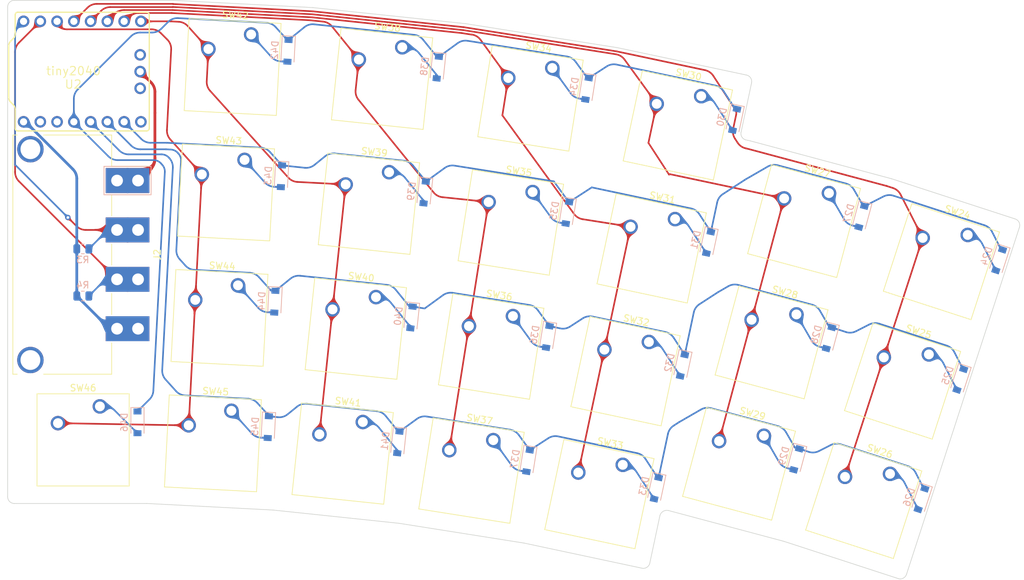
<source format=kicad_pcb>
(kicad_pcb (version 20211014) (generator pcbnew)
  (layers (0 "F.Cu" signal) (31 "B.Cu" signal) (34 "B.Paste" user) (35 "F.Paste" user) (36 "B.SilkS" user "B.Silkscreen") (37 "F.SilkS" user "F.Silkscreen") (38 "B.Mask" user) (39 "F.Mask" user) (44 "Edge.Cuts" user))
  (net 0 "")
  (net 1 "R4")
  (net 2 "Net-(D24-Pad2)")
  (net 3 "R5")
  (net 4 "Net-(D25-Pad2)")
  (net 5 "R6")
  (net 6 "Net-(D26-Pad2)")
  (net 7 "Net-(D27-Pad2)")
  (net 8 "Net-(D28-Pad2)")
  (net 9 "Net-(D29-Pad2)")
  (net 10 "R7")
  (net 11 "Net-(D30-Pad2)")
  (net 12 "Net-(D31-Pad2)")
  (net 13 "Net-(D32-Pad2)")
  (net 14 "Net-(D33-Pad2)")
  (net 15 "Net-(D34-Pad2)")
  (net 16 "Net-(D35-Pad2)")
  (net 17 "Net-(D36-Pad2)")
  (net 18 "Net-(D37-Pad2)")
  (net 19 "Net-(D38-Pad2)")
  (net 20 "Net-(D39-Pad2)")
  (net 21 "Net-(D40-Pad2)")
  (net 22 "Net-(D41-Pad2)")
  (net 23 "Net-(D42-Pad2)")
  (net 24 "Net-(D43-Pad2)")
  (net 25 "Net-(D44-Pad2)")
  (net 26 "Net-(D45-Pad2)")
  (net 27 "Net-(D46-Pad2)")
  (net 28 "VCC2")
  (net 29 "SCL2")
  (net 30 "SDA2")
  (net 31 "GND2")
  (net 32 "C6")
  (net 33 "C7")
  (net 34 "C8")
  (net 35 "C9")
  (net 36 "C10")
  (net 37 "C11")
  (footprint "Button_Switch_Keyboard:SW_Cherry_MX_1.00u_PCB" (layer "F.Cu") (at 193.489973 71.015517 -3)
    (fp_text reference "SW43")
    (fp_text value "SW_Push")
  )
  (footprint "Button_Switch_Keyboard:SW_Cherry_MX_1.00u_PCB" (layer "F.Cu") (at 250.799769 117.262632 -12)
    (fp_text reference "SW33")
    (fp_text value "SW_Push")
  )
  (footprint "Button_Switch_Keyboard:SW_Cherry_MX_1.00u_PCB" (layer "F.Cu") (at 231.181076 113.521601 -9)
    (fp_text reference "SW37")
    (fp_text value "SW_Push")
  )
  (footprint "Button_Switch_Keyboard:SW_Cherry_MX_1.00u_PCB" (layer "F.Cu") (at 291.298931 118.630442 -18)
    (fp_text reference "SW26")
    (fp_text value "SW_Push")
  )
  (footprint "Button_Switch_Keyboard:SW_Cherry_MX_1.00u_PCB" (layer "F.Cu") (at 217.384805 53.933841 -6)
    (fp_text reference "SW38")
    (fp_text value "SW_Push")
  )
  (footprint "hole:hole" (layer "F.Cu") (at 199.271129 105.152688)
    (fp_text reference "REF**" hide)
    (fp_text value "hole" hide)
  )
  (footprint "Button_Switch_Keyboard:SW_Cherry_MX_1.00u_PCB" (layer "F.Cu") (at 258.721205 79.995193 -12)
    (fp_text reference "SW31")
    (fp_text value "SW_Push")
  )
  (footprint "hole:hole" (layer "F.Cu") (at 280.591914 110.628877)
    (fp_text reference "REF**" hide)
    (fp_text value "hole" hide)
  )
  (footprint "Button_Switch_Keyboard:SW_Cherry_MX_1.00u_PCB" (layer "F.Cu") (at 254.760485 98.628907 -12)
    (fp_text reference "SW32")
    (fp_text value "SW_Push")
  )
  (footprint "Button_Switch_Keyboard:SW_Cherry_MX_1.00u_PCB" (layer "F.Cu") (at 240.121295 57.075215 -9)
    (fp_text reference "SW34")
    (fp_text value "SW_Push")
  )
  (footprint "hole:hole" (layer "F.Cu") (at 202.261117 67.17268)
    (fp_text reference "REF**" hide)
    (fp_text value "hole" hide)
  )
  (footprint "Button_Switch_Keyboard:SW_Cherry_MX_1.00u_PCB" (layer "F.Cu") (at 234.161166 94.706122 -9)
    (fp_text reference "SW36")
    (fp_text value "SW_Push")
  )
  (footprint "Connector_Molex:Molex_Sabre_43160-1104_1x04_P7.49mm_Horizontal" (layer "F.Cu") (at 174.16832 74.148039 -90)
    (fp_text reference "J2")
    (fp_text value "Conn_01x04")
  )
  (footprint "hole:hole" (layer "F.Cu") (at 285.993148 92.36448)
    (fp_text reference "REF**" hide)
    (fp_text value "hole" hide)
  )
  (footprint "hole:hole" (layer "F.Cu") (at 242.791119 91.682682)
    (fp_text reference "REF**" hide)
    (fp_text value "hole" hide)
  )
  (footprint "Button_Switch_Keyboard:SW_Cherry_MX_1.00u_PCB" (layer "F.Cu") (at 272.184368 112.850659 -15)
    (fp_text reference "SW29")
    (fp_text value "SW_Push")
  )
  (footprint "Button_Switch_Keyboard:SW_Cherry_MX_1.00u_PCB" (layer "F.Cu") (at 282.045345 76.048861 -15)
    (fp_text reference "SW27")
    (fp_text value "SW_Push")
  )
  (footprint "Button_Switch_Keyboard:SW_Cherry_MX_1.00u_PCB" (layer "F.Cu") (at 171.565119 108.399255)
    (fp_text reference "SW46")
    (fp_text value "SW_Push")
  )
  (footprint "Button_Switch_Keyboard:SW_Cherry_MX_1.00u_PCB" (layer "F.Cu") (at 237.141238 75.890635 -9)
    (fp_text reference "SW35")
    (fp_text value "SW_Push")
  )
  (footprint "Button_Switch_Keyboard:SW_Cherry_MX_1.00u_PCB" (layer "F.Cu") (at 211.411024 110.770745 -6)
    (fp_text reference "SW41")
    (fp_text value "SW_Push")
  )
  (footprint "Button_Switch_Keyboard:SW_Cherry_MX_1.00u_PCB" (layer "F.Cu") (at 297.185689 100.51281 -18)
    (fp_text reference "SW25")
    (fp_text value "SW_Push")
  )
  (footprint "Button_Switch_Keyboard:SW_Cherry_MX_1.00u_PCB" (layer "F.Cu") (at 303.072458 82.395164 -18)
    (fp_text reference "SW24")
    (fp_text value "SW_Push")
  )
  (footprint "Button_Switch_Keyboard:SW_Cherry_MX_1.00u_PCB" (layer "F.Cu") (at 192.492967 90.039397 -3)
    (fp_text reference "SW44")
    (fp_text value "SW_Push")
  )
  (footprint "Button_Switch_Keyboard:SW_Cherry_MX_1.00u_PCB" (layer "F.Cu") (at 194.486983 51.991603 -3)
    (fp_text reference "SW42")
    (fp_text value "SW_Push")
  )
  (footprint "Button_Switch_Keyboard:SW_Cherry_MX_1.00u_PCB" (layer "F.Cu") (at 191.495956 109.063287 -3)
    (fp_text reference "SW45")
    (fp_text value "SW_Push")
  )
  (footprint "hole:hole" (layer "F.Cu") (at 221.851114 88.362694)
    (fp_text reference "REF**" hide)
    (fp_text value "hole" hide)
  )
  (footprint "Button_Switch_Keyboard:SW_Cherry_MX_1.00u_PCB" (layer "F.Cu") (at 262.684538 61.349068 -12)
    (fp_text reference "SW30")
    (fp_text value "SW_Push")
  )
  (footprint "tiny2040:tiny2040" (layer "F.Cu") (at 167.647619 66.619997 90)
    (fp_text reference "U2")
    (fp_text value "tiny2040")
  )
  (footprint "Button_Switch_Keyboard:SW_Cherry_MX_1.00u_PCB" (layer "F.Cu") (at 215.393547 72.879475 -6)
    (fp_text reference "SW39")
    (fp_text value "SW_Push")
  )
  (footprint "Button_Switch_Keyboard:SW_Cherry_MX_1.00u_PCB" (layer "F.Cu") (at 213.402265 91.825103 -6)
    (fp_text reference "SW40")
    (fp_text value "SW_Push")
  )
  (footprint "Button_Switch_Keyboard:SW_Cherry_MX_1.00u_PCB" (layer "F.Cu") (at 277.114858 94.449734 -15)
    (fp_text reference "SW28")
    (fp_text value "SW_Push")
  )
  (footprint "Diode_SMD:D_SOD-123" (layer "B.Cu") (at 296.063652 122.445928 -108)
    (fp_text reference "D26")
    (fp_text value "D_Small")
  )
  (footprint "Diode_SMD:D_SOD-123" (layer "B.Cu") (at 177.262643 110.820502 -90)
    (fp_text reference "D46")
    (fp_text value "D_Small")
  )
  (footprint "Diode_SMD:D_SOD-123" (layer "B.Cu") (at 282.064827 98.025233 -105)
    (fp_text reference "D28")
    (fp_text value "D_Small")
  )
  (footprint "Diode_SMD:D_SOD-123" (layer "B.Cu") (at 220.781921 75.959348 -96)
    (fp_text reference "D39")
    (fp_text value "D_Small")
  )
  (footprint "Diode_SMD:D_SOD-123" (layer "B.Cu") (at 199.078214 73.496244 -93)
    (fp_text reference "D43")
    (fp_text value "D_Small")
  )
  (footprint "Diode_SMD:D_SOD-123" (layer "B.Cu") (at 218.790664 94.905019 -96)
    (fp_text reference "D40")
    (fp_text value "D_Small")
  )
  (footprint "Diode_SMD:D_SOD-123" (layer "B.Cu") (at 255.889712 120.822884 -102)
    (fp_text reference "D33")
    (fp_text value "D_Small")
  )
  (footprint "Diode_SMD:D_SOD-123" (layer "B.Cu") (at 301.95042 104.328287 -108)
    (fp_text reference "D25")
    (fp_text value "D_Small")
  )
  (footprint "Diode_SMD:D_SOD-123" (layer "B.Cu") (at 263.811128 83.555435 -102)
    (fp_text reference "D31")
    (fp_text value "D_Small")
  )
  (footprint "Diode_SMD:D_SOD-123" (layer "B.Cu") (at 198.08121 92.520138 -93)
    (fp_text reference "D44")
    (fp_text value "D_Small")
  )
  (footprint "Diode_SMD:D_SOD-123" (layer "B.Cu") (at 197.084211 111.544033 -93)
    (fp_text reference "D45")
    (fp_text value "D_Small")
  )
  (footprint "Diode_SMD:D_SOD-123" (layer "B.Cu") (at 245.400952 60.22356 -99)
    (fp_text reference "D34")
    (fp_text value "D_Small")
  )
  (footprint "Diode_SMD:D_SOD-123" (layer "B.Cu") (at 242.42088 79.039007 -99)
    (fp_text reference "D35")
    (fp_text value "D_Small")
  )
  (footprint "Diode_SMD:D_SOD-123" (layer "B.Cu") (at 267.771847 64.921765 -102)
    (fp_text reference "D30")
    (fp_text value "D_Small")
  )
  (footprint "Diode_SMD:D_SOD-123" (layer "B.Cu") (at 216.7994 113.850653 -96)
    (fp_text reference "D41")
    (fp_text value "D_Small")
  )
  (footprint "Diode_SMD:D_SOD-123" (layer "B.Cu") (at 222.773201 57.013747 -96)
    (fp_text reference "D38")
    (fp_text value "D_Small")
  )
  (footprint "Diode_SMD:D_SOD-123" (layer "B.Cu") (at 307.83719 86.210655 -108)
    (fp_text reference "D24")
    (fp_text value "D_Small")
  )
  (footprint "Diode_SMD:D_SOD-123" (layer "B.Cu") (at 200.075223 54.472344 -93)
    (fp_text reference "D42")
    (fp_text value "D_Small")
  )
  (footprint "Diode_SMD:D_SOD-123" (layer "B.Cu") (at 236.460717 116.669953 -99)
    (fp_text reference "D37")
    (fp_text value "D_Small")
  )
  (footprint "Diode_SMD:D_SOD-123" (layer "B.Cu") (at 286.995305 79.62435 -105)
    (fp_text reference "D27")
    (fp_text value "D_Small")
  )
  (footprint "Diode_SMD:D_SOD-123" (layer "B.Cu") (at 239.440803 97.854493 -99)
    (fp_text reference "D36")
    (fp_text value "D_Small")
  )
  (footprint "Diode_SMD:D_SOD-123" (layer "B.Cu") (at 277.134319 116.426129 -105)
    (fp_text reference "D29")
    (fp_text value "D_Small")
  )
  (footprint "Resistor_SMD:R_0805_2012Metric" (layer "B.Cu") (at 168.978328 84.511794)
    (fp_text reference "R3")
    (fp_text value "4.7k")
  )
  (footprint "Diode_SMD:D_SOD-123" (layer "B.Cu") (at 259.850416 102.189172 -102)
    (fp_text reference "D32")
    (fp_text value "D_Small")
  )
  (footprint "Resistor_SMD:R_0805_2012Metric" (layer "B.Cu") (at 168.978327 91.655547 180)
    (fp_text reference "R4")
    (fp_text value "4.7k")
  )
  (gr_line (start 268.727063 66.811599) (end 270.315655 59.333806) (layer "Edge.Cuts") (width 0.1))
  (gr_arc (start 256.423345 124.984711) (mid 256.952024 124.299718) (end 257.813339 124.216933) (layer "Edge.Cuts") (width 0.1))
  (gr_arc (start 310.264596 79.973056) (mid 310.846592 80.470119) (end 310.906639 81.233129) (layer "Edge.Cuts") (width 0.1))
  (gr_arc (start 158.592624 123.121501) (mid 157.885516 122.82861) (end 157.59261 122.121507) (layer "Edge.Cuts") (width 0.1))
  (gr_line (start 197.808536 124.120505) (end 216.91678 126.131875) (layer "Edge.Cuts") (width 0.1))
  (gr_line (start 293.793036 133.871019) (end 310.906639 81.233129) (layer "Edge.Cuts") (width 0.1))
  (gr_line (start 269.545429 58.147759) (end 249.980608 53.995254) (layer "Edge.Cuts") (width 0.1))
  (gr_line (start 157.59261 122.121507) (end 157.592621 47.814482) (layer "Edge.Cuts") (width 0.1))
  (gr_line (start 226.997178 50.354597) (end 203.831855 47.914878) (layer "Edge.Cuts") (width 0.1))
  (gr_arc (start 269.49732 67.997647) (mid 268.866536 67.564159) (end 268.727063 66.811599) (layer "Edge.Cuts") (width 0.1))
  (gr_line (start 254.8962 132.169263) (end 256.423345 124.984711) (layer "Edge.Cuts") (width 0.1))
  (gr_arc (start 269.545429 58.147759) (mid 270.176193 58.581255) (end 270.315655 59.333806) (layer "Edge.Cuts") (width 0.1))
  (gr_line (start 269.49732 67.997647) (end 270.059512 68.11371) (layer "Edge.Cuts") (width 0.1))
  (gr_line (start 310.264596 79.973056) (end 291.549663 73.880147) (layer "Edge.Cuts") (width 0.1))
  (gr_line (start 158.592619 46.814509) (end 182.692591 46.814484) (layer "Edge.Cuts") (width 0.1))
  (gr_line (start 257.813339 124.216933) (end 275.220416 128.866848) (layer "Edge.Cuts") (width 0.1))
  (gr_line (start 178.659941 123.121265) (end 197.808536 124.120505) (layer "Edge.Cuts") (width 0.1))
  (gr_arc (start 157.592621 47.814482) (mid 157.885527 47.107398) (end 158.592619 46.814509) (layer "Edge.Cuts") (width 0.1))
  (gr_line (start 249.980608 53.995254) (end 226.997178 50.354597) (layer "Edge.Cuts") (width 0.1))
  (gr_line (start 158.592624 123.121501) (end 178.659941 123.121265) (layer "Edge.Cuts") (width 0.1))
  (gr_arc (start 254.8962 132.169263) (mid 254.461767 132.800191) (end 253.708444 132.93914) (layer "Edge.Cuts") (width 0.1))
  (gr_line (start 216.91678 126.131875) (end 235.840895 129.129157) (layer "Edge.Cuts") (width 0.1))
  (gr_line (start 275.220416 128.866848) (end 292.532965 134.513067) (layer "Edge.Cuts") (width 0.1))
  (gr_line (start 203.831855 47.914878) (end 182.692591 46.814484) (layer "Edge.Cuts") (width 0.1))
  (gr_line (start 291.549663 73.880147) (end 270.059512 68.11371) (layer "Edge.Cuts") (width 0.1))
  (gr_line (start 235.840895 129.129157) (end 253.708444 132.93914) (layer "Edge.Cuts") (width 0.1))
  (gr_arc (start 293.793036 133.871019) (mid 293.295976 134.453019) (end 292.532965 134.513067) (layer "Edge.Cuts") (width 0.1))
  (segment (start 202.610995 72.210737) (end 199.164567 71.848499) (width 0.25) (layer "B.Cu") (net 1))
  (segment (start 269.39287 73.97877) (end 265.973615 76.199258) (width 0.25) (layer "B.Cu") (net 1))
  (segment (start 217.672011 71.142348) (end 207.156791 70.037155) (width 0.25) (layer "B.Cu") (net 1))
  (segment (start 181.682099 68.415476) (end 179.243902 68.415471) (width 0.25) (layer "B.Cu") (net 1))
  (segment (start 308.347066 84.641408) (end 308.107642 84.563623) (width 0.25) (layer "B.Cu") (net 1))
  (segment (start 246.104951 75.184479) (end 242.679003 77.409313) (width 0.25) (layer "B.Cu") (net 1))
  (segment (start 305.595307 80.923212) (end 291.819953 76.447328) (width 0.25) (layer "B.Cu") (net 1))
  (segment (start 220.959362 74.271072) (end 219.017241 71.872749) (width 0.25) (layer "B.Cu") (net 1))
  (segment (start 261.143522 78.38102) (end 246.104951 75.184479) (width 0.25) (layer "B.Cu") (net 1))
  (segment (start 287.242238 77.98231) (end 285.826907 75.530885) (width 0.25) (layer "B.Cu") (net 1))
  (segment (start 287.422366 78.030571) (end 287.242238 77.98231) (width 0.25) (layer "B.Cu") (net 1))
  (segment (start 223.811129 72.24284) (end 220.954397 74.31838) (width 0.25) (layer "B.Cu") (net 1))
  (segment (start 308.107642 84.563623) (end 306.759292 81.91734) (width 0.25) (layer "B.Cu") (net 1))
  (segment (start 242.679003 77.409313) (end 242.625645 77.400871) (width 0.25) (layer "B.Cu") (net 1))
  (segment (start 290.293933 76.567439) (end 287.422366 78.030571) (width 0.25) (layer "B.Cu") (net 1))
  (segment (start 195.964079 69.163963) (end 181.682099 68.415476) (width 0.25) (layer "B.Cu") (net 1))
  (segment (start 272.766081 72.031249) (end 269.39287 73.97877) (width 0.25) (layer "B.Cu") (net 1))
  (segment (start 240.350438 74.269328) (end 225.29957 71.885505) (width 0.25) (layer "B.Cu") (net 1))
  (segment (start 284.612494 74.59904) (end 274.283715 71.83145) (width 0.25) (layer "B.Cu") (net 1))
  (segment (start 199.16484 71.843332) (end 197.345699 69.822959) (width 0.25) (layer "B.Cu") (net 1))
  (segment (start 199.164574 71.848511) (end 199.16484 71.843332) (width 0.25) (layer "B.Cu") (net 1))
  (segment (start 264.154184 81.941495) (end 262.405051 79.248039) (width 0.25) (layer "B.Cu") (net 1))
  (segment (start 205.689092 70.471906) (end 204.078693 71.775982) (width 0.25) (layer "B.Cu") (net 1))
  (segment (start 220.954395 74.31838) (end 220.959362 74.271072) (width 0.25) (layer "B.Cu") (net 1))
  (segment (start 177.829684 67.829686) (end 175.24 65.240002) (width 0.25) (layer "B.Cu") (net 1))
  (segment (start 265.106604 77.46077) (end 264.154184 81.941495) (width 0.25) (layer "B.Cu") (net 1))
  (segment (start 242.625645 77.400871) (end 240.350438 74.269328) (width 0.25) (layer "B.Cu") (net 1))
  (arc (start 177.829684 67.829686) (mid 178.478532 68.263233) (end 179.243902 68.415471) (width 0.25) (layer "B.Cu") (net 1))
  (arc (start 219.017241 71.872749) (mid 218.417269 71.373762) (end 217.672011 71.142348) (width 0.25) (layer "B.Cu") (net 1))
  (arc (start 274.283715 71.83145) (mid 273.505027 71.78042) (end 272.766081 72.031249) (width 0.25) (layer "B.Cu") (net 1))
  (arc (start 265.106604 77.46077) (mid 265.414649 76.743787) (end 265.973615 76.199258) (width 0.25) (layer "B.Cu") (net 1))
  (arc (start 205.689092 70.471906) (mid 206.379703 70.10856) (end 207.156791 70.037155) (width 0.25) (layer "B.Cu") (net 1))
  (arc (start 197.345699 69.822959) (mid 196.720428 69.356055) (end 195.964079 69.163963) (width 0.25) (layer "B.Cu") (net 1))
  (arc (start 284.612494 74.59904) (mid 285.312378 74.94418) (end 285.826907 75.530885) (width 0.25) (layer "B.Cu") (net 1))
  (arc (start 204.078693 71.775982) (mid 203.38808 72.139332) (end 202.610995 72.210737) (width 0.25) (layer "B.Cu") (net 1))
  (arc (start 305.595307 80.923212) (mid 306.276174 81.304516) (end 306.759292 81.91734) (width 0.25) (layer "B.Cu") (net 1))
  (arc (start 262.405051 79.248039) (mid 261.86052 78.689065) (end 261.143522 78.38102) (width 0.25) (layer "B.Cu") (net 1))
  (arc (start 225.29957 71.885505) (mid 224.519807 71.916137) (end 223.811129 72.24284) (width 0.25) (layer "B.Cu") (net 1))
  (arc (start 291.819953 76.447328) (mid 291.045002 76.35561) (end 290.293933 76.567439) (width 0.25) (layer "B.Cu") (net 1))
  (segment (start 303.072458 82.395164) (end 304.095581 82.727599) (width 0.25) (layer "B.Cu") (net 2))
  (segment (start 305.25956 83.721735) (end 307.327312 87.779909) (width 0.25) (layer "B.Cu") (net 2))
  (arc (start 304.095581 82.727599) (mid 304.776446 83.108901) (end 305.25956 83.721735) (width 0.25) (layer "B.Cu") (net 2))
  (segment (start 242.820568 96.289461) (end 244.719286 95.056421) (width 0.25) (layer "B.Cu") (net 3))
  (segment (start 237.938371 93.818461) (end 239.68509 96.222616) (width 0.25) (layer "B.Cu") (net 3))
  (segment (start 258.513627 97.988494) (end 260.193469 100.57522) (width 0.25) (layer "B.Cu") (net 3))
  (segment (start 239.68509 96.222616) (end 239.698926 96.224803) (width 0.25) (layer "B.Cu") (net 3))
  (segment (start 284.61444 97.121112) (end 282.49187 96.431441) (width 0.25) (layer "B.Cu") (net 3))
  (segment (start 302.460301 102.759053) (end 302.344502 102.721409) (width 0.25) (layer "B.Cu") (net 3))
  (segment (start 182.326465 69.446176) (end 181.578808 69.406991) (width 0.25) (layer "B.Cu") (net 3))
  (segment (start 262.423736 92.900084) (end 265.241398 91.070287) (width 0.25) (layer "B.Cu") (net 3))
  (segment (start 198.167556 90.872391) (end 197.506825 90.837775) (width 0.25) (layer "B.Cu") (net 3))
  (segment (start 282.49187 96.431441) (end 282.079904 96.32106) (width 0.25) (layer "B.Cu") (net 3))
  (segment (start 201.915725 88.590953) (end 215.049478 89.971371) (width 0.25) (layer "B.Cu") (net 3))
  (segment (start 181.578808 69.406991) (end 177.695417 69.406989) (width 0.25) (layer "B.Cu") (net 3))
  (segment (start 288.140177 95.982108) (end 286.140459 97.001011) (width 0.25) (layer "B.Cu") (net 3))
  (segment (start 302.344502 102.721409) (end 301.04752 100.175952) (width 0.25) (layer "B.Cu") (net 3))
  (segment (start 197.506825 90.837775) (end 195.66912 88.796784) (width 0.25) (layer "B.Cu") (net 3))
  (segment (start 246.224383 94.77747) (end 257.252108 97.121484) (width 0.25) (layer "B.Cu") (net 3))
  (segment (start 183.47747 70.067919) (end 183.362665 69.940421) (width 0.25) (layer "B.Cu") (net 3))
  (segment (start 218.963137 93.264048) (end 220.776509 93.551265) (width 0.25) (layer "B.Cu") (net 3))
  (segment (start 220.776509 93.551265) (end 223.546201 91.538967) (width 0.25) (layer "B.Cu") (net 3))
  (segment (start 183.153632 84.64186) (end 183.860697 71.150123) (width 0.25) (layer "B.Cu") (net 3))
  (segment (start 239.698926 96.224803) (end 241.315467 96.568407) (width 0.25) (layer "B.Cu") (net 3))
  (segment (start 260.193467 100.575219) (end 261.556716 94.161608) (width 0.25) (layer "B.Cu") (net 3))
  (segment (start 218.423696 93.207361) (end 218.963137 93.264048) (width 0.25) (layer "B.Cu") (net 3))
  (segment (start 198.167568 90.872387) (end 200.448027 89.025707) (width 0.25) (layer "B.Cu") (net 3))
  (segment (start 176.281198 68.821199) (end 172.699999 65.239999) (width 0.25) (layer "B.Cu") (net 3))
  (segment (start 184.524235 87.039523) (end 183.664601 86.084788) (width 0.25) (layer "B.Cu") (net 3))
  (segment (start 194.287501 88.137775) (end 185.905856 87.698515) (width 0.25) (layer "B.Cu") (net 3))
  (segment (start 299.883541 99.181811) (end 289.666189 95.862005) (width 0.25) (layer "B.Cu") (net 3))
  (segment (start 282.079904 96.32106) (end 280.685795 93.906398) (width 0.25) (layer "B.Cu") (net 3))
  (segment (start 225.034636 91.181628) (end 236.633202 93.018654) (width 0.25) (layer "B.Cu") (net 3))
  (segment (start 216.394713 90.701771) (end 218.423696 93.207361) (width 0.25) (layer "B.Cu") (net 3))
  (segment (start 266.781909 90.18087) (end 265.241398 91.070287) (width 0.25) (layer "B.Cu") (net 3))
  (segment (start 279.471383 92.974553) (end 268.299546 89.981064) (width 0.25) (layer "B.Cu") (net 3))
  (arc (start 241.315467 96.568407) (mid 242.095764 96.578627) (end 242.820568 96.289461) (width 0.25) (layer "B.Cu") (net 3))
  (arc (start 223.546201 91.538967) (mid 224.254872 91.212257) (end 225.034636 91.181628) (width 0.25) (layer "B.Cu") (net 3))
  (arc (start 266.781909 90.18087) (mid 267.520848 89.930028) (end 268.299546 89.981064) (width 0.25) (layer "B.Cu") (net 3))
  (arc (start 236.633202 93.018654) (mid 237.365333 93.288752) (end 237.938371 93.818461) (width 0.25) (layer "B.Cu") (net 3))
  (arc (start 194.287501 88.137775) (mid 195.043849 88.329865) (end 195.66912 88.796784) (width 0.25) (layer "B.Cu") (net 3))
  (arc (start 177.695417 69.406989) (mid 176.930051 69.254746) (end 176.281198 68.821199) (width 0.25) (layer "B.Cu") (net 3))
  (arc (start 301.04752 100.175952) (mid 300.564401 99.563111) (end 299.883541 99.181811) (width 0.25) (layer "B.Cu") (net 3))
  (arc (start 200.448027 89.025707) (mid 201.138638 88.662354) (end 201.915725 88.590953) (width 0.25) (layer "B.Cu") (net 3))
  (arc (start 183.47747 70.067919) (mid 183.776717 70.570904) (end 183.860697 71.150123) (width 0.25) (layer "B.Cu") (net 3))
  (arc (start 288.140177 95.982108) (mid 288.891239 95.770292) (end 289.666189 95.862005) (width 0.25) (layer "B.Cu") (net 3))
  (arc (start 184.524235 87.039523) (mid 185.149508 87.506428) (end 185.905856 87.698515) (width 0.25) (layer "B.Cu") (net 3))
  (arc (start 280.685795 93.906398) (mid 280.171274 93.31969) (end 279.471383 92.974553) (width 0.25) (layer "B.Cu") (net 3))
  (arc (start 262.423736 92.900084) (mid 261.864762 93.444608) (end 261.556716 94.161608) (width 0.25) (layer "B.Cu") (net 3))
  (arc (start 215.049478 89.971371) (mid 215.794738 90.202771) (end 216.394713 90.701771) (width 0.25) (layer "B.Cu") (net 3))
  (arc (start 244.719286 95.056421) (mid 245.444094 94.767243) (end 246.224383 94.77747) (width 0.25) (layer "B.Cu") (net 3))
  (arc (start 183.664601 86.084788) (mid 183.265609 85.41414) (end 183.153632 84.64186) (width 0.25) (layer "B.Cu") (net 3))
  (arc (start 183.362665 69.940421) (mid 182.893717 69.590237) (end 182.326465 69.446176) (width 0.25) (layer "B.Cu") (net 3))
  (arc (start 286.140459 97.001011) (mid 285.389388 97.212836) (end 284.61444 97.121112) (width 0.25) (layer "B.Cu") (net 3))
  (arc (start 258.513627 97.988494) (mid 257.969098 97.429521) (end 257.252108 97.121484) (width 0.25) (layer "B.Cu") (net 3))
  (segment (start 299.372805 101.839376) (end 301.440539 105.897527) (width 0.25) (layer "B.Cu") (net 4))
  (segment (start 297.185689 100.51281) (end 298.208824 100.845243) (width 0.25) (layer "B.Cu") (net 4))
  (arc (start 298.208824 100.845243) (mid 298.889688 101.226545) (end 299.372805 101.839376) (width 0.25) (layer "B.Cu") (net 4))
  (segment (start 257.640945 112.583953) (end 256.232753 119.208932) (width 0.25) (layer "B.Cu") (net 5))
  (segment (start 216.770563 112.188527) (end 214.875088 109.84781) (width 0.25) (layer "B.Cu") (net 5))
  (segment (start 276.886397 114.6515) (end 275.545657 112.329258) (width 0.25) (layer "B.Cu") (net 5))
  (segment (start 262.649024 108.87362) (end 259.312564 110.799923) (width 0.25) (layer "B.Cu") (net 5))
  (segment (start 198.536663 110.039861) (end 197.170569 109.896281) (width 0.25) (layer "B.Cu") (net 5))
  (segment (start 236.718832 115.040268) (end 235.046942 112.739093) (width 0.25) (layer "B.Cu") (net 5))
  (segment (start 294.016983 117.463725) (end 283.818668 114.150107) (width 0.25) (layer "B.Cu") (net 5))
  (segment (start 183.103116 106.080233) (end 181.524286 104.326768) (width 0.25) (layer "B.Cu") (net 5))
  (segment (start 184.484733 106.739237) (end 194.064727 107.241302) (width 0.25) (layer "B.Cu") (net 5))
  (segment (start 213.529852 109.117401) (end 202.915165 108.00176) (width 0.25) (layer "B.Cu") (net 5))
  (segment (start 259.312564 110.799923) (end 258.50796 111.322433) (width 0.25) (layer "B.Cu") (net 5))
  (segment (start 216.971872 112.209698) (end 216.770563 112.188527) (width 0.25) (layer "B.Cu") (net 5))
  (segment (start 256.232753 119.208932) (end 256.065543 119.17339) (width 0.25) (layer "B.Cu") (net 5))
  (segment (start 296.573529 120.876684) (end 296.381647 120.814332) (width 0.25) (layer "B.Cu") (net 5))
  (segment (start 180.907994 70.176891) (end 175.925322 70.176888) (width 0.25) (layer "B.Cu") (net 5))
  (segment (start 197.174587 109.819703) (end 195.446343 107.900296) (width 0.25) (layer "B.Cu") (net 5))
  (segment (start 278.988814 115.296149) (end 277.561366 114.832347) (width 0.25) (layer "B.Cu") (net 5))
  (segment (start 274.331237 111.397404) (end 264.166657 108.673818) (width 0.25) (layer "B.Cu") (net 5))
  (segment (start 219.608712 110.293915) (end 216.971872 112.209698) (width 0.25) (layer "B.Cu") (net 5))
  (segment (start 182.10975 70.769851) (end 182.02271 70.673187) (width 0.25) (layer "B.Cu") (net 5))
  (segment (start 239.506717 113.229794) (end 236.718847 115.040255) (width 0.25) (layer "B.Cu") (net 5))
  (segment (start 233.74178 111.939289) (end 221.097156 109.936569) (width 0.25) (layer "B.Cu") (net 5))
  (segment (start 174.511103 69.591101) (end 170.160002 65.239997) (width 0.25) (layer "B.Cu") (net 5))
  (segment (start 197.170566 109.896283) (end 197.174587 109.819703) (width 0.25) (layer "B.Cu") (net 5))
  (segment (start 282.292656 114.270198) (end 280.514819 115.17605) (width 0.25) (layer "B.Cu") (net 5))
  (segment (start 201.447477 108.436511) (end 200.004361 109.60512) (width 0.25) (layer "B.Cu") (net 5))
  (segment (start 256.065543 119.17339) (end 254.239357 116.361318) (width 0.25) (layer "B.Cu") (net 5))
  (segment (start 252.977838 115.494299) (end 241.011817 112.950837) (width 0.25) (layer "B.Cu") (net 5))
  (segment (start 296.381647 120.814332) (end 295.18096 118.45787) (width 0.25) (layer "B.Cu") (net 5))
  (segment (start 277.561352 114.832342) (end 276.886397 114.6515) (width 0.25) (layer "B.Cu") (net 5))
  (segment (start 181.013316 102.883838) (end 182.620714 72.21279) (width 0.25) (layer "B.Cu") (net 5))
  (arc (start 221.097156 109.936569) (mid 220.317397 109.967205) (end 219.608712 110.293915) (width 0.25) (layer "B.Cu") (net 5))
  (arc (start 252.977838 115.494299) (mid 253.694828 115.802337) (end 254.239357 116.361318) (width 0.25) (layer "B.Cu") (net 5))
  (arc (start 182.620714 72.21279) (mid 182.508744 71.440502) (end 182.10975 70.769851) (width 0.25) (layer "B.Cu") (net 5))
  (arc (start 241.011817 112.950837) (mid 240.231517 112.940619) (end 239.506717 113.229794) (width 0.25) (layer "B.Cu") (net 5))
  (arc (start 280.514819 115.17605) (mid 279.763762 115.387868) (end 278.988814 115.296149) (width 0.25) (layer "B.Cu") (net 5))
  (arc (start 275.545657 112.329258) (mid 275.031129 111.742546) (end 274.331237 111.397404) (width 0.25) (layer "B.Cu") (net 5))
  (arc (start 194.064727 107.241302) (mid 194.82107 107.433388) (end 195.446343 107.900296) (width 0.25) (layer "B.Cu") (net 5))
  (arc (start 282.292656 114.270198) (mid 283.043725 114.058375) (end 283.818668 114.150107) (width 0.25) (layer "B.Cu") (net 5))
  (arc (start 181.524286 104.326768) (mid 181.125292 103.656119) (end 181.013316 102.883838) (width 0.25) (layer "B.Cu") (net 5))
  (arc (start 184.484733 106.739237) (mid 183.728372 106.547149) (end 183.103116 106.080233) (width 0.25) (layer "B.Cu") (net 5))
  (arc (start 198.536663 110.039861) (mid 199.313748 109.968468) (end 200.004361 109.60512) (width 0.25) (layer "B.Cu") (net 5))
  (arc (start 262.649024 108.87362) (mid 263.387972 108.622785) (end 264.166657 108.673818) (width 0.25) (layer "B.Cu") (net 5))
  (arc (start 235.046942 112.739093) (mid 234.473908 112.209383) (end 233.74178 111.939289) (width 0.25) (layer "B.Cu") (net 5))
  (arc (start 213.529852 109.117401) (mid 214.275116 109.348804) (end 214.875088 109.84781) (width 0.25) (layer "B.Cu") (net 5))
  (arc (start 257.640945 112.583953) (mid 257.94898 111.866965) (end 258.50796 111.322433) (width 0.25) (layer "B.Cu") (net 5))
  (arc (start 295.18096 118.45787) (mid 294.697844 117.845033) (end 294.016983 117.463725) (width 0.25) (layer "B.Cu") (net 5))
  (arc (start 175.925322 70.176888) (mid 175.159947 70.024649) (end 174.511103 69.591101) (width 0.25) (layer "B.Cu") (net 5))
  (arc (start 202.915165 108.00176) (mid 202.138077 108.073165) (end 201.447477 108.436511) (width 0.25) (layer "B.Cu") (net 5))
  (arc (start 182.02271 70.673187) (mid 181.518097 70.306577) (end 180.907994 70.176891) (width 0.25) (layer "B.Cu") (net 5))
  (segment (start 291.298931 118.630442) (end 292.322067 118.962877) (width 0.25) (layer "B.Cu") (net 6))
  (segment (start 293.486045 119.95701) (end 295.553777 124.015169) (width 0.25) (layer "B.Cu") (net 6))
  (arc (start 293.486045 119.95701) (mid 293.002926 119.344181) (end 292.322067 118.962877) (width 0.25) (layer "B.Cu") (net 6))
  (segment (start 286.568257 81.218114) (end 285.548491 80.944873) (width 0.25) (layer "B.Cu") (net 7))
  (segment (start 284.334067 80.013027) (end 282.045345 76.048861) (width 0.25) (layer "B.Cu") (net 7))
  (arc (start 285.548491 80.944873) (mid 284.848605 80.599728) (end 284.334067 80.013027) (width 0.25) (layer "B.Cu") (net 7))
  (segment (start 279.403576 98.413905) (end 277.114858 94.449734) (width 0.25) (layer "B.Cu") (net 8))
  (segment (start 281.637767 99.619001) (end 280.617989 99.345754) (width 0.25) (layer "B.Cu") (net 8))
  (arc (start 279.403576 98.413905) (mid 279.918095 99.000608) (end 280.617989 99.345754) (width 0.25) (layer "B.Cu") (net 8))
  (segment (start 276.707264 118.019888) (end 275.687479 117.746643) (width 0.25) (layer "B.Cu") (net 9))
  (segment (start 274.473062 116.814791) (end 272.184368 112.850659) (width 0.25) (layer "B.Cu") (net 9))
  (arc (start 275.687479 117.746643) (mid 274.987597 117.401495) (end 274.473062 116.814791) (width 0.25) (layer "B.Cu") (net 9))
  (segment (start 177.262639 109.170505) (end 177.262635 109.155328) (width 0.25) (layer "B.Cu") (net 10))
  (segment (start 219.186421 52.046036) (end 204.022083 50.452202) (width 0.25) (layer "B.Cu") (net 10))
  (segment (start 176.261844 52.28178) (end 168.205784 60.337838) (width 0.25) (layer "B.Cu") (net 10))
  (segment (start 225.786556 53.308759) (end 222.945677 55.372788) (width 0.25) (layer "B.Cu") (net 10))
  (segment (start 177.262635 109.155328) (end 179.084157 107.333814) (width 0.25) (layer "B.Cu") (net 10))
  (segment (start 245.659064 58.593881) (end 245.418069 58.555713) (width 0.25) (layer "B.Cu") (net 10))
  (segment (start 179.469207 51.695992) (end 177.676054 51.695999) (width 0.25) (layer "B.Cu") (net 10))
  (segment (start 222.60515 55.336996) (end 220.531653 52.776446) (width 0.25) (layer "B.Cu") (net 10))
  (segment (start 268.114905 63.307813) (end 267.800979 63.241088) (width 0.25) (layer "B.Cu") (net 10))
  (segment (start 222.945676 55.372787) (end 222.60515 55.336996) (width 0.25) (layer "B.Cu") (net 10))
  (segment (start 248.361927 56.838623) (end 245.659064 58.593881) (width 0.25) (layer "B.Cu") (net 10))
  (segment (start 264.828796 59.739888) (end 249.867027 56.559667) (width 0.25) (layer "B.Cu") (net 10))
  (segment (start 167.619999 61.752049) (end 167.619994 65.240003) (width 0.25) (layer "B.Cu") (net 10))
  (segment (start 196.822183 50.215787) (end 183.414484 49.514725) (width 0.25) (layer "B.Cu") (net 10))
  (segment (start 200.161579 52.824605) (end 199.949424 52.813478) (width 0.25) (layer "B.Cu") (net 10))
  (segment (start 181.895839 50.097787) (end 180.883411 51.11021) (width 0.25) (layer "B.Cu") (net 10))
  (segment (start 242.357878 55.340306) (end 227.275 52.951417) (width 0.25) (layer "B.Cu") (net 10))
  (segment (start 179.704035 71.046437) (end 174.254872 71.046444) (width 0.25) (layer "B.Cu") (net 10))
  (segment (start 199.949424 52.813478) (end 198.203806 50.874782) (width 0.25) (layer "B.Cu") (net 10))
  (segment (start 245.418069 58.555713) (end 243.663045 56.140116) (width 0.25) (layer "B.Cu") (net 10))
  (segment (start 267.800979 63.241088) (end 266.090324 60.606901) (width 0.25) (layer "B.Cu") (net 10))
  (segment (start 172.840657 70.460653) (end 167.619998 65.240001) (width 0.25) (layer "B.Cu") (net 10))
  (segment (start 202.554379 50.886949) (end 200.161581 52.824609) (width 0.25) (layer "B.Cu") (net 10))
  (segment (start 181.022495 71.769028) (end 180.818756 71.542744) (width 0.25) (layer "B.Cu") (net 10))
  (segment (start 179.667201 106.024264) (end 181.405726 72.851224) (width 0.25) (layer "B.Cu") (net 10))
  (arc (start 225.786556 53.308759) (mid 226.495245 52.982053) (end 227.275 52.951417) (width 0.25) (layer "B.Cu") (net 10))
  (arc (start 198.203806 50.874782) (mid 197.578538 50.407877) (end 196.822183 50.215787) (width 0.25) (layer "B.Cu") (net 10))
  (arc (start 219.186421 52.046036) (mid 219.931678 52.277442) (end 220.531653 52.776446) (width 0.25) (layer "B.Cu") (net 10))
  (arc (start 177.676054 51.695999) (mid 176.910684 51.848237) (end 176.261844 52.28178) (width 0.25) (layer "B.Cu") (net 10))
  (arc (start 167.619999 61.752049) (mid 167.772236 60.986687) (end 168.205784 60.337838) (width 0.25) (layer "B.Cu") (net 10))
  (arc (start 204.022083 50.452202) (mid 203.244988 50.523595) (end 202.554379 50.886949) (width 0.25) (layer "B.Cu") (net 10))
  (arc (start 248.361927 56.838623) (mid 249.086738 56.549457) (end 249.867027 56.559667) (width 0.25) (layer "B.Cu") (net 10))
  (arc (start 242.357878 55.340306) (mid 243.090003 55.610402) (end 243.663045 56.140116) (width 0.25) (layer "B.Cu") (net 10))
  (arc (start 181.022495 71.769028) (mid 181.321744 72.272012) (end 181.405726 72.851224) (width 0.25) (layer "B.Cu") (net 10))
  (arc (start 181.895839 50.097787) (mid 182.593205 49.644881) (end 183.414484 49.514725) (width 0.25) (layer "B.Cu") (net 10))
  (arc (start 264.828796 59.739888) (mid 265.545791 60.047928) (end 266.090324 60.606901) (width 0.25) (layer "B.Cu") (net 10))
  (arc (start 180.883411 51.11021) (mid 180.234569 51.543756) (end 179.469207 51.695992) (width 0.25) (layer "B.Cu") (net 10))
  (arc (start 180.818756 71.542744) (mid 180.314138 71.176122) (end 179.704035 71.046437) (width 0.25) (layer "B.Cu") (net 10))
  (arc (start 179.667201 106.024264) (mid 179.497032 106.733071) (end 179.084157 107.333814) (width 0.25) (layer "B.Cu") (net 10))
  (arc (start 172.840657 70.460653) (mid 173.489503 70.894195) (end 174.254872 71.046444) (width 0.25) (layer "B.Cu") (net 10))
  (segment (start 262.684538 61.349068) (end 263.470585 61.516145) (width 0.25) (layer "B.Cu") (net 11))
  (segment (start 264.73211 62.383162) (end 267.428798 66.535698) (width 0.25) (layer "B.Cu") (net 11))
  (arc (start 264.73211 62.383162) (mid 264.187584 61.824181) (end 263.470585 61.516145) (width 0.25) (layer "B.Cu") (net 11))
  (segment (start 260.78119 81.031937) (end 263.468079 85.169372) (width 0.25) (layer "B.Cu") (net 12))
  (segment (start 258.721205 79.995193) (end 259.519678 80.164912) (width 0.25) (layer "B.Cu") (net 12))
  (arc (start 260.78119 81.031937) (mid 260.236661 80.472958) (end 259.519678 80.164912) (width 0.25) (layer "B.Cu") (net 12))
  (segment (start 256.820466 99.665638) (end 259.507366 103.803108) (width 0.25) (layer "B.Cu") (net 13))
  (segment (start 254.760485 98.628907) (end 255.55893 98.798616) (width 0.25) (layer "B.Cu") (net 13))
  (arc (start 256.820466 99.665638) (mid 256.275932 99.106661) (end 255.55893 98.798616) (width 0.25) (layer "B.Cu") (net 13))
  (segment (start 252.859769 118.299364) (end 255.546647 122.436817) (width 0.25) (layer "B.Cu") (net 14))
  (segment (start 250.799769 117.262632) (end 251.598255 117.432352) (width 0.25) (layer "B.Cu") (net 14))
  (arc (start 252.859769 118.299364) (mid 252.315236 117.740396) (end 251.598255 117.432352) (width 0.25) (layer "B.Cu") (net 14))
  (segment (start 245.142834 61.853238) (end 244.20939 61.705397) (width 0.25) (layer "B.Cu") (net 15))
  (segment (start 242.904224 60.905592) (end 240.121295 57.075215) (width 0.25) (layer "B.Cu") (net 15))
  (arc (start 244.20939 61.705397) (mid 243.477264 61.435306) (end 242.904224 60.905592) (width 0.25) (layer "B.Cu") (net 15))
  (segment (start 242.162772 80.66869) (end 241.229351 80.520855) (width 0.25) (layer "B.Cu") (net 16))
  (segment (start 239.924171 79.721038) (end 237.141238 75.890635) (width 0.25) (layer "B.Cu") (net 16))
  (arc (start 239.924171 79.721038) (mid 240.497224 80.250756) (end 241.229351 80.520855) (width 0.25) (layer "B.Cu") (net 16))
  (segment (start 239.182687 99.484172) (end 238.2493 99.336343) (width 0.25) (layer "B.Cu") (net 17))
  (segment (start 236.944124 98.536539) (end 234.161166 94.706122) (width 0.25) (layer "B.Cu") (net 17))
  (arc (start 238.2493 99.336343) (mid 237.517165 99.066243) (end 236.944124 98.536539) (width 0.25) (layer "B.Cu") (net 17))
  (segment (start 233.964028 117.351984) (end 231.181076 113.521601) (width 0.25) (layer "B.Cu") (net 18))
  (segment (start 236.2026 118.299633) (end 235.26918 118.151793) (width 0.25) (layer "B.Cu") (net 18))
  (arc (start 233.964028 117.351984) (mid 234.537057 117.881688) (end 235.26918 118.151793) (width 0.25) (layer "B.Cu") (net 18))
  (segment (start 219.897726 54.78698) (end 222.650017 58.185772) (width 0.25) (layer "B.Cu") (net 19))
  (segment (start 222.650017 58.185772) (end 222.600738 58.65471) (width 0.25) (layer "B.Cu") (net 19))
  (segment (start 217.384805 53.933841) (end 218.552502 54.056579) (width 0.25) (layer "B.Cu") (net 19))
  (arc (start 219.897726 54.78698) (mid 219.29776 54.287989) (end 218.552502 54.056579) (width 0.25) (layer "B.Cu") (net 19))
  (segment (start 215.393547 72.879475) (end 216.46175 72.991736) (width 0.25) (layer "B.Cu") (net 20))
  (segment (start 217.806998 73.722145) (end 220.648282 77.230851) (width 0.25) (layer "B.Cu") (net 20))
  (segment (start 220.648282 77.230851) (end 220.609448 77.600313) (width 0.25) (layer "B.Cu") (net 20))
  (arc (start 216.46175 72.991736) (mid 217.207023 73.223149) (end 217.806998 73.722145) (width 0.25) (layer "B.Cu") (net 20))
  (segment (start 215.636718 92.648973) (end 218.638214 96.355517) (width 0.25) (layer "B.Cu") (net 21))
  (segment (start 218.638214 96.355517) (end 218.618195 96.545972) (width 0.25) (layer "B.Cu") (net 21))
  (segment (start 213.402265 91.825103) (end 214.291473 91.918569) (width 0.25) (layer "B.Cu") (net 21))
  (arc (start 215.636718 92.648973) (mid 215.036744 92.149976) (end 214.291473 91.918569) (width 0.25) (layer "B.Cu") (net 21))
  (segment (start 216.667844 115.102259) (end 216.626926 115.491609) (width 0.25) (layer "B.Cu") (net 22))
  (segment (start 213.844347 111.615515) (end 216.667844 115.102259) (width 0.25) (layer "B.Cu") (net 22))
  (segment (start 211.411024 110.770745) (end 212.499113 110.885105) (width 0.25) (layer "B.Cu") (net 22))
  (arc (start 212.499113 110.885105) (mid 213.244371 111.116516) (end 213.844347 111.615515) (width 0.25) (layer "B.Cu") (net 22))
  (segment (start 197.56156 55.406283) (end 194.486983 51.991603) (width 0.25) (layer "B.Cu") (net 23))
  (segment (start 199.988876 56.120083) (end 198.94318 56.065279) (width 0.25) (layer "B.Cu") (net 23))
  (arc (start 198.94318 56.065279) (mid 198.186835 55.873191) (end 197.56156 55.406283) (width 0.25) (layer "B.Cu") (net 23))
  (segment (start 196.564541 74.430174) (end 193.489973 71.015517) (width 0.25) (layer "B.Cu") (net 24))
  (segment (start 198.991859 75.143973) (end 197.94616 75.089172) (width 0.25) (layer "B.Cu") (net 24))
  (arc (start 197.94616 75.089172) (mid 197.18982 74.897084) (end 196.564541 74.430174) (width 0.25) (layer "B.Cu") (net 24))
  (segment (start 195.567552 93.454073) (end 192.492967 90.039397) (width 0.25) (layer "B.Cu") (net 25))
  (segment (start 197.994848 94.167873) (end 196.949162 94.113066) (width 0.25) (layer "B.Cu") (net 25))
  (arc (start 195.567552 93.454073) (mid 196.192815 93.920976) (end 196.949162 94.113066) (width 0.25) (layer "B.Cu") (net 25))
  (segment (start 196.99786 113.191769) (end 195.952152 113.136961) (width 0.25) (layer "B.Cu") (net 26))
  (segment (start 194.57053 112.47796) (end 191.495956 109.063287) (width 0.25) (layer "B.Cu") (net 26))
  (arc (start 195.952152 113.136961) (mid 195.195804 112.944868) (end 194.57053 112.47796) (width 0.25) (layer "B.Cu") (net 26))
  (segment (start 173.777182 108.985038) (end 177.262626 112.470492) (width 0.25) (layer "B.Cu") (net 27))
  (segment (start 171.565119 108.399255) (end 172.362953 108.399247) (width 0.25) (layer "B.Cu") (net 27))
  (arc (start 172.362953 108.399247) (mid 173.128324 108.551487) (end 173.777182 108.985038) (width 0.25) (layer "B.Cu") (net 27))
  (segment (start 174.168337 96.618036) (end 173.028324 96.618037) (width 0.4139) (layer "B.Cu") (net 28))
  (segment (start 173.028324 96.618037) (end 168.065824 91.655542) (width 0.4139) (layer "B.Cu") (net 28))
  (segment (start 168.065824 91.655542) (end 168.065822 84.511797) (width 0.4139) (layer "B.Cu") (net 28))
  (segment (start 160.283524 65.24) (end 160 65.240002) (width 0.4139) (layer "B.Cu") (net 28))
  (segment (start 168.065822 84.511797) (end 168.065823 73.850732) (width 0.4139) (layer "B.Cu") (net 28))
  (segment (start 167.480028 72.436508) (end 160.283524 65.24) (width 0.4139) (layer "B.Cu") (net 28))
  (arc (start 167.480028 72.436508) (mid 167.913578 73.085359) (end 168.065823 73.850732) (width 0.4139) (layer "B.Cu") (net 28))
  (segment (start 158.713813 72.845114) (end 158.713808 54.654625) (width 0.25) (layer "F.Cu") (net 29))
  (segment (start 159.29959 53.240413) (end 162.540006 50.000009) (width 0.25) (layer "F.Cu") (net 29))
  (segment (start 174.168326 89.128037) (end 159.299596 74.259329) (width 0.25) (layer "F.Cu") (net 29))
  (arc (start 158.713813 72.845114) (mid 158.866049 73.610481) (end 159.299596 74.259329) (width 0.25) (layer "F.Cu") (net 29))
  (arc (start 159.29959 53.240413) (mid 158.866045 53.889249) (end 158.713808 54.654625) (width 0.25) (layer "F.Cu") (net 29))
  (segment (start 174.168326 89.128037) (end 172.418326 89.128043) (width 0.25) (layer "B.Cu") (net 29))
  (segment (start 172.418326 89.128043) (end 169.890823 91.655545) (width 0.25) (layer "B.Cu") (net 29))
  (segment (start 168.01879 81.052258) (end 166.715832 79.749302) (width 0.25) (layer "F.Cu") (net 30))
  (segment (start 174.168323 81.638048) (end 169.433004 81.638046) (width 0.25) (layer "F.Cu") (net 30))
  (via (at 166.715832 79.749302) (size 0.8) (drill 0.4) (layers "F.Cu" "B.Cu") (net 30))
  (arc (start 168.01879 81.052258) (mid 168.66763 81.485799) (end 169.433004 81.638046) (width 0.25) (layer "F.Cu") (net 30))
  (segment (start 172.764572 81.638041) (end 169.890821 84.511794) (width 0.25) (layer "B.Cu") (net 30))
  (segment (start 158.713815 71.747276) (end 158.713812 52.114621) (width 0.25) (layer "B.Cu") (net 30))
  (segment (start 166.715832 79.749302) (end 158.713815 71.747276) (width 0.25) (layer "B.Cu") (net 30))
  (segment (start 174.168323 81.638048) (end 172.764572 81.638041) (width 0.25) (layer "B.Cu") (net 30))
  (segment (start 159.299598 50.70041) (end 160 50) (width 0.25) (layer "B.Cu") (net 30))
  (arc (start 158.713812 52.114621) (mid 158.866052 51.349256) (end 159.299598 50.70041) (width 0.25) (layer "B.Cu") (net 30))
  (segment (start 177.348323 74.148049) (end 179.317502 72.17886) (width 0.4139) (layer "F.Cu") (net 31))
  (segment (start 179.903284 70.764644) (end 179.903281 63.880568) (width 0.4139) (layer "F.Cu") (net 31))
  (segment (start 179.903281 63.880568) (end 179.903285 60.681709) (width 0.4139) (layer "F.Cu") (net 31))
  (segment (start 179.317495 59.2675) (end 177.670003 57.619997) (width 0.4139) (layer "F.Cu") (net 31))
  (arc (start 179.317495 59.2675) (mid 179.75104 59.916341) (end 179.903285 60.681709) (width 0.4139) (layer "F.Cu") (net 31))
  (arc (start 179.317502 72.17886) (mid 179.751044 71.530018) (end 179.903284 70.764644) (width 0.4139) (layer "F.Cu") (net 31))
  (segment (start 290.361578 100.966225) (end 296.248358 82.848605) (width 0.25) (layer "F.Cu") (net 32))
  (segment (start 226.710324 50.887016) (end 203.790553 48.478043) (width 0.25) (layer "F.Cu") (net 32))
  (segment (start 290.770811 74.964816) (end 290.767216 74.966649) (width 0.25) (layer "F.Cu") (net 32))
  (segment (start 268.199532 68.401585) (end 267.807919 67.798565) (width 0.25) (layer "F.Cu") (net 32))
  (segment (start 284.474806 119.083859) (end 290.361582 100.966231) (width 0.25) (layer "F.Cu") (net 32))
  (segment (start 249.906412 54.563778) (end 226.712676 50.890259) (width 0.25) (layer "F.Cu") (net 32))
  (segment (start 263.258051 57.401759) (end 249.906412 54.563778) (width 0.25) (layer "F.Cu") (net 32))
  (segment (start 291.733259 75.277534) (end 290.770811 74.964816) (width 0.25) (layer "F.Cu") (net 32))
  (segment (start 267.52897 66.293462) (end 267.98582 64.144122) (width 0.25) (layer "F.Cu") (net 32))
  (segment (start 296.248358 82.848605) (end 296.248344 82.848594) (width 0.25) (layer "F.Cu") (net 32))
  (segment (start 290.767216 74.966649) (end 269.65822 69.310512) (width 0.25) (layer "F.Cu") (net 32))
  (segment (start 296.248348 82.848589) (end 292.897233 76.271667) (width 0.25) (layer "F.Cu") (net 32))
  (segment (start 182.661399 47.373522) (end 182.643203 47.35332) (width 0.25) (layer "F.Cu") (net 32))
  (segment (start 267.725331 63.205231) (end 264.519566 58.268778) (width 0.25) (layer "F.Cu") (net 32))
  (segment (start 269.65822 69.310512) (end 269.461053 69.26861) (width 0.25) (layer "F.Cu") (net 32))
  (segment (start 290.361582 100.966231) (end 290.361578 100.966225) (width 0.25) (layer "F.Cu") (net 32))
  (segment (start 226.712676 50.890259) (end 226.710324 50.887016) (width 0.25) (layer "F.Cu") (net 32))
  (segment (start 267.846345 63.391572) (end 267.725331 63.205231) (width 0.25) (layer "F.Cu") (net 32))
  (segment (start 203.790553 48.478043) (end 203.787292 48.480689) (width 0.25) (layer "F.Cu") (net 32))
  (segment (start 169.680895 47.939103) (end 167.62 49.999999) (width 0.25) (layer "F.Cu") (net 32))
  (segment (start 203.787292 48.480689) (end 182.661399 47.373522) (width 0.25) (layer "F.Cu") (net 32))
  (segment (start 182.643203 47.35332) (end 171.095109 47.353317) (width 0.25) (layer "F.Cu") (net 32))
  (arc (start 267.98582 64.144122) (mid 267.99093 63.753969) (end 267.846345 63.391572) (width 0.25) (layer "F.Cu") (net 32))
  (arc (start 263.258051 57.401759) (mid 263.97504 57.709799) (end 264.519566 58.268778) (width 0.25) (layer "F.Cu") (net 32))
  (arc (start 292.897233 76.271667) (mid 292.41412 75.658835) (end 291.733259 75.277534) (width 0.25) (layer "F.Cu") (net 32))
  (arc (start 267.52897 66.293462) (mid 267.518752 67.073762) (end 267.807919 67.798565) (width 0.25) (layer "F.Cu") (net 32))
  (arc (start 169.680895 47.939103) (mid 170.329746 47.505559) (end 171.095109 47.353317) (width 0.25) (layer "F.Cu") (net 32))
  (arc (start 269.461053 69.26861) (mid 268.744061 68.960559) (end 268.199532 68.401585) (width 0.25) (layer "F.Cu") (net 32))
  (segment (start 203.763772 48.929586) (end 226.642058 51.334189) (width 0.25) (layer "F.Cu") (net 33))
  (segment (start 182.62329 47.821665) (end 203.763772 48.929586) (width 0.25) (layer "F.Cu") (net 33))
  (segment (start 265.393331 113.660608) (end 270.323837 95.25971) (width 0.25) (layer "F.Cu") (net 33))
  (segment (start 173.149581 47.838849) (end 182.6042 47.838848) (width 0.25) (layer "F.Cu") (net 33))
  (segment (start 226.642058 51.334189) (end 249.759177 54.995584) (width 0.25) (layer "F.Cu") (net 33))
  (segment (start 254.686638 68.434428) (end 257.812422 73.247722) (width 0.25) (layer "F.Cu") (net 33))
  (segment (start 257.92416 73.175157) (end 275.254322 76.858801) (width 0.25) (layer "F.Cu") (net 33))
  (segment (start 275.254328 76.858817) (end 275.254326 76.858808) (width 0.25) (layer "F.Cu") (net 33))
  (segment (start 270.323837 95.25971) (end 270.323828 95.259693) (width 0.25) (layer "F.Cu") (net 33))
  (segment (start 170.160004 49.999994) (end 171.73537 48.424635) (width 0.25) (layer "F.Cu") (net 33))
  (segment (start 255.945198 62.513322) (end 254.686638 68.434428) (width 0.25) (layer "F.Cu") (net 33))
  (segment (start 270.323828 95.259693) (end 275.254328 76.858817) (width 0.25) (layer "F.Cu") (net 33))
  (segment (start 251.064336 55.795397) (end 255.945203 62.513329) (width 0.25) (layer "F.Cu") (net 33))
  (segment (start 182.6042 47.838848) (end 182.62329 47.821665) (width 0.25) (layer "F.Cu") (net 33))
  (segment (start 257.812422 73.247722) (end 257.92416 73.175157) (width 0.25) (layer "F.Cu") (net 33))
  (arc (start 249.759177 54.995584) (mid 250.491306 55.265678) (end 251.064336 55.795397) (width 0.25) (layer "F.Cu") (net 33))
  (arc (start 171.73537 48.424635) (mid 172.384218 47.99109) (end 173.149581 47.838849) (width 0.25) (layer "F.Cu") (net 33))
  (segment (start 232.554666 64.256968) (end 243.418747 79.21009) (width 0.25) (layer "F.Cu") (net 34))
  (segment (start 233.45213 58.590589) (end 232.554666 64.256968) (width 0.25) (layer "F.Cu") (net 34))
  (segment (start 182.607393 48.288364) (end 203.751606 49.396491) (width 0.25) (layer "F.Cu") (net 34))
  (segment (start 172.699992 49.999995) (end 173.825845 48.874154) (width 0.25) (layer "F.Cu") (net 34))
  (segment (start 244.060435 118.426892) (end 248.021161 99.793175) (width 0.25) (layer "F.Cu") (net 34))
  (segment (start 251.981865 81.15946) (end 251.981867 81.159447) (width 0.25) (layer "F.Cu") (net 34))
  (segment (start 203.751606 49.396491) (end 226.381138 51.774957) (width 0.25) (layer "F.Cu") (net 34))
  (segment (start 226.381138 51.774957) (end 227.927539 52.019877) (width 0.25) (layer "F.Cu") (net 34))
  (segment (start 248.021147 99.793149) (end 251.981865 81.15946) (width 0.25) (layer "F.Cu") (net 34))
  (segment (start 227.927539 52.019877) (end 227.94497 52.007216) (width 0.25) (layer "F.Cu") (net 34))
  (segment (start 248.021161 99.793175) (end 248.021147 99.793149) (width 0.25) (layer "F.Cu") (net 34))
  (segment (start 175.240057 48.288369) (end 182.607393 48.288364) (width 0.25) (layer "F.Cu") (net 34))
  (segment (start 233.452138 58.59059) (end 229.250126 52.807016) (width 0.25) (layer "F.Cu") (net 34))
  (segment (start 244.723916 80.009898) (end 251.981874 81.15944) (width 0.25) (layer "F.Cu") (net 34))
  (arc (start 175.240057 48.288369) (mid 174.474694 48.440607) (end 173.825845 48.874154) (width 0.25) (layer "F.Cu") (net 34))
  (arc (start 229.250126 52.807016) (mid 228.67709 52.277312) (end 227.94497 52.007216) (width 0.25) (layer "F.Cu") (net 34))
  (arc (start 244.723916 80.009898) (mid 243.991785 79.739802) (end 243.418747 79.21009) (width 0.25) (layer "F.Cu") (net 34))
  (segment (start 230.472067 77.406027) (end 230.472059 77.406009) (width 0.25) (layer "F.Cu") (net 35))
  (segment (start 227.491993 96.221491) (end 230.472067 77.406027) (width 0.25) (layer "F.Cu") (net 35))
  (segment (start 177.409446 48.737886) (end 182.446151 48.737886) (width 0.25) (layer "F.Cu") (net 35))
  (segment (start 223.472838 76.670364) (end 230.472065 77.406013) (width 0.25) (layer "F.Cu") (net 35))
  (segment (start 203.445369 49.838408) (end 205.391458 50.042946) (width 0.25) (layer "F.Cu") (net 35))
  (segment (start 227.491994 96.221498) (end 227.491993 96.221491) (width 0.25) (layer "F.Cu") (net 35))
  (segment (start 176.071188 49.251593) (end 175.239999 50.000003) (width 0.25) (layer "F.Cu") (net 35))
  (segment (start 182.446151 48.737886) (end 203.445369 49.838408) (width 0.25) (layer "F.Cu") (net 35))
  (segment (start 210.75234 61.892684) (end 222.127597 75.939957) (width 0.25) (layer "F.Cu") (net 35))
  (segment (start 210.804101 55.796167) (end 210.317591 60.424979) (width 0.25) (layer "F.Cu") (net 35))
  (segment (start 206.736688 50.773347) (end 210.804089 55.79617) (width 0.25) (layer "F.Cu") (net 35))
  (segment (start 224.511918 115.036964) (end 227.491994 96.221498) (width 0.25) (layer "F.Cu") (net 35))
  (arc (start 210.75234 61.892684) (mid 210.38899 61.202072) (end 210.317591 60.424979) (width 0.25) (layer "F.Cu") (net 35))
  (arc (start 206.736688 50.773347) (mid 206.136719 50.274357) (end 205.391458 50.042946) (width 0.25) (layer "F.Cu") (net 35))
  (arc (start 222.127597 75.939957) (mid 222.727576 76.438952) (end 223.472838 76.670364) (width 0.25) (layer "F.Cu") (net 35))
  (arc (start 176.071188 49.251593) (mid 176.692706 48.870724) (end 177.409446 48.737886) (width 0.25) (layer "F.Cu") (net 35))
  (segment (start 188.012745 54.19578) (end 187.755981 59.095235) (width 0.25) (layer "F.Cu") (net 36))
  (segment (start 204.830304 112.633074) (end 206.82157 93.687472) (width 0.25) (layer "F.Cu") (net 36))
  (segment (start 206.821547 93.68743) (end 208.812812 74.741805) (width 0.25) (layer "F.Cu") (net 36))
  (segment (start 201.499092 74.3585) (end 208.812824 74.741805) (width 0.25) (layer "F.Cu") (net 36))
  (segment (start 206.82157 93.687472) (end 206.821547 93.68743) (width 0.25) (layer "F.Cu") (net 36))
  (segment (start 184.887894 50.725282) (end 188.012749 54.195796) (width 0.25) (layer "F.Cu") (net 36))
  (segment (start 188.266946 60.538165) (end 200.117467 73.699513) (width 0.25) (layer "F.Cu") (net 36))
  (segment (start 208.812812 74.741805) (end 208.81283 74.741793) (width 0.25) (layer "F.Cu") (net 36))
  (segment (start 182.241527 49.999989) (end 183.506279 50.066282) (width 0.25) (layer "F.Cu") (net 36))
  (segment (start 177.779994 49.999999) (end 182.241527 49.999989) (width 0.25) (layer "F.Cu") (net 36))
  (arc (start 187.755981 59.095235) (mid 187.86795 59.867525) (end 188.266946 60.538165) (width 0.25) (layer "F.Cu") (net 36))
  (arc (start 183.506279 50.066282) (mid 184.262624 50.258376) (end 184.887894 50.725282) (width 0.25) (layer "F.Cu") (net 36))
  (arc (start 201.499092 74.3585) (mid 200.742737 74.16642) (end 200.117467 73.699513) (width 0.25) (layer "F.Cu") (net 36))
  (segment (start 185.909957 94.31898) (end 185.909971 94.318974) (width 0.25) (layer "F.Cu") (net 37))
  (segment (start 181.784441 52.769878) (end 180.811831 51.797267) (width 0.25) (layer "F.Cu") (net 37))
  (segment (start 185.02172 111.267474) (end 185.909957 94.31898) (width 0.25) (layer "F.Cu") (net 37))
  (segment (start 185.909971 94.318974) (end 186.018735 92.243591) (width 0.25) (layer "F.Cu") (net 37))
  (segment (start 187.015744 73.219704) (end 182.239927 67.915621) (width 0.25) (layer "F.Cu") (net 37))
  (segment (start 165.079998 50.525435) (end 165.08 49.999996) (width 0.25) (layer "F.Cu") (net 37))
  (segment (start 181.728959 66.472691) (end 182.367485 54.28877) (width 0.25) (layer "F.Cu") (net 37))
  (segment (start 185.003917 111.28467) (end 185.02172 111.267474) (width 0.25) (layer "F.Cu") (net 37))
  (segment (start 186.906973 75.295104) (end 187.015736 73.219696) (width 0.25) (layer "F.Cu") (net 37))
  (segment (start 186.906972 75.295105) (end 186.906973 75.295104) (width 0.25) (layer "F.Cu") (net 37))
  (segment (start 165.180253 50.625695) (end 165.079998 50.525435) (width 0.25) (layer "F.Cu") (net 37))
  (segment (start 186.018735 92.243591) (end 186.906972 75.295105) (width 0.25) (layer "F.Cu") (net 37))
  (segment (start 165.215115 110.939255) (end 185.003917 111.28467) (width 0.25) (layer "F.Cu") (net 37))
  (segment (start 179.397617 51.211479) (end 166.594468 51.211478) (width 0.25) (layer "F.Cu") (net 37))
  (arc (start 182.367485 54.28877) (mid 182.237385 53.467354) (end 181.784441 52.769878) (width 0.25) (layer "F.Cu") (net 37))
  (arc (start 182.239927 67.915621) (mid 181.840939 67.244978) (end 181.728959 66.472691) (width 0.25) (layer "F.Cu") (net 37))
  (arc (start 165.180253 50.625695) (mid 165.829108 51.059238) (end 166.594468 51.211478) (width 0.25) (layer "F.Cu") (net 37))
  (arc (start 180.811831 51.797267) (mid 180.162986 51.363722) (end 179.397617 51.211479) (width 0.25) (layer "F.Cu") (net 37))
  (zone (net 32) (net_name "C6") (layer "F.Cu") (priority 16962) (connect_pads yes (clearance 0)) (min_thickness 0.0254) (fill yes (thermal_gap 0.508) (thermal_bridge_width 0.508))
    (polygon (pts (xy 290.919443 98.844785) (xy 290.825542 99.087786) (xy 290.721726 99.277315) (xy 290.608279 99.424502) (xy 290.485482 99.540479) (xy 290.353618 99.636378) (xy 290.212971 99.72333) (xy 290.063822 99.812467) (xy 289.906455 99.91492) (xy 289.741152 100.04182) (xy 289.568197 100.2043) (xy 290.191619 101.489317) (xy 291.451289 100.816149) (xy 291.406866 100.58304) (xy 291.347723 100.383213) (xy 291.28063 100.207829) (xy 291.212359 100.048049) (xy 291.149681 99.895034) (xy 291.099369 99.739943) (xy 291.068194 99.573937) (xy 291.062927 99.388178) (xy 291.090341 99.173825) (xy 291.157207 98.92204)))
  )
  (zone (net 31) (net_name "GND2") (layer "F.Cu") (priority 16962) (connect_pads yes (clearance 0)) (min_thickness 0.0254) (fill yes (thermal_gap 0.508) (thermal_bridge_width 0.508))
    (polygon (pts (xy 179.691674 70.635475) (xy 179.679855 71.095125) (xy 179.57677 71.448022) (xy 179.39341 71.711666) (xy 179.140768 71.903556) (xy 178.829833 72.041191) (xy 178.4716 72.14207) (xy 178.077058 72.223694) (xy 177.6572 72.30356) (xy 177.223018 72.399169) (xy 176.785504 72.52802) (xy 176.741975 74.754381) (xy 179.058863 74.024482) (xy 179.063882 73.592912) (xy 179.136142 73.2333) (xy 179.258725 72.926134) (xy 179.414708 72.651906) (xy 179.587172 72.391104) (xy 179.759197 72.12422) (xy 179.913863 71.831743) (xy 180.034248 71.494163) (xy 180.103433 71.091971) (xy 180.104498 70.605657)))
  )
  (zone (net 36) (net_name "C10") (layer "F.Cu") (priority 16962) (connect_pads yes (clearance 0)) (min_thickness 0.0254) (fill yes (thermal_gap 0.508) (thermal_bridge_width 0.508))
    (polygon (pts (xy 206.716967 95.87854) (xy 206.758293 95.62132) (xy 206.820434 95.414344) (xy 206.900801 95.246782) (xy 206.996801 95.107804) (xy 207.105844 94.986581) (xy 207.225339 94.872283) (xy 207.352695 94.75408) (xy 207.485321 94.621142) (xy 207.620625 94.462641) (xy 207.756019 94.267747) (xy 206.879027 93.140445) (xy 205.786862 94.060825) (xy 205.878784 94.279603) (xy 205.978184 94.462767) (xy 206.080278 94.620368) (xy 206.180279 94.762463) (xy 206.273402 94.899104) (xy 206.35486 95.040346) (xy 206.419869 95.196244) (xy 206.463641 95.37685) (xy 206.481393 95.59222) (xy 206.468338 95.852407)))
  )
  (zone (net 34) (net_name "C8") (layer "F.Cu") (priority 16962) (connect_pads yes (clearance 0)) (min_thickness 0.0254) (fill yes (thermal_gap 0.508) (thermal_bridge_width 0.508))
    (polygon (pts (xy 174.516897 48.290202) (xy 174.22298 48.400317) (xy 173.977461 48.499275) (xy 173.769147 48.589433) (xy 173.586844 48.67315) (xy 173.419359 48.752784) (xy 173.255497 48.830692) (xy 173.084066 48.909232) (xy 172.893871 48.990763) (xy 172.67372 49.077643) (xy 172.412418 49.17223) (xy 172.390182 50.309816) (xy 173.527768 50.287575) (xy 173.604341 50.038467) (xy 173.661207 49.80735) (xy 173.708328 49.593551) (xy 173.755663 49.396395) (xy 173.813173 49.21521) (xy 173.890819 49.049323) (xy 173.998562 48.898059) (xy 174.146361 48.760747) (xy 174.344178 48.636711) (xy 174.601973 48.52528)))
  )
  (zone (net 34) (net_name "C8") (layer "F.Cu") (priority 16962) (connect_pads yes (clearance 0)) (min_thickness 0.0254) (fill yes (thermal_gap 0.508) (thermal_bridge_width 0.508))
    (polygon (pts (xy 249.799283 80.940312) (xy 250.053979 80.995042) (xy 250.257413 81.06793) (xy 250.420533 81.156955) (xy 250.554291 81.260097) (xy 250.669635 81.375336) (xy 250.777517 81.50065) (xy 250.888886 81.634018) (xy 251.014693 81.773421) (xy 251.165887 81.916838) (xy 251.35342 82.062248) (xy 252.525099 81.245491) (xy 251.663174 80.106629) (xy 251.439883 80.186968) (xy 251.251769 80.276641) (xy 251.08904 80.370343) (xy 250.941908 80.462768) (xy 250.800581 80.548611) (xy 250.65527 80.622565) (xy 250.496186 80.679326) (xy 250.313537 80.713587) (xy 250.097536 80.720044) (xy 249.838391 80.69339)))
  )
  (zone (net 32) (net_name "C6") (layer "F.Cu") (priority 16962) (connect_pads yes (clearance 0)) (min_thickness 0.0254) (fill yes (thermal_gap 0.508) (thermal_bridge_width 0.508))
    (polygon (pts (xy 289.803718 103.087671) (xy 289.897617 102.844671) (xy 290.001433 102.655144) (xy 290.11488 102.507958) (xy 290.237677 102.391983) (xy 290.36954 102.296085) (xy 290.510187 102.209135) (xy 290.659335 102.119999) (xy 290.816702 102.017548) (xy 290.982003 101.890649) (xy 291.154958 101.728171) (xy 290.531534 100.443155) (xy 289.271865 101.116324) (xy 289.316287 101.34943) (xy 289.37543 101.549255) (xy 289.442524 101.724637) (xy 289.510796 101.884416) (xy 289.573474 102.03743) (xy 289.623787 102.19252) (xy 289.654963 102.358524) (xy 289.660231 102.544281) (xy 289.632818 102.758632) (xy 289.565954 103.010416)))
  )
  (zone (net 34) (net_name "C8") (layer "F.Cu") (priority 16962) (connect_pads yes (clearance 0)) (min_thickness 0.0254) (fill yes (thermal_gap 0.508) (thermal_bridge_width 0.508))
    (polygon (pts (xy 251.648807 83.327591) (xy 251.716792 83.076105) (xy 251.800228 82.876763) (xy 251.897668 82.718524) (xy 252.00767 82.590347) (xy 252.128787 82.48119) (xy 252.259575 82.380013) (xy 252.39859 82.275775) (xy 252.544386 82.157435) (xy 252.695519 82.013952) (xy 252.850545 81.834286) (xy 252.096225 80.621469) (xy 250.913816 81.422612) (xy 250.982359 81.649801) (xy 251.062065 81.842352) (xy 251.147122 82.009762) (xy 251.23172 82.161532) (xy 251.310049 82.307158) (xy 251.376296 82.456141) (xy 251.424653 82.617979) (xy 251.449308 82.802171) (xy 251.44445 83.018216) (xy 251.40427 83.275613)))
  )
  (zone (net 33) (net_name "C7") (layer "F.Cu") (priority 16962) (connect_pads yes (clearance 0)) (min_thickness 0.0254) (fill yes (thermal_gap 0.508) (thermal_bridge_width 0.508))
    (polygon (pts (xy 255.612144 64.681454) (xy 255.680128 64.42997) (xy 255.763563 64.23063) (xy 255.861004 64.072392) (xy 255.971005 63.944216) (xy 256.092122 63.83506) (xy 256.22291 63.733884) (xy 256.361924 63.629648) (xy 256.50772 63.511309) (xy 256.658853 63.367827) (xy 256.813878 63.188162) (xy 256.059559 61.975344) (xy 254.877149 62.776487) (xy 254.945692 63.003675) (xy 255.025398 63.196224) (xy 255.110455 63.363634) (xy 255.195054 63.515402) (xy 255.273382 63.661027) (xy 255.33963 63.810009) (xy 255.387988 63.971846) (xy 255.412643 64.156037) (xy 255.407786 64.372081) (xy 255.367607 64.629476)))
  )
  (zone (net 33) (net_name "C7") (layer "F.Cu") (priority 16962) (connect_pads yes (clearance 0)) (min_thickness 0.0254) (fill yes (thermal_gap 0.508) (thermal_bridge_width 0.508))
    (polygon (pts (xy 171.306438 48.676789) (xy 171.153029 48.81507) (xy 171.012087 48.913183) (xy 170.879771 48.978795) (xy 170.75224 49.019576) (xy 170.625652 49.043194) (xy 170.496166 49.057316) (xy 170.359942 49.069613) (xy 170.213137 49.087751) (xy 170.051911 49.1194) (xy 169.872423 49.172229) (xy 169.850181 50.309814) (xy 170.987766 50.287579) (xy 171.040595 50.10809) (xy 171.072245 49.946864) (xy 171.090384 49.80006) (xy 171.102682 49.663835) (xy 171.116805 49.53435) (xy 171.140424 49.407762) (xy 171.181206 49.280231) (xy 171.246819 49.147915) (xy 171.344932 49.006974) (xy 171.483215 48.853566)))
  )
  (zone (net 32) (net_name "C6") (layer "F.Cu") (priority 16962) (connect_pads yes (clearance 0)) (min_thickness 0.0254) (fill yes (thermal_gap 0.508) (thermal_bridge_width 0.508))
    (polygon (pts (xy 285.03267 116.962419) (xy 284.938769 117.20542) (xy 284.834953 117.394949) (xy 284.721506 117.542136) (xy 284.598709 117.658114) (xy 284.466846 117.754013) (xy 284.326199 117.840966) (xy 284.177051 117.930103) (xy 284.019685 118.032557) (xy 283.854383 118.159459) (xy 283.68143 118.321941) (xy 284.304868 119.606951) (xy 285.564529 118.933768) (xy 285.520104 118.700661) (xy 285.460958 118.500836) (xy 285.393864 118.325454) (xy 285.325591 118.165675) (xy 285.262912 118.01266) (xy 285.212599 117.857571) (xy 285.181423 117.691566) (xy 285.176156 117.505808) (xy 285.203569 117.291457) (xy 285.270434 117.039674)))
  )
  (zone (net 37) (net_name "C11") (layer "F.Cu") (priority 16962) (connect_pads yes (clearance 0)) (min_thickness 0.0254) (fill yes (thermal_gap 0.508) (thermal_bridge_width 0.508))
    (polygon (pts (xy 182.81207 111.37143) (xy 183.075474 111.390161) (xy 183.290282 111.433832) (xy 183.467172 111.498905) (xy 183.61682 111.581845) (xy 183.749906 111.679116) (xy 183.877106 111.787182) (xy 184.0091 111.902507) (xy 184.156564 112.021556) (xy 184.330176 112.140793) (xy 184.540615 112.256681) (xy 185.571724 111.268379) (xy 184.543879 110.276684) (xy 184.334766 110.390834) (xy 184.16148 110.508442) (xy 184.013616 110.62574) (xy 183.880769 110.738957) (xy 183.752537 110.844324) (xy 183.618514 110.938071) (xy 183.468296 111.016428) (xy 183.29148 111.075627) (xy 183.07766 111.111897) (xy 182.816434 111.121469)))
  )
  (zone (net 37) (net_name "C11") (layer "F.Cu") (priority 16962) (connect_pads yes (clearance 0)) (min_thickness 0.0254) (fill yes (thermal_gap 0.508) (thermal_bridge_width 0.508))
    (polygon (pts (xy 166.245427 51.053702) (xy 166.108319 51.013059) (xy 166.011066 50.952778) (xy 165.947737 50.874949) (xy 165.912402 50.78166) (xy 165.899132 50.675) (xy 165.901995 50.557059) (xy 165.915062 50.429925) (xy 165.932402 50.295687) (xy 165.948086 50.156435) (xy 165.956183 50.014257) (xy 164.895458 49.602607) (xy 164.916871 50.860979) (xy 165.077672 50.896918) (xy 165.212082 50.937238) (xy 165.327281 50.980955) (xy 165.430449 51.027083) (xy 165.528767 51.074638) (xy 165.629413 51.122634) (xy 165.739568 51.170086) (xy 165.866412 51.216009) (xy 166.017126 51.259419) (xy 166.198889 51.29933)))
  )
  (zone (net 36) (net_name "C10") (layer "F.Cu") (priority 16962) (connect_pads yes (clearance 0)) (min_thickness 0.0254) (fill yes (thermal_gap 0.508) (thermal_bridge_width 0.508))
    (polygon (pts (xy 186.454463 52.651948) (xy 186.617957 52.854768) (xy 186.730184 53.039438) (xy 186.800927 53.21128) (xy 186.839967 53.375613) (xy 186.857085 53.537759) (xy 186.862063 53.703039) (xy 186.864683 53.876773) (xy 186.874725 54.064283) (xy 186.901973 54.270888) (xy 186.956207 54.501911) (xy 188.380775 54.604516) (xy 188.427626 53.177026) (xy 188.203538 53.098943) (xy 188.000912 53.050251) (xy 187.81548 53.020664) (xy 187.642972 52.9999) (xy 187.479118 52.977673) (xy 187.31965 52.943701) (xy 187.160298 52.887698) (xy 186.996794 52.79938) (xy 186.824867 52.668464) (xy 186.640249 52.484666)))
  )
  (zone (net 35) (net_name "C9") (layer "F.Cu") (priority 16962) (connect_pads yes (clearance 0)) (min_thickness 0.0254) (fill yes (thermal_gap 0.508) (thermal_bridge_width 0.508))
    (polygon (pts (xy 227.272865 98.404089) (xy 227.327595 98.14939) (xy 227.400483 97.945956) (xy 227.489509 97.782834) (xy 227.592651 97.649076) (xy 227.70789 97.533731) (xy 227.833203 97.425848) (xy 227.966572 97.314478) (xy 228.105975 97.188671) (xy 228.249392 97.037475) (xy 228.394802 96.849942) (xy 227.578042 95.678264) (xy 226.439181 96.540192) (xy 226.51952 96.763482) (xy 226.609194 96.951597) (xy 226.702897 97.114326) (xy 226.795322 97.261459) (xy 226.881165 97.402787) (xy 226.955119 97.548098) (xy 227.01188 97.707183) (xy 227.046141 97.889831) (xy 227.052597 98.105834) (xy 227.025943 98.36498)))
  )
  (zone (net 35) (net_name "C9") (layer "F.Cu") (priority 16962) (connect_pads yes (clearance 0)) (min_thickness 0.0254) (fill yes (thermal_gap 0.508) (thermal_bridge_width 0.508))
    (polygon (pts (xy 228.280997 77.30141) (xy 228.538211 77.342735) (xy 228.745183 77.404877) (xy 228.912741 77.485244) (xy 229.051715 77.581244) (xy 229.172934 77.690288) (xy 229.287228 77.809784) (xy 229.405427 77.93714) (xy 229.53836 78.069767) (xy 229.696856 78.205073) (xy 229.891746 78.340467) (xy 231.01906 77.463491) (xy 230.098696 76.371313) (xy 229.879918 76.463231) (xy 229.696755 76.562629) (xy 229.539155 76.664721) (xy 229.397061 76.764721) (xy 229.260421 76.857843) (xy 229.119181 76.939301) (xy 228.963285 77.00431) (xy 228.782681 77.048084) (xy 228.567313 77.065836) (xy 228.307129 77.052781)))
  )
  (zone (net 33) (net_name "C7") (layer "F.Cu") (priority 16962) (connect_pads yes (clearance 0)) (min_thickness 0.0254) (fill yes (thermal_gap 0.508) (thermal_bridge_width 0.508))
    (polygon (pts (xy 274.808256 79.006546) (xy 274.88931 78.758963) (xy 274.983064 78.564261) (xy 275.088653 78.411338) (xy 275.205211 78.289093) (xy 275.331875 78.186425) (xy 275.467779 78.092231) (xy 275.612057 77.99541) (xy 275.763846 77.884861) (xy 275.922279 77.749482) (xy 276.086493 77.578173) (xy 275.396659 76.327552) (xy 274.173954 77.065735) (xy 274.230517 77.296197) (xy 274.300039 77.492653) (xy 274.37622 77.664283) (xy 274.452762 77.82027) (xy 274.523363 77.969794) (xy 274.581724 78.122038) (xy 274.621545 78.286183) (xy 274.636527 78.471411) (xy 274.62037 78.686903) (xy 274.566775 78.941842)))
  )
  (zone (net 33) (net_name "C7") (layer "F.Cu") (priority 16962) (connect_pads yes (clearance 0)) (min_thickness 0.0254) (fill yes (thermal_gap 0.508) (thermal_bridge_width 0.508))
    (polygon (pts (xy 265.839403 111.512879) (xy 265.758349 111.760461) (xy 265.664595 111.955162) (xy 265.559006 112.108084) (xy 265.442447 112.230328) (xy 265.315783 112.332997) (xy 265.179879 112.42719) (xy 265.035601 112.52401) (xy 264.883812 112.634558) (xy 264.725378 112.769936) (xy 264.561165 112.941245) (xy 265.250993 114.19187) (xy 266.473702 113.453691) (xy 266.417139 113.223228) (xy 266.347618 113.026772) (xy 266.271437 112.855141) (xy 266.194896 112.699154) (xy 266.124295 112.54963) (xy 266.065934 112.397386) (xy 266.026113 112.233241) (xy 266.01113 112.048013) (xy 266.027288 111.832521) (xy 266.080884 111.577583)))
  )
  (zone (net 37) (net_name "C11") (layer "F.Cu") (priority 16962) (connect_pads yes (clearance 0)) (min_thickness 0.0254) (fill yes (thermal_gap 0.508) (thermal_bridge_width 0.508))
    (polygon (pts (xy 186.028413 94.447108) (xy 186.05624 94.186814) (xy 186.107407 93.975727) (xy 186.178789 93.803144) (xy 186.267267 93.658363) (xy 186.369717 93.530683) (xy 186.483017 93.409401) (xy 186.604046 93.283815) (xy 186.729682 93.143223) (xy 186.856802 92.976924) (xy 186.982285 92.774216) (xy 186.04752 91.694337) (xy 185.005 92.670592) (xy 185.108605 92.885305) (xy 185.217644 93.06398) (xy 185.327892 93.216934) (xy 185.435128 93.354483) (xy 185.535126 93.486945) (xy 185.623665 93.624635) (xy 185.696521 93.777871) (xy 185.74947 93.95697) (xy 185.77829 94.172249) (xy 185.778757 94.434024)))
  )
  (zone (net 35) (net_name "C9") (layer "F.Cu") (priority 16962) (connect_pads yes (clearance 0)) (min_thickness 0.0254) (fill yes (thermal_gap 0.508) (thermal_bridge_width 0.508))
    (polygon (pts (xy 224.731047 112.854373) (xy 224.676316 113.109071) (xy 224.603428 113.312505) (xy 224.514402 113.475627) (xy 224.41126 113.609385) (xy 224.296022 113.724731) (xy 224.170708 113.832613) (xy 224.037339 113.943983) (xy 223.897936 114.069791) (xy 223.754519 114.220987) (xy 223.60911 114.408521) (xy 224.42587 115.580199) (xy 225.564731 114.718271) (xy 225.484391 114.49498) (xy 225.394717 114.306865) (xy 225.301014 114.144136) (xy 225.208589 113.997002) (xy 225.122746 113.855675) (xy 225.048792 113.710364) (xy 224.992031 113.551279) (xy 224.95777 113.36863) (xy 224.951314 113.152627) (xy 224.977969 112.893482)))
  )
  (zone (net 33) (net_name "C7") (layer "F.Cu") (priority 16962) (connect_pads yes (clearance 0)) (min_thickness 0.0254) (fill yes (thermal_gap 0.508) (thermal_bridge_width 0.508))
    (polygon (pts (xy 273.086191 76.525744) (xy 273.337673 76.593729) (xy 273.537013 76.677164) (xy 273.69525 76.774604) (xy 273.823425 76.884606) (xy 273.93258 77.005723) (xy 274.033755 77.136511) (xy 274.137991 77.275526) (xy 274.256329 77.421322) (xy 274.399809 77.572455) (xy 274.579474 77.727481) (xy 275.792295 76.973169) (xy 274.991159 75.790754) (xy 274.76397 75.859296) (xy 274.57142 75.939001) (xy 274.40401 76.024057) (xy 274.252242 76.108655) (xy 274.106616 76.186984) (xy 273.957634 76.253232) (xy 273.795797 76.301589) (xy 273.611607 76.326244) (xy 273.395563 76.321387) (xy 273.138169 76.281207)))
  )
  (zone (net 34) (net_name "C8") (layer "F.Cu") (priority 16962) (connect_pads yes (clearance 0)) (min_thickness 0.0254) (fill yes (thermal_gap 0.508) (thermal_bridge_width 0.508))
    (polygon (pts (xy 244.393493 116.258761) (xy 244.325507 116.510244) (xy 244.242072 116.709584) (xy 244.144631 116.867822) (xy 244.03463 116.995998) (xy 243.913513 117.105154) (xy 243.782725 117.20633) (xy 243.643711 117.310567) (xy 243.497915 117.428906) (xy 243.346783 117.572388) (xy 243.19176 117.752055) (xy 243.946085 118.964869) (xy 245.128491 118.16372) (xy 245.059946 117.936532) (xy 244.98024 117.743984) (xy 244.895182 117.576575) (xy 244.810583 117.424807) (xy 244.732254 117.279182) (xy 244.666005 117.130201) (xy 244.617648 116.968365) (xy 244.592992 116.784175) (xy 244.597849 116.568132) (xy 244.63803 116.310739)))
  )
  (zone (net 34) (net_name "C8") (layer "F.Cu") (priority 16962) (connect_pads yes (clearance 0)) (min_thickness 0.0254) (fill yes (thermal_gap 0.508) (thermal_bridge_width 0.508))
    (polygon (pts (xy 232.063763 56.892317) (xy 232.20516 57.111114) (xy 232.297469 57.306502) (xy 232.349861 57.484796) (xy 232.371508 57.652309) (xy 232.371583 57.815355) (xy 232.359256 57.980249) (xy 232.3437 58.153304) (xy 232.334086 58.340835) (xy 232.339586 58.549156) (xy 232.369372 58.784581) (xy 233.77541 59.035545) (xy 233.971229 57.620773) (xy 233.756531 57.519693) (xy 233.560106 57.450086) (xy 233.378783 57.401278) (xy 233.20939 57.362595) (xy 233.048758 57.323362) (xy 232.893714 57.272907) (xy 232.74109 57.200554) (xy 232.587712 57.09563) (xy 232.430411 56.94746) (xy 232.266017 56.745371)))
  )
  (zone (net 34) (net_name "C8") (layer "F.Cu") (priority 16962) (connect_pads yes (clearance 0)) (min_thickness 0.0254) (fill yes (thermal_gap 0.508) (thermal_bridge_width 0.508))
    (polygon (pts (xy 248.354205 97.625018) (xy 248.286219 97.876504) (xy 248.202783 98.075847) (xy 248.105342 98.234087) (xy 247.995341 98.362265) (xy 247.874224 98.471422) (xy 247.743436 98.5726) (xy 247.604422 98.67684) (xy 247.458626 98.795181) (xy 247.307494 98.938666) (xy 247.152471 99.118336) (xy 247.906805 100.331144) (xy 249.089205 99.529988) (xy 249.020658 99.302799) (xy 248.940951 99.11025) (xy 248.855892 98.94284) (xy 248.771293 98.791072) (xy 248.692964 98.645446) (xy 248.626716 98.496464) (xy 248.578359 98.334626) (xy 248.553704 98.150435) (xy 248.558561 97.934391) (xy 248.598742 97.676996)))
  )
  (zone (net 32) (net_name "C6") (layer "F.Cu") (priority 16962) (connect_pads yes (clearance 0)) (min_thickness 0.0254) (fill yes (thermal_gap 0.508) (thermal_bridge_width 0.508))
    (polygon (pts (xy 295.690493 84.970045) (xy 295.784394 84.727042) (xy 295.888209 84.537512) (xy 296.001657 84.390324) (xy 296.124454 84.274346) (xy 296.256318 84.178446) (xy 296.396965 84.091493) (xy 296.546113 84.002355) (xy 296.70348 83.8999) (xy 296.868781 83.772998) (xy 297.041736 83.610516) (xy 296.418297 82.325507) (xy 295.158636 82.998691) (xy 295.20306 83.231798) (xy 295.262206 83.431623) (xy 295.329301 83.607006) (xy 295.397573 83.766785) (xy 295.460252 83.9198) (xy 295.510564 84.07489) (xy 295.54174 84.240895) (xy 295.547007 84.426653) (xy 295.519594 84.641005) (xy 295.452729 84.89279)))
  )
  (zone (net 32) (net_name "C6") (layer "F.Cu") (priority 16962) (connect_pads yes (clearance 0)) (min_thickness 0.0254) (fill yes (thermal_gap 0.508) (thermal_bridge_width 0.508))
    (polygon (pts (xy 168.766431 48.67679) (xy 168.613023 48.815071) (xy 168.472082 48.913183) (xy 168.339766 48.978796) (xy 168.212235 49.019576) (xy 168.085648 49.043194) (xy 167.956162 49.057317) (xy 167.819938 49.069613) (xy 167.673134 49.087752) (xy 167.511908 49.119401) (xy 167.332421 49.17223) (xy 167.310181 50.309815) (xy 168.447767 50.287577) (xy 168.500595 50.108089) (xy 168.532244 49.946863) (xy 168.550383 49.800059) (xy 168.56268 49.663835) (xy 168.576803 49.534349) (xy 168.60042 49.407762) (xy 168.641201 49.280231) (xy 168.706814 49.147915) (xy 168.804926 49.006974) (xy 168.943208 48.853567)))
  )
  (zone (net 32) (net_name "C6") (layer "F.Cu") (priority 16962) (connect_pads yes (clearance 0)) (min_thickness 0.0254) (fill yes (thermal_gap 0.508) (thermal_bridge_width 0.508))
    (polygon (pts (xy 295.142732 80.954036) (xy 295.248161 81.19226) (xy 295.308769 81.399684) (xy 295.332626 81.583979) (xy 295.327803 81.752817) (xy 295.302371 81.913868) (xy 295.264402 82.074804) (xy 295.221966 82.243296) (xy 295.183135 82.427015) (xy 295.155979 82.633633) (xy 295.148571 82.87082) (xy 296.49804 83.338643) (xy 296.912764 81.971922) (xy 296.716521 81.8385) (xy 296.533402 81.739022) (xy 296.361946 81.662449) (xy 296.20069 81.597743) (xy 296.048172 81.533865) (xy 295.90293 81.459776) (xy 295.763503 81.364437) (xy 295.628427 81.23681) (xy 295.496241 81.065857) (xy 295.365484 80.840538)))
  )
  (zone (net 29) (net_name "SCL2") (layer "F.Cu") (priority 16962) (connect_pads yes (clearance 0)) (min_thickness 0.0254) (fill yes (thermal_gap 0.508) (thermal_bridge_width 0.508))
    (polygon (pts (xy 161.393572 51.323215) (xy 161.546981 51.184932) (xy 161.687923 51.086819) (xy 161.820239 51.021206) (xy 161.947771 50.980424) (xy 162.074359 50.956805) (xy 162.203845 50.942681) (xy 162.34007 50.930384) (xy 162.486875 50.912243) (xy 162.648101 50.880592) (xy 162.82759 50.827761) (xy 162.849815 49.690175) (xy 161.712229 49.712427) (xy 161.659402 49.891915) (xy 161.627754 50.053141) (xy 161.609617 50.199946) (xy 161.597322 50.33617) (xy 161.583199 50.465656) (xy 161.559582 50.592243) (xy 161.518802 50.719774) (xy 161.453189 50.852089) (xy 161.355077 50.99303) (xy 161.216796 51.146438)))
  )
  (zone (net 35) (net_name "C9") (layer "F.Cu") (priority 16962) (connect_pads yes (clearance 0)) (min_thickness 0.0254) (fill yes (thermal_gap 0.508) (thermal_bridge_width 0.508))
    (polygon (pts (xy 227.711122 94.0389) (xy 227.656391 94.293598) (xy 227.583503 94.497033) (xy 227.494477 94.660154) (xy 227.391335 94.793913) (xy 227.276097 94.909258) (xy 227.150783 95.017141) (xy 227.017415 95.128512) (xy 226.878014 95.254321) (xy 226.734599 95.405518) (xy 226.589192 95.593054) (xy 227.405967 96.764721) (xy 228.544816 95.902779) (xy 228.464473 95.679491) (xy 228.374798 95.491378) (xy 228.281094 95.328651) (xy 228.188667 95.181519) (xy 228.102824 95.040193) (xy 228.028869 94.894884) (xy 227.972108 94.7358) (xy 227.937846 94.553153) (xy 227.931389 94.337152) (xy 227.958044 94.078009)))
  )
  (zone (net 36) (net_name "C10") (layer "F.Cu") (priority 16962) (connect_pads yes (clearance 0)) (min_thickness 0.0254) (fill yes (thermal_gap 0.508) (thermal_bridge_width 0.508))
    (polygon (pts (xy 188.022961 56.38932) (xy 188.050768 56.130298) (xy 188.101992 55.92036) (xy 188.173479 55.748829) (xy 188.262075 55.605023) (xy 188.364625 55.478266) (xy 188.477976 55.357877) (xy 188.598973 55.233177) (xy 188.724461 55.093488) (xy 188.851288 54.928132) (xy 188.976298 54.726428) (xy 188.041539 53.646543) (xy 186.999013 54.622793) (xy 187.102252 54.83646) (xy 187.211098 55.01417) (xy 187.321297 55.166212) (xy 187.428595 55.302876) (xy 187.52874 55.434455) (xy 187.617479 55.571238) (xy 187.690558 55.723517) (xy 187.743724 55.901583) (xy 187.772723 56.115725) (xy 187.773304 56.376236)))
  )
  (zone (net 37) (net_name "C11") (layer "F.Cu") (priority 16962) (connect_pads yes (clearance 0)) (min_thickness 0.0254) (fill yes (thermal_gap 0.508) (thermal_bridge_width 0.508))
    (polygon (pts (xy 185.457456 71.675859) (xy 185.620949 71.878678) (xy 185.733177 72.063348) (xy 185.80392 72.235189) (xy 185.84296 72.399522) (xy 185.860077 72.561668) (xy 185.865055 72.726948) (xy 185.867674 72.900682) (xy 185.877716 73.088191) (xy 185.904962 73.294796) (xy 185.959195 73.525819) (xy 187.383763 73.628432) (xy 187.430621 72.200942) (xy 187.206533 72.122858) (xy 187.003907 72.074164) (xy 186.818475 72.044577) (xy 186.645966 72.023812) (xy 186.482113 72.001585) (xy 186.322645 71.967612) (xy 186.163293 71.911609) (xy 185.999788 71.823291) (xy 185.82786 71.692375) (xy 185.643242 71.508577)))
  )
  (zone (net 35) (net_name "C9") (layer "F.Cu") (priority 16962) (connect_pads yes (clearance 0)) (min_thickness 0.0254) (fill yes (thermal_gap 0.508) (thermal_bridge_width 0.508))
    (polygon (pts (xy 230.252938 79.588618) (xy 230.307668 79.333917) (xy 230.380557 79.13048) (xy 230.469582 78.967357) (xy 230.572725 78.833597) (xy 230.687963 78.71825) (xy 230.813277 78.610366) (xy 230.946645 78.498994) (xy 231.086048 78.373185) (xy 231.229465 78.221987) (xy 231.374876 78.034452) (xy 230.558112 76.862777) (xy 229.419254 77.724708) (xy 229.499594 77.947999) (xy 229.589269 78.136116) (xy 229.682972 78.298846) (xy 229.775397 78.44598) (xy 229.861239 78.587309) (xy 229.935193 78.732621) (xy 229.991954 78.891707) (xy 230.026214 79.074357) (xy 230.03267 79.290361) (xy 230.006016 79.549509)))
  )
  (zone (net 33) (net_name "C7") (layer "F.Cu") (priority 16962) (connect_pads yes (clearance 0)) (min_thickness 0.0254) (fill yes (thermal_gap 0.508) (thermal_bridge_width 0.508))
    (polygon (pts (xy 269.877765 97.407439) (xy 269.958819 97.159853) (xy 270.052574 96.965149) (xy 270.158163 96.812224) (xy 270.274722 96.689977) (xy 270.401386 96.587306) (xy 270.53729 96.493111) (xy 270.681569 96.396288) (xy 270.833358 96.285737) (xy 270.991792 96.150357) (xy 271.156007 95.979045) (xy 270.466172 94.728424) (xy 269.243467 95.466609) (xy 269.30003 95.697073) (xy 269.369553 95.893531) (xy 269.445734 96.065163) (xy 269.522275 96.221151) (xy 269.592875 96.370678) (xy 269.651236 96.522923) (xy 269.691057 96.68707) (xy 269.706038 96.8723) (xy 269.68988 97.087794) (xy 269.636284 97.342735)))
  )
  (zone (net 37) (net_name "C11") (layer "F.Cu") (priority 16962) (connect_pads yes (clearance 0)) (min_thickness 0.0254) (fill yes (thermal_gap 0.508) (thermal_bridge_width 0.508))
    (polygon (pts (xy 187.032325 75.291659) (xy 187.055459 75.069588) (xy 187.097956 74.884607) (xy 187.157652 74.729766) (xy 187.232383 74.598118) (xy 187.319982 74.482714) (xy 187.418286 74.376606) (xy 187.52513 74.272846) (xy 187.638349 74.164485) (xy 187.755779 74.044575) (xy 187.875256 73.906168) (xy 187.044528 72.670457) (xy 186.089178 73.812559) (xy 186.193531 73.962697) (xy 186.297784 74.094226) (xy 186.399056 74.213828) (xy 186.494468 74.328189) (xy 186.581142 74.443991) (xy 186.656199 74.56792) (xy 186.716759 74.706658) (xy 186.759943 74.866891) (xy 186.782872 75.055302) (xy 186.782668 75.278575)))
  )
  (zone (net 34) (net_name "C8") (layer "F.Cu") (priority 16962) (connect_pads yes (clearance 0)) (min_thickness 0.0254) (fill yes (thermal_gap 0.508) (thermal_bridge_width 0.508))
    (polygon (pts (xy 233.233001 60.77318) (xy 233.287731 60.518481) (xy 233.360619 60.315046) (xy 233.449645 60.151925) (xy 233.552787 60.018167) (xy 233.668026 59.902821) (xy 233.793339 59.794938) (xy 233.926708 59.683568) (xy 234.06611 59.557759) (xy 234.209526 59.406563) (xy 234.354935 59.219029) (xy 233.538168 58.047357) (xy 232.399312 58.909291) (xy 232.479652 59.13258) (xy 232.569327 59.320694) (xy 232.66303 59.483422) (xy 232.755456 59.630555) (xy 232.841299 59.771881) (xy 232.915254 59.917192) (xy 232.972015 60.076276) (xy 233.006276 60.258924) (xy 233.012733 60.474926) (xy 232.986079 60.734071)))
  )
  (zone (net 36) (net_name "C10") (layer "F.Cu") (priority 16962) (connect_pads yes (clearance 0)) (min_thickness 0.0254) (fill yes (thermal_gap 0.508) (thermal_bridge_width 0.508))
    (polygon (pts (xy 206.619284 74.752015) (xy 206.878308 74.779822) (xy 207.088247 74.831047) (xy 207.259781 74.902535) (xy 207.403588 74.991131) (xy 207.530348 75.093681) (xy 207.650739 75.207032) (xy 207.77544 75.328029) (xy 207.91513 75.453517) (xy 208.08049 75.580344) (xy 208.282197 75.705354) (xy 209.362077 74.77059) (xy 208.385823 73.728068) (xy 208.172154 73.831308) (xy 207.994443 73.940155) (xy 207.842401 74.050354) (xy 207.705735 74.157653) (xy 207.574155 74.257798) (xy 207.43737 74.346537) (xy 207.28509 74.419615) (xy 207.107023 74.47278) (xy 206.892879 74.501779) (xy 206.632368 74.502359)))
  )
  (zone (net 35) (net_name "C9") (layer "F.Cu") (priority 16962) (connect_pads yes (clearance 0)) (min_thickness 0.0254) (fill yes (thermal_gap 0.508) (thermal_bridge_width 0.508))
    (polygon (pts (xy 209.328735 54.172886) (xy 209.48139 54.383984) (xy 209.583799 54.574275) (xy 209.645452 54.749583) (xy 209.675838 54.915734) (xy 209.684446 55.078554) (xy 209.680767 55.243868) (xy 209.67429 55.417501) (xy 209.674505 55.605279) (xy 209.690901 55.813027) (xy 209.732969 56.046572) (xy 211.150214 56.223601) (xy 211.271718 54.80052) (xy 211.052023 54.710815) (xy 210.852223 54.651583) (xy 210.668593 54.612331) (xy 210.497408 54.582566) (xy 210.334942 54.551794) (xy 210.17747 54.509521) (xy 210.021267 54.445254) (xy 209.862608 54.3485) (xy 209.697767 54.208765) (xy 209.523021 54.015556)))
  )
  (zone (net 37) (net_name "C11") (layer "F.Cu") (priority 16962) (connect_pads yes (clearance 0)) (min_thickness 0.0254) (fill yes (thermal_gap 0.508) (thermal_bridge_width 0.508))
    (polygon (pts (xy 185.011508 109.073934) (xy 184.9837 109.332957) (xy 184.932475 109.542896) (xy 184.860988 109.71443) (xy 184.772392 109.858236) (xy 184.669842 109.984995) (xy 184.556492 110.105386) (xy 184.435495 110.230087) (xy 184.310007 110.369778) (xy 184.183182 110.535137) (xy 184.058174 110.736844) (xy 184.992943 111.816719) (xy 186.03546 110.84046) (xy 185.932218 110.626792) (xy 185.823371 110.449083) (xy 185.713171 110.297042) (xy 185.605872 110.160377) (xy 185.505726 110.028799) (xy 185.416987 109.892015) (xy 185.343908 109.739736) (xy 185.290743 109.561671) (xy 185.261743 109.347528) (xy 185.261164 109.087018)))
  )
  (zone (net 29) (net_name "SCL2") (layer "F.Cu") (priority 16962) (connect_pads yes (clearance 0)) (min_thickness 0.0254) (fill yes (thermal_gap 0.508) (thermal_bridge_width 0.508))
    (polygon (pts (xy 171.658096 86.794588) (xy 171.931362 87.101528) (xy 172.119461 87.384598) (xy 172.238975 87.651306) (xy 172.30649 87.90916) (xy 172.338589 88.16567) (xy 172.351857 88.428344) (xy 172.362878 88.704691) (xy 172.388236 89.002219) (xy 172.444516 89.328438) (xy 172.548301 89.690855) (xy 174.774662 89.734384) (xy 174.731144 87.508023) (xy 174.368727 87.404236) (xy 174.042508 87.347955) (xy 173.74498 87.322596) (xy 173.468633 87.311574) (xy 173.205959 87.298305) (xy 172.949448 87.266206) (xy 172.691593 87.198691) (xy 172.424884 87.079176) (xy 172.141814 86.891077) (xy 171.834873 86.617811)))
  )
  (zone (net 36) (net_name "C10") (layer "F.Cu") (priority 16962) (connect_pads yes (clearance 0)) (min_thickness 0.0254) (fill yes (thermal_gap 0.508) (thermal_bridge_width 0.508))
    (polygon (pts (xy 208.708209 76.932873) (xy 208.749534 76.675661) (xy 208.811676 76.468692) (xy 208.892042 76.301136) (xy 208.988043 76.162164) (xy 209.097088 76.040948) (xy 209.216584 75.926656) (xy 209.343943 75.80846) (xy 209.476571 75.675531) (xy 209.61188 75.51704) (xy 209.747278 75.322156) (xy 208.870331 74.194819) (xy 207.778129 75.115156) (xy 207.870042 75.333937) (xy 207.969436 75.517102) (xy 208.071525 75.674705) (xy 208.171523 75.8168) (xy 208.264644 75.953441) (xy 208.346101 76.094683) (xy 208.41111 76.25058) (xy 208.454883 76.431186) (xy 208.472635 76.646554) (xy 208.45958 76.906741)))
  )
  (zone (net 37) (net_name "C11") (layer "F.Cu") (priority 16962) (connect_pads yes (clearance 0)) (min_thickness 0.0254) (fill yes (thermal_gap 0.508) (thermal_bridge_width 0.508))
    (polygon (pts (xy 186.008523 90.050051) (xy 185.980715 90.309073) (xy 185.92949 90.519011) (xy 185.858003 90.690543) (xy 185.769407 90.834349) (xy 185.666856 90.961107) (xy 185.553506 91.081497) (xy 185.432509 91.206197) (xy 185.307021 91.345886) (xy 185.180195 91.511244) (xy 185.055187 91.71295) (xy 185.989952 92.792829) (xy 187.032472 91.816574) (xy 186.929231 91.602906) (xy 186.820385 91.425198) (xy 186.710185 91.273157) (xy 186.602886 91.136492) (xy 186.502741 91.004914) (xy 186.414002 90.868131) (xy 186.340923 90.715852) (xy 186.287758 90.537787) (xy 186.258758 90.323645) (xy 186.258179 90.063135)))
  )
  (zone (net 35) (net_name "C9") (layer "F.Cu") (priority 16962) (connect_pads yes (clearance 0)) (min_thickness 0.0254) (fill yes (thermal_gap 0.508) (thermal_bridge_width 0.508))
    (polygon (pts (xy 210.699498 57.987235) (xy 210.740823 57.730021) (xy 210.802965 57.523051) (xy 210.883332 57.355494) (xy 210.979333 57.216521) (xy 211.088376 57.095303) (xy 211.207872 56.981009) (xy 211.335228 56.862811) (xy 211.467854 56.729879) (xy 211.603159 56.571384) (xy 211.738552 56.376496) (xy 210.861573 55.249184) (xy 209.769398 56.16955) (xy 209.861316 56.388326) (xy 209.960714 56.571486) (xy 210.062806 56.729086) (xy 210.162806 56.871178) (xy 210.255929 57.007816) (xy 210.337388 57.149056) (xy 210.402397 57.30495) (xy 210.44617 57.485553) (xy 210.463923 57.700919) (xy 210.450868 57.961102)))
  )
  (zone (net 30) (net_name "SDA2") (layer "F.Cu") (priority 16962) (connect_pads yes (clearance 0)) (min_thickness 0.0254) (fill yes (thermal_gap 0.508) (thermal_bridge_width 0.508))
    (polygon (pts (xy 170.743324 81.763046) (xy 171.153593 81.786857) (xy 171.486761 81.854012) (xy 171.759862 81.958094) (xy 171.989934 82.092685) (xy 172.194013 82.251367) (xy 172.389134 82.427724) (xy 172.592335 82.615337) (xy 172.820651 82.807789) (xy 173.09112 82.998663) (xy 173.420777 83.181542) (xy 175.025819 81.638035) (xy 173.420761 80.094543) (xy 173.091107 80.277424) (xy 172.82064 80.4683) (xy 172.592326 80.660754) (xy 172.389127 80.848368) (xy 172.194007 81.024725) (xy 171.989929 81.183408) (xy 171.759859 81.317999) (xy 171.486759 81.422081) (xy 171.153593 81.489236) (xy 170.743325 81.513047)))
  )
  (zone (net 36) (net_name "C10") (layer "F.Cu") (priority 16962) (connect_pads yes (clearance 0)) (min_thickness 0.0254) (fill yes (thermal_gap 0.508) (thermal_bridge_width 0.508))
    (polygon (pts (xy 179.526292 49.874996) (xy 179.320037 49.8643) (xy 179.151001 49.834016) (xy 179.011046 49.78685) (xy 178.892032 49.725508) (xy 178.785822 49.652697) (xy 178.684276 49.571124) (xy 178.579256 49.483494) (xy 178.462625 49.392513) (xy 178.326242 49.300889) (xy 178.161971 49.211328) (xy 177.341851 49.999997) (xy 178.161969 50.788667) (xy 178.326241 50.699105) (xy 178.462624 50.607481) (xy 178.579256 50.516501) (xy 178.684275 50.42887) (xy 178.785821 50.347296) (xy 178.892032 50.274485) (xy 179.011046 50.213143) (xy 179.151001 50.165976) (xy 179.320038 50.135691) (xy 179.526293 50.124995)))
  )
  (zone (net 33) (net_name "C7") (layer "F.Cu") (priority 16962) (connect_pads yes (clearance 0)) (min_thickness 0.0254) (fill yes (thermal_gap 0.508) (thermal_bridge_width 0.508))
    (polygon (pts (xy 270.7699 93.111964) (xy 270.688846 93.359544) (xy 270.595092 93.554244) (xy 270.489504 93.707165) (xy 270.372945 93.829407) (xy 270.246281 93.932074) (xy 270.110377 94.026266) (xy 269.966098 94.123084) (xy 269.814309 94.23363) (xy 269.655875 94.369006) (xy 269.491661 94.540313) (xy 270.181479 95.790944) (xy 271.404193 95.052776) (xy 271.347632 94.822313) (xy 271.278112 94.625857) (xy 271.201932 94.454226) (xy 271.125392 94.298239) (xy 271.054792 94.148715) (xy 270.996431 93.99647) (xy 270.95661 93.832325) (xy 270.941628 93.647098) (xy 270.957785 93.431605) (xy 271.011381 93.176668)))
  )
  (zone (net 37) (net_name "C11") (layer "F.Cu") (priority 16962) (connect_pads yes (clearance 0)) (min_thickness 0.0254) (fill yes (thermal_gap 0.508) (thermal_bridge_width 0.508))
    (polygon (pts (xy 167.406962 110.852495) (xy 167.147126 110.833744) (xy 166.935528 110.789877) (xy 166.761605 110.72442) (xy 166.614794 110.640897) (xy 166.484534 110.542832) (xy 166.360262 110.433752) (xy 166.231415 110.317182) (xy 166.087431 110.196645) (xy 165.917747 110.075667) (xy 165.711802 109.957774) (xy 164.665203 110.929657) (xy 165.677247 111.937472) (xy 165.887181 111.826837) (xy 166.060983 111.711855) (xy 166.209086 111.596416) (xy 166.341923 111.484413) (xy 166.469926 111.379737) (xy 166.603529 111.286278) (xy 166.753165 111.20793) (xy 166.929266 111.148582) (xy 167.142266 111.112127) (xy 167.402598 111.102456)))
  )
  (zone (net 33) (net_name "C7") (layer "F.Cu") (priority 16962) (connect_pads yes (clearance 0)) (min_thickness 0.0254) (fill yes (thermal_gap 0.508) (thermal_bridge_width 0.508))
    (polygon (pts (xy 254.556826 60.815056) (xy 254.698224 61.033854) (xy 254.790534 61.229244) (xy 254.842927 61.407538) (xy 254.864576 61.575052) (xy 254.864651 61.738099) (xy 254.852326 61.902993) (xy 254.836771 62.076049) (xy 254.827159 62.263581) (xy 254.832661 62.471903) (xy 254.862449 62.707329) (xy 256.268488 62.958281) (xy 256.464296 61.543508) (xy 256.249597 61.442429) (xy 256.053171 61.372823) (xy 255.871847 61.324016) (xy 255.702454 61.285334) (xy 255.541822 61.246102) (xy 255.386778 61.195646) (xy 255.234153 61.123293) (xy 255.080776 61.018369) (xy 254.923475 60.870199) (xy 254.75908 60.66811)))
  )
  (zone (net 36) (net_name "C10") (layer "F.Cu") (priority 16962) (connect_pads yes (clearance 0)) (min_thickness 0.0254) (fill yes (thermal_gap 0.508) (thermal_bridge_width 0.508))
    (polygon (pts (xy 204.934907 110.442006) (xy 204.893581 110.699219) (xy 204.831439 110.906189) (xy 204.751072 111.073747) (xy 204.655072 111.21272) (xy 204.546028 111.333938) (xy 204.426532 111.448231) (xy 204.299175 111.566429) (xy 204.166548 111.699361) (xy 204.031243 111.857856) (xy 203.895849 112.052744) (xy 204.77282 113.180062) (xy 205.865002 112.259703) (xy 205.773084 112.040925) (xy 205.673687 111.857762) (xy 205.571595 111.700162) (xy 205.471596 111.558069) (xy 205.378474 111.421429) (xy 205.297015 111.280189) (xy 205.232006 111.124294) (xy 205.188233 110.94369) (xy 205.17048 110.728323) (xy 205.183536 110.468139)))
  )
  (zone (net 31) (net_name "GND2") (layer "F.Cu") (priority 16962) (connect_pads yes (clearance 0)) (min_thickness 0.0254) (fill yes (thermal_gap 0.508) (thermal_bridge_width 0.508))
    (polygon (pts (xy 179.051154 58.708485) (xy 178.913945 58.558967) (xy 178.812545 58.422456) (xy 178.740346 58.295065) (xy 178.690744 58.172911) (xy 178.657133 58.052109) (xy 178.632909 57.928774) (xy 178.611466 57.799022) (xy 178.586197 57.658968) (xy 178.5505 57.504728) (xy 178.497767 57.332418) (xy 177.360182 57.310178) (xy 177.38242 58.447764) (xy 177.55473 58.500497) (xy 177.70897 58.536195) (xy 177.849024 58.561463) (xy 177.978775 58.582907) (xy 178.10211 58.607132) (xy 178.222912 58.640743) (xy 178.345065 58.690346) (xy 178.472455 58.762545) (xy 178.608966 58.863947) (xy 178.758482 59.001156)))
  )
  (zone (net 35) (net_name "C9") (layer "F.Cu") (priority 16962) (connect_pads yes (clearance 0)) (min_thickness 0.0254) (fill yes (thermal_gap 0.508) (thermal_bridge_width 0.508))
    (polygon (pts (xy 176.791854 48.704609) (xy 176.547466 48.776568) (xy 176.340268 48.83329) (xy 176.161714 48.878275) (xy 176.00326 48.915018) (xy 175.856362 48.947019) (xy 175.712474 48.977776) (xy 175.563052 49.010785) (xy 175.399551 49.049546) (xy 175.213428 49.097556) (xy 174.996138 49.158313) (xy 174.914391 50.293176) (xy 176.051581 50.330506) (xy 176.118648 50.138206) (xy 176.165124 49.956223) (xy 176.199917 49.785158) (xy 176.231933 49.62561) (xy 176.27008 49.478181) (xy 176.323263 49.34347) (xy 176.400391 49.222078) (xy 176.51037 49.114604) (xy 176.662107 49.021651) (xy 176.86451 48.943817)))
  )
  (zone (net 34) (net_name "C8") (layer "F.Cu") (priority 16962) (connect_pads yes (clearance 0)) (min_thickness 0.0254) (fill yes (thermal_gap 0.508) (thermal_bridge_width 0.508))
    (polygon (pts (xy 247.688103 101.961306) (xy 247.756088 101.709819) (xy 247.839524 101.510477) (xy 247.936965 101.352237) (xy 248.046966 101.224059) (xy 248.168083 101.114901) (xy 248.298871 101.013723) (xy 248.437884 100.909484) (xy 248.583679 100.791142) (xy 248.734811 100.647657) (xy 248.889835 100.467988) (xy 248.135498 99.255181) (xy 246.9531 100.056342) (xy 247.021646 100.283529) (xy 247.101355 100.476078) (xy 247.186414 100.643487) (xy 247.271013 100.795255) (xy 247.349342 100.94088) (xy 247.415591 101.089862) (xy 247.463948 101.251699) (xy 247.488603 101.435889) (xy 247.483746 101.651933) (xy 247.443566 101.909328)))
  )
  (zone (net 30) (net_name "SDA2") (layer "F.Cu") (priority 16962) (connect_pads yes (clearance 0)) (min_thickness 0.0254) (fill yes (thermal_gap 0.508) (thermal_bridge_width 0.508))
    (polygon (pts (xy 167.362834 80.219527) (xy 167.301178 80.153251) (xy 167.254247 80.093039) (xy 167.219415 80.037127) (xy 167.194054 79.983751) (xy 167.175538 79.931148) (xy 167.161239 79.877556) (xy 167.148531 79.821212) (xy 167.134785 79.760352) (xy 167.117377 79.693213) (xy 167.093678 79.618032) (xy 166.574411 79.607881) (xy 166.584562 80.127148) (xy 166.659742 80.150847) (xy 166.726882 80.168255) (xy 166.787742 80.182) (xy 166.844086 80.194709) (xy 166.897678 80.209008) (xy 166.95028 80.227524) (xy 167.003656 80.252884) (xy 167.059569 80.287716) (xy 167.119781 80.334647) (xy 167.186057 80.396303)))
  )
  (zone (net 36) (net_name "C10") (layer "F.Cu") (priority 16962) (connect_pads yes (clearance 0)) (min_thickness 0.0254) (fill yes (thermal_gap 0.508) (thermal_bridge_width 0.508))
    (polygon (pts (xy 206.92615 91.496362) (xy 206.884824 91.753575) (xy 206.822682 91.960546) (xy 206.742316 92.128103) (xy 206.646315 92.267076) (xy 206.537271 92.388294) (xy 206.417775 92.502588) (xy 206.290418 92.620785) (xy 206.157791 92.753717) (xy 206.022485 92.912212) (xy 205.887091 93.1071) (xy 206.76406 94.23442) (xy 207.856244 93.314062) (xy 207.764326 93.095283) (xy 207.664929 92.91212) (xy 207.562838 92.754519) (xy 207.462838 92.612426) (xy 207.369716 92.475786) (xy 207.288258 92.334545) (xy 207.223249 92.17865) (xy 207.179476 91.998045) (xy 207.161723 91.782678) (xy 207.174779 91.522494)))
  )
  (zone (net 9) (net_name "Net-(D29-Pad2)") (layer "B.Cu") (priority 16962) (connect_pads yes (clearance 0)) (min_thickness 0.0254) (fill yes (thermal_gap 0.508) (thermal_bridge_width 0.508))
    (polygon (pts (xy 273.387621 114.684753) (xy 273.269868 114.452372) (xy 273.198487 114.248404) (xy 273.165018 114.06561) (xy 273.160998 113.896751) (xy 273.177966 113.734589) (xy 273.20746 113.571887) (xy 273.241019 113.401404) (xy 273.270182 113.215905) (xy 273.286487 113.008149) (xy 273.281472 112.7709) (xy 271.909368 112.374346) (xy 271.566743 113.7609) (xy 271.769699 113.883868) (xy 271.957773 113.973625) (xy 272.133002 114.041119) (xy 272.297424 114.097297) (xy 272.453076 114.153105) (xy 272.601996 114.219491) (xy 272.746222 114.307402) (xy 272.887792 114.427784) (xy 273.028744 114.591586) (xy 273.171115 114.809753)))
  )
  (zone (net 5) (net_name "R6") (layer "B.Cu") (priority 16962) (connect_pads yes (clearance 0)) (min_thickness 0.0254) (fill yes (thermal_gap 0.508) (thermal_bridge_width 0.508))
    (polygon (pts (xy 255.541338 118.595695) (xy 255.600433 118.693556) (xy 255.643878 118.779601) (xy 255.674916 118.85665) (xy 255.696786 118.927524) (xy 255.71273 118.995044) (xy 255.725989 119.062032) (xy 255.739804 119.131308) (xy 255.757415 119.205694) (xy 255.782064 119.28801) (xy 255.816992 119.381079) (xy 256.400844 119.358521) (xy 256.355485 118.775997) (xy 256.274861 118.755383) (xy 256.20187 118.739772) (xy 256.13533 118.726369) (xy 256.07406 118.712377) (xy 256.016881 118.695001) (xy 255.96261 118.671447) (xy 255.910068 118.638918) (xy 255.858073 118.59462) (xy 255.805446 118.535757) (xy 255.751005 118.459535)))
  )
  (zone (net 10) (net_name "R7") (layer "B.Cu") (priority 16962) (connect_pads yes (clearance 0)) (min_thickness 0.0254) (fill yes (thermal_gap 0.508) (thermal_bridge_width 0.508))
    (polygon (pts (xy 246.337401 58.004319) (xy 246.249231 58.056751) (xy 246.171243 58.093582) (xy 246.100847 58.117484) (xy 246.035452 58.131131) (xy 245.972466 58.137197) (xy 245.909299 58.138355) (xy 245.84336 58.137278) (xy 245.772057 58.136641) (xy 245.692801 58.139118) (xy 245.603 58.147381) (xy 245.470368 58.716416) (xy 246.044151 58.826707) (xy 246.088226 58.74803) (xy 246.122726 58.676633) (xy 246.151146 58.611236) (xy 246.176984 58.55056) (xy 246.203735 58.493325) (xy 246.234895 58.438252) (xy 246.273961 58.384061) (xy 246.32443 58.329472) (xy 246.389797 58.273208) (xy 246.47356 58.213987)))
  )
  (zone (net 5) (net_name "R6") (layer "B.Cu") (priority 16962) (connect_pads yes (clearance 0)) (min_thickness 0.0254) (fill yes (thermal_gap 0.508) (thermal_bridge_width 0.508))
    (polygon (pts (xy 196.512933 109.271673) (xy 196.576858 109.348719) (xy 196.623991 109.418575) (xy 196.657082 109.48333) (xy 196.678881 109.545075) (xy 196.692138 109.6059) (xy 196.699603 109.667896) (xy 196.704026 109.733152) (xy 196.708156 109.80376) (xy 196.714745 109.88181) (xy 196.726543 109.969393) (xy 197.300232 110.080172) (xy 197.388505 109.502591) (xy 197.303443 109.459053) (xy 197.227082 109.425781) (xy 197.157498 109.399234) (xy 197.092769 109.375873) (xy 197.030974 109.352158) (xy 196.97019 109.32455) (xy 196.908495 109.289508) (xy 196.843966 109.243494) (xy 196.774682 109.182968) (xy 196.69872 109.10439)))
  )
  (zone (net 25) (net_name "Net-(D44-Pad2)") (layer "B.Cu") (priority 16962) (connect_pads yes (clearance 0)) (min_thickness 0.0254) (fill yes (thermal_gap 0.508) (thermal_bridge_width 0.508))
    (polygon (pts (xy 197.099527 94.246118) (xy 197.201679 94.255524) (xy 197.286422 94.271568) (xy 197.357425 94.293609) (xy 197.418353 94.321007) (xy 197.472877 94.353122) (xy 197.524661 94.389314) (xy 197.577376 94.428943) (xy 197.634688 94.471369) (xy 197.700264 94.515952) (xy 197.777774 94.562053) (xy 198.219547 94.179655) (xy 197.820175 93.753165) (xy 197.73827 93.790908) (xy 197.668391 93.828391) (xy 197.606958 93.864593) (xy 197.550389 93.898494) (xy 197.495104 93.929074) (xy 197.437522 93.955313) (xy 197.374062 93.976192) (xy 197.301145 93.990689) (xy 197.215188 93.997786) (xy 197.112612 93.996462)))
  )
  (zone (net 3) (net_name "R5") (layer "B.Cu") (priority 16962) (connect_pads yes (clearance 0)) (min_thickness 0.0254) (fill yes (thermal_gap 0.508) (thermal_bridge_width 0.508))
    (polygon (pts (xy 218.101516 93.008128) (xy 218.167252 93.086701) (xy 218.225235 93.151234) (xy 218.277159 93.204936) (xy 218.324721 93.251017) (xy 218.369615 93.292689) (xy 218.413537 93.33316) (xy 218.458183 93.375642) (xy 218.505249 93.423344) (xy 218.556429 93.479477) (xy 218.613421 93.547251) (xy 219.186903 93.287577) (xy 218.810396 92.840773) (xy 218.749682 92.86474) (xy 218.692342 92.889912) (xy 218.637881 92.913924) (xy 218.585807 92.93441) (xy 218.535624 92.949004) (xy 218.48684 92.95534) (xy 218.438959 92.951053) (xy 218.391488 92.933778) (xy 218.343934 92.901148) (xy 218.295802 92.850798)))
  )
  (zone (net 5) (net_name "R6") (layer "B.Cu") (priority 16962) (connect_pads yes (clearance 0)) (min_thickness 0.0254) (fill yes (thermal_gap 0.508) (thermal_bridge_width 0.508))
    (polygon (pts (xy 216.207724 111.692105) (xy 216.27771 111.7844) (xy 216.330937 111.866387) (xy 216.371025 111.940507) (xy 216.401596 112.009207) (xy 216.426271 112.07493) (xy 216.448671 112.14012) (xy 216.472418 112.207222) (xy 216.501133 112.278679) (xy 216.538438 112.356937) (xy 216.587954 112.44444) (xy 217.161181 112.331293) (xy 217.025717 111.762926) (xy 216.944876 111.755187) (xy 216.871846 111.750827) (xy 216.805235 111.747322) (xy 216.743656 111.74215) (xy 216.685718 111.732786) (xy 216.630031 111.716707) (xy 216.575207 111.69139) (xy 216.519855 111.654311) (xy 216.462586 111.602947) (xy 216.402011 111.534775)))
  )
  (zone (net 3) (net_name "R5") (layer "B.Cu") (priority 16962) (connect_pads yes (clearance 0)) (min_thickness 0.0254) (fill yes (thermal_gap 0.508) (thermal_bridge_width 0.508))
    (polygon (pts (xy 197.254437 90.744278) (xy 197.32361 90.815125) (xy 197.387252 90.869581) (xy 197.446493 90.911463) (xy 197.502468 90.944594) (xy 197.556309 90.972793) (xy 197.609148 90.999879) (xy 197.662119 91.029673) (xy 197.716354 91.065996) (xy 197.772986 91.112667) (xy 197.833148 91.173506) (xy 198.392255 90.884174) (xy 197.992879 90.457689) (xy 197.92797 90.489675) (xy 197.867372 90.526569) (xy 197.810273 90.564858) (xy 197.755859 90.601031) (xy 197.703316 90.631577) (xy 197.651832 90.652984) (xy 197.600594 90.66174) (xy 197.548789 90.654335) (xy 197.495603 90.627258) (xy 197.440224 90.576996)))
  )
  (zone (net 14) (net_name "Net-(D33-Pad2)") (layer "B.Cu") (priority 16962) (connect_pads yes (clearance 0)) (min_thickness 0.0254) (fill yes (thermal_gap 0.508) (thermal_bridge_width 0.508))
    (polygon (pts (xy 254.957087 121.75848) (xy 255.009521 121.846652) (xy 255.046354 121.924642) (xy 255.070257 121.99504) (xy 255.083906 122.060438) (xy 255.089973 122.123425) (xy 255.091133 122.186594) (xy 255.090058 122.252535) (xy 255.089423 122.323839) (xy 255.091901 122.403098) (xy 255.100166 122.492903) (xy 255.669202 122.625528) (xy 255.779486 122.051743) (xy 255.700807 122.007667) (xy 255.629408 121.973166) (xy 255.56401 121.944745) (xy 255.503333 121.918906) (xy 255.446097 121.892154) (xy 255.391023 121.860992) (xy 255.336831 121.821924) (xy 255.282242 121.771453) (xy 255.225977 121.706084) (xy 255.166755 121.62232)))
  )
  (zone (net 5) (net_name "R6") (layer "B.Cu") (priority 16962) (connect_pads yes (clearance 0)) (min_thickness 0.0254) (fill yes (thermal_gap 0.508) (thermal_bridge_width 0.508))
    (polygon (pts (xy 236.094579 114.393715) (xy 236.151555 114.479021) (xy 236.192417 114.554975) (xy 236.219971 114.624024) (xy 236.237023 114.688616) (xy 236.246377 114.751199) (xy 236.25084 114.81422) (xy 236.253217 114.880126) (xy 236.256313 114.951364) (xy 236.262935 115.030383) (xy 236.275888 115.119631) (xy 236.851085 115.222295) (xy 236.93119 114.643525) (xy 236.850313 114.603627) (xy 236.777208 114.572912) (xy 236.710413 114.547953) (xy 236.648468 114.525326) (xy 236.589911 114.501607) (xy 236.533282 114.473371) (xy 236.477121 114.437194) (xy 236.419966 114.389651) (xy 236.360357 114.327317) (xy 236.296834 114.246769)))
  )
  (zone (net 18) (net_name "Net-(D37-Pad2)") (layer "B.Cu") (priority 16962) (connect_pads yes (clearance 0)) (min_thickness 0.0254) (fill yes (thermal_gap 0.508) (thermal_bridge_width 0.508))
    (polygon (pts (xy 232.569457 115.21987) (xy 232.428058 115.001071) (xy 232.335747 114.805682) (xy 232.283354 114.627388) (xy 232.261705 114.459874) (xy 232.261629 114.296827) (xy 232.273954 114.131933) (xy 232.289508 113.958877) (xy 232.299121 113.771345) (xy 232.293619 113.563023) (xy 232.263832 113.327598) (xy 230.857793 113.076643) (xy 230.661983 114.491416) (xy 230.876681 114.592495) (xy 231.073107 114.662101) (xy 231.254432 114.710908) (xy 231.423825 114.749591) (xy 231.584458 114.788824) (xy 231.739501 114.839279) (xy 231.892127 114.911632) (xy 232.045505 115.016557) (xy 232.202807 115.164727) (xy 232.367203 115.366817)))
  )
  (zone (net 7) (net_name "Net-(D27-Pad2)") (layer "B.Cu") (priority 16962) (connect_pads yes (clearance 0)) (min_thickness 0.0254) (fill yes (thermal_gap 0.508) (thermal_bridge_width 0.508))
    (polygon (pts (xy 285.676232 81.108509) (xy 285.774194 81.138947) (xy 285.853749 81.172258) (xy 285.918616 81.208579) (xy 285.972516 81.248045) (xy 286.019169 81.290795) (xy 286.062297 81.336962) (xy 286.105618 81.386686) (xy 286.152855 81.440101) (xy 286.207728 81.497344) (xy 286.273957 81.558552) (xy 286.785585 81.276368) (xy 286.483622 80.776159) (xy 286.395659 80.796047) (xy 286.319514 80.818181) (xy 286.251896 80.840819) (xy 286.189515 80.862218) (xy 286.12908 80.880635) (xy 286.067301 80.894329) (xy 286.000887 80.901558) (xy 285.926549 80.900579) (xy 285.840994 80.88965) (xy 285.740935 80.867029)))
  )
  (zone (net 5) (net_name "R6") (layer "B.Cu") (priority 16962) (connect_pads yes (clearance 0)) (min_thickness 0.0254) (fill yes (thermal_gap 0.508) (thermal_bridge_width 0.508))
    (polygon (pts (xy 256.295527 118.312393) (xy 256.270256 118.411817) (xy 256.241153 118.493009) (xy 256.208277 118.55969) (xy 256.171685 118.615584) (xy 256.131437 118.664413) (xy 256.08759 118.7099) (xy 256.040203 118.755768) (xy 255.989335 118.805739) (xy 255.935045 118.863537) (xy 255.87739 118.932884) (xy 256.185994 119.429024) (xy 256.669694 119.101266) (xy 256.645224 119.014467) (xy 256.619131 118.939587) (xy 256.592983 118.873249) (xy 256.568347 118.812075) (xy 256.54679 118.752688) (xy 256.529881 118.691712) (xy 256.519186 118.625769) (xy 256.516273 118.551482) (xy 256.522709 118.465475) (xy 256.540063 118.364371)))
  )
  (zone (net 5) (net_name "R6") (layer "B.Cu") (priority 16962) (connect_pads yes (clearance 0)) (min_thickness 0.0254) (fill yes (thermal_gap 0.508) (thermal_bridge_width 0.508))
    (polygon (pts (xy 276.677525 114.539723) (xy 276.730672 114.622307) (xy 276.782817 114.686918) (xy 276.834023 114.737727) (xy 276.884356 114.778906) (xy 276.933881 114.814626) (xy 276.982662 114.849059) (xy 277.030766 114.886376) (xy 277.078257 114.930749) (xy 277.125199 114.98635) (xy 277.171659 115.05735) (xy 277.778703 114.890583) (xy 277.476722 114.390385) (xy 277.404385 114.409368) (xy 277.335371 114.435305) (xy 277.269604 114.464211) (xy 277.207013 114.492096) (xy 277.147524 114.514975) (xy 277.091062 114.52886) (xy 277.037556 114.529764) (xy 276.98693 114.513701) (xy 276.939113 114.476682) (xy 276.894031 114.414723)))
  )
  (zone (net 27) (net_name "Net-(D46-Pad2)") (layer "B.Cu") (priority 16962) (connect_pads yes (clearance 0)) (min_thickness 0.0254) (fill yes (thermal_gap 0.508) (thermal_bridge_width 0.508))
    (polygon (pts (xy 173.748101 108.787722) (xy 173.5485 108.617208) (xy 173.379336 108.474648) (xy 173.23361 108.353578) (xy 173.104327 108.247537) (xy 172.984491 108.150064) (xy 172.867104 108.054697) (xy 172.745171 107.954974) (xy 172.611695 107.844433) (xy 172.45968 107.716612) (xy 172.282129 107.565051) (xy 171.016809 108.356174) (xy 171.965578 109.42377) (xy 172.162388 109.330559) (xy 172.339386 109.220596) (xy 172.501097 109.104208) (xy 172.652047 108.991727) (xy 172.796759 108.89348) (xy 172.93976 108.819798) (xy 173.085574 108.781011) (xy 173.238726 108.787448) (xy 173.403741 108.849438) (xy 173.585145 108.977312)))
  )
  (zone (net 1) (net_name "R4") (layer "B.Cu") (priority 16962) (connect_pads yes (clearance 0)) (min_thickness 0.0254) (fill yes (thermal_gap 0.508) (thermal_bridge_width 0.508))
    (polygon (pts (xy 176.563208 66.386433) (xy 176.424926 66.233024) (xy 176.326813 66.092083) (xy 176.261201 65.959768) (xy 176.22042 65.832237) (xy 176.196802 65.705649) (xy 176.182679 65.576164) (xy 176.170383 65.439939) (xy 176.152244 65.293135) (xy 176.120595 65.131909) (xy 176.067768 64.952421) (xy 174.930183 64.930177) (xy 174.952417 66.067763) (xy 175.131905 66.120592) (xy 175.293131 66.152242) (xy 175.439935 66.170381) (xy 175.57616 66.182679) (xy 175.705646 66.196802) (xy 175.832233 66.22042) (xy 175.959765 66.261202) (xy 176.092081 66.326815) (xy 176.233022 66.424928) (xy 176.386431 66.56321)))
  )
  (zone (net 5) (net_name "R6") (layer "B.Cu") (priority 16962) (connect_pads yes (clearance 0)) (min_thickness 0.0254) (fill yes (thermal_gap 0.508) (thermal_bridge_width 0.508))
    (polygon (pts (xy 171.483209 66.386429) (xy 171.344927 66.23302) (xy 171.246814 66.092079) (xy 171.181202 65.959763) (xy 171.140421 65.832232) (xy 171.116803 65.705645) (xy 171.10268 65.576159) (xy 171.090383 65.439935) (xy 171.072245 65.29313) (xy 171.040595 65.131905) (xy 170.987767 64.952417) (xy 169.850181 64.930179) (xy 169.872421 66.067764) (xy 170.051909 66.120592) (xy 170.213134 66.152241) (xy 170.359939 66.17038) (xy 170.496163 66.182677) (xy 170.625649 66.1968) (xy 170.752237 66.220417) (xy 170.879768 66.261198) (xy 171.012083 66.326811) (xy 171.153024 66.424924) (xy 171.306433 66.563206)))
  )
  (zone (net 23) (net_name "Net-(D42-Pad2)") (layer "B.Cu") (priority 16962) (connect_pads yes (clearance 0)) (min_thickness 0.0254) (fill yes (thermal_gap 0.508) (thermal_bridge_width 0.508))
    (polygon (pts (xy 196.045268 53.535451) (xy 195.881774 53.33263) (xy 195.769546 53.14796) (xy 195.698804 52.976119) (xy 195.659764 52.811786) (xy 195.642647 52.64964) (xy 195.637669 52.48436) (xy 195.63505 52.310626) (xy 195.625008 52.123117) (xy 195.597762 51.916511) (xy 195.543531 51.685489) (xy 194.118963 51.582873) (xy 194.072102 53.010363) (xy 194.296189 53.088447) (xy 194.498815 53.137141) (xy 194.684247 53.166728) (xy 194.856756 53.187494) (xy 195.02061 53.209721) (xy 195.180078 53.243695) (xy 195.33943 53.299699) (xy 195.502935 53.388017) (xy 195.674862 53.518934) (xy 195.859481 53.702734)))
  )
  (zone (net 16) (net_name "Net-(D35-Pad2)") (layer "B.Cu") (priority 16962) (connect_pads yes (clearance 0)) (min_thickness 0.0254) (fill yes (thermal_gap 0.508) (thermal_bridge_width 0.508))
    (polygon (pts (xy 241.264176 80.652928) (xy 241.364783 80.672959) (xy 241.447383 80.697772) (xy 241.515691 80.727113) (xy 241.573421 80.760729) (xy 241.624288 80.798367) (xy 241.672005 80.839774) (xy 241.720287 80.884695) (xy 241.772849 80.932879) (xy 241.833405 80.984072) (xy 241.90567 81.03802) (xy 242.384992 80.703891) (xy 242.032386 80.237994) (xy 241.946986 80.266969) (xy 241.873574 80.296943) (xy 241.808694 80.326526) (xy 241.748893 80.354329) (xy 241.690716 80.378963) (xy 241.630708 80.399041) (xy 241.565415 80.413173) (xy 241.491383 80.41997) (xy 241.405157 80.418044) (xy 241.303283 80.406007)))
  )
  (zone (net 8) (net_name "Net-(D28-Pad2)") (layer "B.Cu") (priority 16962) (connect_pads yes (clearance 0)) (min_thickness 0.0254) (fill yes (thermal_gap 0.508) (thermal_bridge_width 0.508))
    (polygon (pts (xy 278.318111 96.283828) (xy 278.200358 96.051447) (xy 278.128977 95.847479) (xy 278.095508 95.664685) (xy 278.091488 95.495826) (xy 278.108456 95.333664) (xy 278.13795 95.170962) (xy 278.171509 95.00048) (xy 278.200672 94.81498) (xy 278.216977 94.607224) (xy 278.211962 94.369975) (xy 276.839858 93.973421) (xy 276.497233 95.359975) (xy 276.700189 95.482943) (xy 276.888263 95.5727) (xy 277.063492 95.640194) (xy 277.227914 95.696372) (xy 277.383566 95.75218) (xy 277.532486 95.818566) (xy 277.676712 95.906477) (xy 277.818282 96.026859) (xy 277.959234 96.190661) (xy 278.101605 96.408828)))
  )
  (zone (net 8) (net_name "Net-(D28-Pad2)") (layer "B.Cu") (priority 16962) (connect_pads yes (clearance 0)) (min_thickness 0.0254) (fill yes (thermal_gap 0.508) (thermal_bridge_width 0.508))
    (polygon (pts (xy 280.745742 99.509394) (xy 280.843706 99.539832) (xy 280.923262 99.573144) (xy 280.988131 99.609465) (xy 281.042032 99.648932) (xy 281.088687 99.691681) (xy 281.131816 99.737849) (xy 281.175139 99.787572) (xy 281.222378 99.840987) (xy 281.277252 99.898231) (xy 281.343483 99.959439) (xy 281.855108 99.677248) (xy 281.553138 99.177043) (xy 281.465175 99.196932) (xy 281.389029 99.219067) (xy 281.321411 99.241705) (xy 281.259029 99.263104) (xy 281.198594 99.281521) (xy 281.136814 99.295215) (xy 281.0704 99.302443) (xy 280.996061 99.301464) (xy 280.910506 99.290534) (xy 280.810446 99.267913)))
  )
  (zone (net 13) (net_name "Net-(D32-Pad2)") (layer "B.Cu") (priority 16962) (connect_pads yes (clearance 0)) (min_thickness 0.0254) (fill yes (thermal_gap 0.508) (thermal_bridge_width 0.508))
    (polygon (pts (xy 256.820076 99.449751) (xy 256.658036 99.242518) (xy 256.520611 99.068568) (xy 256.402145 98.920217) (xy 256.29698 98.789784) (xy 256.19946 98.669588) (xy 256.103929 98.551946) (xy 256.004729 98.429177) (xy 255.896205 98.293599) (xy 255.772698 98.137531) (xy 255.628553 97.953291) (xy 254.232367 98.475315) (xy 254.944422 99.713419) (xy 255.156221 99.662099) (xy 255.351855 99.590346) (xy 255.533724 99.50918) (xy 255.704225 99.429623) (xy 255.865756 99.362698) (xy 256.020714 99.319425) (xy 256.171499 99.310827) (xy 256.320507 99.347926) (xy 256.470137 99.441742) (xy 256.622788 99.603299)))
  )
  (zone (net 12) (net_name "Net-(D31-Pad2)") (layer "B.Cu") (priority 16962) (connect_pads yes (clearance 0)) (min_thickness 0.0254) (fill yes (thermal_gap 0.508) (thermal_bridge_width 0.508))
    (polygon (pts (xy 260.780814 80.816066) (xy 260.618775 80.608829) (xy 260.48135 80.434876) (xy 260.362883 80.286524) (xy 260.257716 80.15609) (xy 260.160195 80.035894) (xy 260.064661 79.918252) (xy 259.96546 79.795482) (xy 259.856934 79.659904) (xy 259.733427 79.503833) (xy 259.589283 79.31959) (xy 258.193088 79.841599) (xy 258.905136 81.079706) (xy 259.116938 81.028387) (xy 259.312576 80.956635) (xy 259.494448 80.875471) (xy 259.664952 80.795916) (xy 259.826486 80.728993) (xy 259.981447 80.685723) (xy 260.132233 80.677128) (xy 260.281243 80.71423) (xy 260.430874 80.808051) (xy 260.583524 80.969612)))
  )
  (zone (net 11) (net_name "Net-(D30-Pad2)") (layer "B.Cu") (priority 16962) (connect_pads yes (clearance 0)) (min_thickness 0.0254) (fill yes (thermal_gap 0.508) (thermal_bridge_width 0.508))
    (polygon (pts (xy 264.738233 62.175682) (xy 264.577596 61.968171) (xy 264.441293 61.794026) (xy 264.323732 61.645546) (xy 264.219324 61.515028) (xy 264.122477 61.394771) (xy 264.0276 61.277072) (xy 263.929104 61.154229) (xy 263.821396 61.01854) (xy 263.698888 60.862304) (xy 263.555987 60.677819) (xy 262.156829 61.194075) (xy 262.865595 62.434064) (xy 263.07706 62.383385) (xy 263.272519 62.312207) (xy 263.454308 62.231559) (xy 263.62476 62.152469) (xy 263.786211 62.085966) (xy 263.940995 62.043077) (xy 264.091449 62.034832) (xy 264.239908 62.072258) (xy 264.388705 62.166383) (xy 264.540177 62.328238)))
  )
  (zone (net 1) (net_name "R4") (layer "B.Cu") (priority 16962) (connect_pads yes (clearance 0)) (min_thickness 0.0254) (fill yes (thermal_gap 0.508) (thermal_bridge_width 0.508))
    (polygon (pts (xy 307.683014 84.005579) (xy 307.73339 84.112415) (xy 307.769683 84.20544) (xy 307.795089 84.287767) (xy 307.812808 84.362509) (xy 307.826034 84.432781) (xy 307.837967 84.501696) (xy 307.851802 84.572368) (xy 307.870737 84.64791) (xy 307.89797 84.731436) (xy 307.936697 84.82606) (xy 308.519598 84.785836) (xy 308.456623 84.204952) (xy 308.380763 84.187667) (xy 308.311499 84.173995) (xy 308.24809 84.161414) (xy 308.189792 84.147402) (xy 308.135863 84.129438) (xy 308.08556 84.105) (xy 308.038142 84.071567) (xy 307.992865 84.026617) (xy 307.948986 83.967629) (xy 307.905765 83.892081)))
  )
  (zone (net 7) (net_name "Net-(D27-Pad2)") (layer "B.Cu") (priority 16962) (connect_pads yes (clearance 0)) (min_thickness 0.0254) (fill yes (thermal_gap 0.508) (thermal_bridge_width 0.508))
    (polygon (pts (xy 283.2486 77.882953) (xy 283.130846 77.650573) (xy 283.059466 77.446605) (xy 283.025996 77.263811) (xy 283.021976 77.094952) (xy 283.038944 76.93279) (xy 283.068438 76.770087) (xy 283.101997 76.599605) (xy 283.131159 76.414106) (xy 283.147464 76.20635) (xy 283.142449 75.969101) (xy 281.770345 75.572548) (xy 281.427721 76.959102) (xy 281.630677 77.082069) (xy 281.818751 77.171827) (xy 281.99398 77.239321) (xy 282.158402 77.295498) (xy 282.314054 77.351307) (xy 282.462974 77.417693) (xy 282.6072 77.505603) (xy 282.748771 77.625986) (xy 282.889722 77.789787) (xy 283.032094 78.007954)))
  )
  (zone (net 3) (net_name "R5") (layer "B.Cu") (priority 16962) (connect_pads yes (clearance 0)) (min_thickness 0.0254) (fill yes (thermal_gap 0.508) (thermal_bridge_width 0.508))
    (polygon (pts (xy 301.865393 102.056445) (xy 301.912526 102.157394) (xy 301.945226 102.245345) (xy 301.966269 102.323399) (xy 301.978428 102.394658) (xy 301.98448 102.462223) (xy 301.9872 102.529198) (xy 301.989364 102.598683) (xy 301.993745 102.673782) (xy 302.00312 102.757595) (xy 302.020265 102.853225) (xy 302.598582 102.936532) (xy 302.659223 102.355401) (xy 302.581407 102.319728) (xy 302.510659 102.291122) (xy 302.446054 102.266468) (xy 302.386668 102.242651) (xy 302.331576 102.216557) (xy 302.279852 102.185073) (xy 302.230572 102.145084) (xy 302.18281 102.093476) (xy 302.135643 102.027135) (xy 302.088145 101.942947)))
  )
  (zone (net 12) (net_name "Net-(D31-Pad2)") (layer "B.Cu") (priority 16962) (connect_pads yes (clearance 0)) (min_thickness 0.0254) (fill yes (thermal_gap 0.508) (thermal_bridge_width 0.508))
    (polygon (pts (xy 262.878517 84.491037) (xy 262.93095 84.579207) (xy 262.967781 84.657195) (xy 262.991684 84.727592) (xy 263.005331 84.792987) (xy 263.011397 84.855974) (xy 263.012556 84.919141) (xy 263.011479 84.985081) (xy 263.010842 85.056384) (xy 263.013318 85.135641) (xy 263.021581 85.225444) (xy 263.590614 85.358081) (xy 263.700911 84.784299) (xy 263.622233 84.740221) (xy 263.550835 84.70572) (xy 263.485438 84.677298) (xy 263.424761 84.65146) (xy 263.367526 84.624708) (xy 263.312452 84.593546) (xy 263.25826 84.554479) (xy 263.203671 84.504009) (xy 263.147406 84.43864) (xy 263.088184 84.354877)))
  )
  (zone (net 28) (net_name "VCC2") (layer "B.Cu") (priority 16962) (connect_pads yes (clearance 0)) (min_thickness 0.0254) (fill yes (thermal_gap 0.508) (thermal_bridge_width 0.508))
    (polygon (pts (xy 161.516187 66.179992) (xy 161.366464 66.018431) (xy 161.253153 65.872053) (xy 161.168615 65.736896) (xy 161.105213 65.608997) (xy 161.055307 65.484393) (xy 161.011262 65.35912) (xy 160.965438 65.229217) (xy 160.910199 65.090719) (xy 160.837906 64.939665) (xy 160.740922 64.772092) (xy 159.627963 65.00856) (xy 159.907749 66.111427) (xy 160.074842 66.123684) (xy 160.22469 66.126652) (xy 160.3608 66.125805) (xy 160.486679 66.126613) (xy 160.605835 66.134548) (xy 160.721774 66.155084) (xy 160.838005 66.193691) (xy 160.958034 66.255842) (xy 161.085368 66.347008) (xy 161.223515 66.472663)))
  )
  (zone (net 29) (net_name "SCL2") (layer "B.Cu") (priority 16962) (connect_pads yes (clearance 0)) (min_thickness 0.0254) (fill yes (thermal_gap 0.508) (thermal_bridge_width 0.508))
    (polygon (pts (xy 170.52545 90.844141) (xy 170.43808 90.924456) (xy 170.358364 90.984031) (xy 170.284021 91.026679) (xy 170.212773 91.056211) (xy 170.142341 91.076439) (xy 170.070445 91.091175) (xy 169.994805 91.10423) (xy 169.913143 91.119417) (xy 169.823179 91.140547) (xy 169.722634 91.171433) (xy 169.709633 91.836744) (xy 170.374944 91.823732) (xy 170.405827 91.723186) (xy 170.426956 91.633222) (xy 170.442142 91.55156) (xy 170.455196 91.475921) (xy 170.469931 91.404024) (xy 170.490158 91.333592) (xy 170.519689 91.262344) (xy 170.562336 91.188002) (xy 170.621912 91.108286) (xy 170.702227 91.020918)))
  )
  (zone (net 10) (net_name "R7") (layer "B.Cu") (priority 16962) (connect_pads yes (clearance 0)) (min_thickness 0.0254) (fill yes (thermal_gap 0.508) (thermal_bridge_width 0.508))
    (polygon (pts (xy 267.358471 62.789192) (xy 267.420102 62.889137) (xy 267.467843 62.976337) (xy 267.504926 63.053606) (xy 267.534581 63.12376) (xy 267.56004 63.189613) (xy 267.584535 63.253981) (xy 267.611297 63.319679) (xy 267.643557 63.389522) (xy 267.684547 63.466327) (xy 267.737499 63.552907) (xy 268.314941 63.410819) (xy 268.125906 62.857956) (xy 268.052475 62.857424) (xy 267.985168 62.858161) (xy 267.923161 62.858026) (xy 267.865628 62.854882) (xy 267.811742 62.846588) (xy 267.760679 62.831007) (xy 267.711613 62.806) (xy 267.663717 62.769428) (xy 267.616168 62.719152) (xy 267.568138 62.653033)))
  )
  (zone (net 1) (net_name "R4") (layer "B.Cu") (priority 16962) (connect_pads yes (clearance 0)) (min_thickness 0.0254) (fill yes (thermal_gap 0.508) (thermal_bridge_width 0.508))
    (polygon (pts (xy 221.600948 73.694125) (xy 221.515641 73.751102) (xy 221.439686 73.791965) (xy 221.370636 73.81952) (xy 221.306043 73.836572) (xy 221.24346 73.845927) (xy 221.180439 73.850391) (xy 221.114532 73.852768) (xy 221.043293 73.855866) (xy 220.964273 73.862488) (xy 220.875026 73.875442) (xy 220.772366 74.450639) (xy 221.351136 74.530741) (xy 221.391033 74.449864) (xy 221.421748 74.376758) (xy 221.446707 74.309962) (xy 221.469334 74.248016) (xy 221.493053 74.189459) (xy 221.521289 74.13283) (xy 221.557467 74.076668) (xy 221.60501 74.019513) (xy 221.667344 73.959903) (xy 221.747894 73.896379)))
  )
  (zone (net 14) (net_name "Net-(D33-Pad2)") (layer "B.Cu") (priority 16962) (connect_pads yes (clearance 0)) (min_thickness 0.0254) (fill yes (thermal_gap 0.508) (thermal_bridge_width 0.508))
    (polygon (pts (xy 252.859394 118.0835) (xy 252.697351 117.876263) (xy 252.559923 117.70231) (xy 252.441453 117.553957) (xy 252.336285 117.423522) (xy 252.238761 117.303325) (xy 252.143227 117.185682) (xy 252.044024 117.062912) (xy 251.935495 116.927332) (xy 251.811986 116.771262) (xy 251.667838 116.587018) (xy 250.271651 117.109039) (xy 250.983703 118.347144) (xy 251.195506 118.295824) (xy 251.391145 118.224072) (xy 251.573018 118.142907) (xy 251.743523 118.063352) (xy 251.905057 117.996429) (xy 252.06002 117.953159) (xy 252.210807 117.944564) (xy 252.359819 117.981666) (xy 252.509452 118.075487) (xy 252.662106 118.237048)))
  )
  (zone (net 28) (net_name "VCC2") (layer "B.Cu") (priority 16962) (connect_pads yes (clearance 0)) (min_thickness 0.0254) (fill yes (thermal_gap 0.508) (thermal_bridge_width 0.508))
    (polygon (pts (xy 167.858873 83.489298) (xy 167.855859 83.605082) (xy 167.847028 83.703264) (xy 167.832693 83.787455) (xy 167.813167 83.861267) (xy 167.788764 83.928311) (xy 167.759799 83.992198) (xy 167.726583 84.056539) (xy 167.689432 84.124947) (xy 167.648658 84.201032) (xy 167.604576 84.288406) (xy 168.065831 84.768043) (xy 168.527075 84.288396) (xy 168.482991 84.201024) (xy 168.442216 84.12494) (xy 168.405063 84.056534) (xy 168.371847 83.992193) (xy 168.342881 83.928307) (xy 168.318478 83.861264) (xy 168.298952 83.787453) (xy 168.284616 83.703263) (xy 168.275785 83.605082) (xy 168.272772 83.489299)))
  )
  (zone (net 24) (net_name "Net-(D43-Pad2)") (layer "B.Cu") (priority 16962) (connect_pads yes (clearance 0)) (min_thickness 0.0254) (fill yes (thermal_gap 0.508) (thermal_bridge_width 0.508))
    (polygon (pts (xy 195.04826 72.559363) (xy 194.884765 72.356543) (xy 194.772538 72.171873) (xy 194.701795 72.000031) (xy 194.662755 71.835698) (xy 194.645637 71.673552) (xy 194.640659 71.508273) (xy 194.63804 71.334539) (xy 194.627998 71.147029) (xy 194.600752 70.940424) (xy 194.54652 70.709402) (xy 193.121952 70.606787) (xy 193.075093 72.034278) (xy 193.299181 72.112362) (xy 193.501806 72.161055) (xy 193.687239 72.190642) (xy 193.859747 72.211408) (xy 194.023601 72.233635) (xy 194.18307 72.267608) (xy 194.342422 72.323611) (xy 194.505927 72.411929) (xy 194.677854 72.542845) (xy 194.862474 72.726645)))
  )
  (zone (net 10) (net_name "R7") (layer "B.Cu") (priority 16962) (connect_pads yes (clearance 0)) (min_thickness 0.0254) (fill yes (thermal_gap 0.508) (thermal_bridge_width 0.508))
    (polygon (pts (xy 200.774573 52.16737) (xy 200.692366 52.228732) (xy 200.618655 52.273514) (xy 200.551143 52.304644) (xy 200.487532 52.325053) (xy 200.425525 52.337669) (xy 200.362825 52.345424) (xy 200.297134 52.351247) (xy 200.226155 52.358067) (xy 200.147591 52.368814) (xy 200.059145 52.386419) (xy 199.986718 52.9662) (xy 200.568887 53.015912) (xy 200.604498 52.933058) (xy 200.631346 52.858445) (xy 200.652776 52.790435) (xy 200.67213 52.72739) (xy 200.692752 52.667672) (xy 200.717986 52.609643) (xy 200.751174 52.551664) (xy 200.795661 52.492099) (xy 200.854789 52.429309) (xy 200.931904 52.361656)))
  )
  (zone (net 3) (net_name "R5") (layer "B.Cu") (priority 16962) (connect_pads yes (clearance 0)) (min_thickness 0.0254) (fill yes (thermal_gap 0.508) (thermal_bridge_width 0.508))
    (polygon (pts (xy 219.861733 93.279817) (xy 219.761123 93.259784) (xy 219.67852 93.23497) (xy 219.610211 93.205628) (xy 219.552479 93.172012) (xy 219.501612 93.134374) (xy 219.453893 93.092967) (xy 219.405609 93.048046) (xy 219.353045 92.999863) (xy 219.292486 92.948671) (xy 219.220219 92.894724) (xy 218.740906 93.228865) (xy 219.093524 93.694753) (xy 219.178922 93.665775) (xy 219.252334 93.6358) (xy 219.317213 93.606216) (xy 219.377013 93.578413) (xy 219.435191 93.553778) (xy 219.495198 93.5337) (xy 219.560491 93.519569) (xy 219.634523 93.512772) (xy 219.720749 93.514699) (xy 219.822623 93.526738)))
  )
  (zone (net 1) (net_name "R4") (layer "B.Cu") (priority 16962) (connect_pads yes (clearance 0)) (min_thickness 0.0254) (fill yes (thermal_gap 0.508) (thermal_bridge_width 0.508))
    (polygon (pts (xy 243.357339 76.819752) (xy 243.269166 76.872186) (xy 243.191177 76.909018) (xy 243.12078 76.932922) (xy 243.055383 76.94657) (xy 242.992396 76.952637) (xy 242.929228 76.953796) (xy 242.863287 76.952722) (xy 242.791983 76.952086) (xy 242.712725 76.954564) (xy 242.622922 76.962829) (xy 242.490297 77.531865) (xy 243.064082 77.642149) (xy 243.108157 77.56347) (xy 243.142657 77.492072) (xy 243.171078 77.426674) (xy 243.196916 77.365997) (xy 243.223667 77.308761) (xy 243.254829 77.253687) (xy 243.293896 77.199496) (xy 243.344366 77.144907) (xy 243.409735 77.088641) (xy 243.493499 77.02942)))
  )
  (zone (net 5) (net_name "R6") (layer "B.Cu") (priority 16962) (connect_pads yes (clearance 0)) (min_thickness 0.0254) (fill yes (thermal_gap 0.508) (thermal_bridge_width 0.508))
    (polygon (pts (xy 278.446433 114.988487) (xy 278.350196 114.952963) (xy 278.272494 114.915533) (xy 278.209616 114.875868) (xy 278.157855 114.833634) (xy 278.113502 114.788503) (xy 278.072849 114.740142) (xy 278.032187 114.68822) (xy 277.987809 114.632408) (xy 277.936005 114.572373) (xy 277.873069 114.507785) (xy 277.347382 114.762825) (xy 277.622772 115.278142) (xy 277.711652 115.262881) (xy 277.788849 115.244759) (xy 277.857557 115.22569) (xy 277.920971 115.207583) (xy 277.982286 115.192353) (xy 278.044696 115.18191) (xy 278.111395 115.178166) (xy 278.185579 115.183033) (xy 278.270442 115.198424) (xy 278.369179 115.226251)))
  )
  (zone (net 15) (net_name "Net-(D34-Pad2)") (layer "B.Cu") (priority 16962) (connect_pads yes (clearance 0)) (min_thickness 0.0254) (fill yes (thermal_gap 0.508) (thermal_bridge_width 0.508))
    (polygon (pts (xy 244.244238 61.837474) (xy 244.344846 61.857505) (xy 244.427448 61.882319) (xy 244.495756 61.91166) (xy 244.553487 61.945276) (xy 244.604354 61.982915) (xy 244.652072 62.024322) (xy 244.700355 62.069244) (xy 244.752917 62.117428) (xy 244.813473 62.168621) (xy 244.885739 62.222571) (xy 245.365064 61.888447) (xy 245.012462 61.422546) (xy 244.92706 61.451521) (xy 244.853647 61.481494) (xy 244.788766 61.511076) (xy 244.728964 61.538879) (xy 244.670785 61.563512) (xy 244.610776 61.583589) (xy 244.545482 61.59772) (xy 244.471449 61.604517) (xy 244.385221 61.602591) (xy 244.283346 61.590553)))
  )
  (zone (net 1) (net_name "R4") (layer "B.Cu") (priority 16962) (connect_pads yes (clearance 0)) (min_thickness 0.0254) (fill yes (thermal_gap 0.508) (thermal_bridge_width 0.508))
    (polygon (pts (xy 198.476423 71.265573) (xy 198.542119 71.344565) (xy 198.590817 71.415928) (xy 198.62554 71.481812) (xy 198.649312 71.544366) (xy 198.665157 71.60574) (xy 198.6761 71.668085) (xy 198.685164 71.733549) (xy 198.695373 71.804283) (xy 198.709752 71.882437) (xy 198.731325 71.97016) (xy 199.313736 72.01695) (xy 199.337728 71.433156) (xy 199.252778 71.400974) (xy 199.176576 71.377233) (xy 199.10729 71.358659) (xy 199.04309 71.341977) (xy 198.982146 71.323914) (xy 198.922628 71.301195) (xy 198.862706 71.270548) (xy 198.800549 71.228697) (xy 198.734327 71.172369) (xy 198.66221 71.098291)))
  )
  (zone (net 5) (net_name "R6") (layer "B.Cu") (priority 16962) (connect_pads yes (clearance 0)) (min_thickness 0.0254) (fill yes (thermal_gap 0.508) (thermal_bridge_width 0.508))
    (polygon (pts (xy 198.068758 109.864995) (xy 197.967237 109.850255) (xy 197.883448 109.829799) (xy 197.813696 109.804073) (xy 197.754284 109.773524) (xy 197.701515 109.7386) (xy 197.651694 109.699748) (xy 197.601125 109.657416) (xy 197.54611 109.61205) (xy 197.482955 109.564098) (xy 197.407962 109.514008) (xy 196.946797 109.872783) (xy 197.323321 110.319573) (xy 197.407085 110.286164) (xy 197.478827 110.252387) (xy 197.542068 110.219448) (xy 197.600332 110.188552) (xy 197.65714 110.160906) (xy 197.716015 110.137715) (xy 197.780478 110.120185) (xy 197.854053 110.109523) (xy 197.940261 110.106934) (xy 198.042626 110.113624)))
  )
  (zone (net 28) (net_name "VCC2") (layer "B.Cu") (priority 16962) (connect_pads yes (clearance 0)) (min_thickness 0.0254) (fill yes (thermal_gap 0.508) (thermal_bridge_width 0.508))
    (polygon (pts (xy 168.935176 92.232222) (xy 168.855435 92.148219) (xy 168.792255 92.07255) (xy 168.742859 92.002882) (xy 168.704474 91.936883) (xy 168.674322 91.872221) (xy 168.64963 91.806564) (xy 168.627621 91.737581) (xy 168.60552 91.66294) (xy 168.580552 91.580309) (xy 168.549942 91.487356) (xy 167.884631 91.474352) (xy 167.897639 92.139663) (xy 167.990592 92.170272) (xy 168.073223 92.19524) (xy 168.147864 92.21734) (xy 168.216847 92.239349) (xy 168.282503 92.264041) (xy 168.347165 92.294192) (xy 168.413164 92.332577) (xy 168.482833 92.381972) (xy 168.558502 92.445152) (xy 168.642504 92.524893)))
  )
  (zone (net 1) (net_name "R4") (layer "B.Cu") (priority 16962) (connect_pads yes (clearance 0)) (min_thickness 0.0254) (fill yes (thermal_gap 0.508) (thermal_bridge_width 0.508))
    (polygon (pts (xy 286.758985 77.395292) (xy 286.812971 77.496324) (xy 286.851946 77.584734) (xy 286.879071 77.663482) (xy 286.897506 77.735527) (xy 286.910413 77.803831) (xy 286.920951 77.871353) (xy 286.932281 77.941055) (xy 286.947564 78.015896) (xy 286.969961 78.098837) (xy 287.002632 78.19284) (xy 287.586853 78.184082) (xy 287.555269 77.600649) (xy 287.476805 77.578569) (xy 287.405531 77.561428) (xy 287.340457 77.546461) (xy 287.280594 77.530902) (xy 287.224955 77.511987) (xy 287.172549 77.48695) (xy 287.122388 77.453027) (xy 287.073484 77.407453) (xy 287.024848 77.347463) (xy 286.975492 77.270292)))
  )
  (zone (net 22) (net_name "Net-(D41-Pad2)") (layer "B.Cu") (priority 16962) (connect_pads yes (clearance 0)) (min_thickness 0.0254) (fill yes (thermal_gap 0.508) (thermal_bridge_width 0.508))
    (polygon (pts (xy 213.592457 111.195053) (xy 213.378368 111.02551) (xy 213.201211 110.878643) (xy 213.052415 110.749298) (xy 212.923413 110.632322) (xy 212.805635 110.522559) (xy 212.690513 110.414856) (xy 212.569479 110.30406) (xy 212.433963 110.185015) (xy 212.275396 110.052569) (xy 212.085212 109.901568) (xy 210.86418 110.711911) (xy 211.781849 111.806355) (xy 211.983391 111.71856) (xy 212.163374 111.614974) (xy 212.3269 111.505388) (xy 212.479069 111.399589) (xy 212.624981 111.307369) (xy 212.769739 111.238518) (xy 212.918442 111.202825) (xy 213.076191 111.210079) (xy 213.248088 111.270072) (xy 213.439233 111.392593)))
  )
  (zone (net 24) (net_name "Net-(D43-Pad2)") (layer "B.Cu") (priority 16962) (connect_pads yes (clearance 0)) (min_thickness 0.0254) (fill yes (thermal_gap 0.508) (thermal_bridge_width 0.508))
    (polygon (pts (xy 198.096537 75.222224) (xy 198.198688 75.231629) (xy 198.28343 75.247672) (xy 198.354432 75.269713) (xy 198.41536 75.29711) (xy 198.469882 75.329225) (xy 198.521666 75.365418) (xy 198.57438 75.405047) (xy 198.631691 75.447473) (xy 198.697267 75.492056) (xy 198.774775 75.538157) (xy 199.216551 75.155763) (xy 198.817184 74.729269) (xy 198.735279 74.767012) (xy 198.6654 74.804494) (xy 198.603966 74.840695) (xy 198.547397 74.874596) (xy 198.492112 74.905176) (xy 198.434531 74.931416) (xy 198.371071 74.952295) (xy 198.298154 74.966793) (xy 198.212197 74.97389) (xy 198.109621 74.972567)))
  )
  (zone (net 2) (net_name "Net-(D24-Pad2)") (layer "B.Cu") (priority 16962) (connect_pads yes (clearance 0)) (min_thickness 0.0254) (fill yes (thermal_gap 0.508) (thermal_bridge_width 0.508))
    (polygon (pts (xy 305.114227 83.274389) (xy 304.942373 83.062986) (xy 304.801175 82.881967) (xy 304.683503 82.724381) (xy 304.582229 82.583277) (xy 304.490222 82.451706) (xy 304.400353 82.322718) (xy 304.305495 82.189362) (xy 304.198516 82.044688) (xy 304.072288 81.881747) (xy 303.919683 81.693589) (xy 302.550645 82.221352) (xy 303.214501 83.485954) (xy 303.43016 83.442962) (xy 303.628256 83.379822) (xy 303.811629 83.307238) (xy 303.983121 83.235914) (xy 304.145573 83.176553) (xy 304.301827 83.13986) (xy 304.454722 83.136538) (xy 304.607102 83.177291) (xy 304.761806 83.272822) (xy 304.921677 83.433837)))
  )
  (zone (net 30) (net_name "SDA2") (layer "B.Cu") (priority 16962) (connect_pads yes (clearance 0)) (min_thickness 0.0254) (fill yes (thermal_gap 0.508) (thermal_bridge_width 0.508))
    (polygon (pts (xy 170.525448 83.70039) (xy 170.438078 83.780705) (xy 170.358362 83.84028) (xy 170.28402 83.882927) (xy 170.212772 83.912459) (xy 170.14234 83.932687) (xy 170.070444 83.947422) (xy 169.994804 83.960477) (xy 169.913142 83.975664) (xy 169.823178 83.996794) (xy 169.722634 84.02768) (xy 169.709634 84.692991) (xy 170.374945 84.679979) (xy 170.405828 84.579434) (xy 170.426957 84.48947) (xy 170.442142 84.407808) (xy 170.455196 84.332168) (xy 170.46993 84.260272) (xy 170.490157 84.18984) (xy 170.519688 84.118592) (xy 170.562335 84.04425) (xy 170.62191 83.964534) (xy 170.702225 83.877166)))
  )
  (zone (net 26) (net_name "Net-(D45-Pad2)") (layer "B.Cu") (priority 16962) (connect_pads yes (clearance 0)) (min_thickness 0.0254) (fill yes (thermal_gap 0.508) (thermal_bridge_width 0.508))
    (polygon (pts (xy 193.054241 110.607135) (xy 192.890747 110.404314) (xy 192.778519 110.219644) (xy 192.707776 110.047803) (xy 192.668737 109.88347) (xy 192.651619 109.721324) (xy 192.646642 109.556044) (xy 192.644023 109.38231) (xy 192.633981 109.194801) (xy 192.606735 108.988195) (xy 192.552504 108.757173) (xy 191.127936 108.654557) (xy 191.081075 110.082047) (xy 191.305163 110.160131) (xy 191.507788 110.208825) (xy 191.693221 110.238412) (xy 191.865729 110.259178) (xy 192.029583 110.281405) (xy 192.189051 110.315378) (xy 192.348403 110.371382) (xy 192.511908 110.4597) (xy 192.683836 110.590617) (xy 192.868455 110.774417)))
  )
  (zone (net 30) (net_name "SDA2") (layer "B.Cu") (priority 16962) (connect_pads yes (clearance 0)) (min_thickness 0.0254) (fill yes (thermal_gap 0.508) (thermal_bridge_width 0.508))
    (polygon (pts (xy 171.35036 83.22903) (xy 171.590053 83.021546) (xy 171.81552 82.889052) (xy 172.031633 82.821187) (xy 172.243267 82.807592) (xy 172.455295 82.837907) (xy 172.67259 82.901772) (xy 172.900025 82.988827) (xy 173.142475 83.088714) (xy 173.404812 83.19107) (xy 173.69191 83.285539) (xy 175.013526 81.49336) (xy 172.955632 80.425352) (xy 172.692735 80.711904) (xy 172.493563 80.975285) (xy 172.341276 81.222196) (xy 172.219035 81.459336) (xy 172.110002 81.693408) (xy 171.997337 81.931111) (xy 171.864201 82.179146) (xy 171.693757 82.444214) (xy 171.469163 82.733017) (xy 171.173583 83.052254)))
  )
  (zone (net 10) (net_name "R7") (layer "B.Cu") (priority 16962) (connect_pads yes (clearance 0)) (min_thickness 0.0254) (fill yes (thermal_gap 0.508) (thermal_bridge_width 0.508))
    (polygon (pts (xy 199.368065 52.354626) (xy 199.443104 52.443465) (xy 199.500881 52.52283) (xy 199.545172 52.594958) (xy 199.579753 52.662089) (xy 199.608399 52.726462) (xy 199.634888 52.790315) (xy 199.662996 52.855888) (xy 199.696498 52.925419) (xy 199.739171 53.001148) (xy 199.794792 53.085313) (xy 200.358834 52.932838) (xy 200.184431 52.375186) (xy 200.103933 52.373029) (xy 200.031286 52.373592) (xy 199.964999 52.37447) (xy 199.903581 52.373256) (xy 199.845541 52.367546) (xy 199.789389 52.354933) (xy 199.733635 52.333011) (xy 199.676787 52.299376) (xy 199.617356 52.251621) (xy 199.553851 52.187342)))
  )
  (zone (net 18) (net_name "Net-(D37-Pad2)") (layer "B.Cu") (priority 16962) (connect_pads yes (clearance 0)) (min_thickness 0.0254) (fill yes (thermal_gap 0.508) (thermal_bridge_width 0.508))
    (polygon (pts (xy 235.304004 118.283866) (xy 235.404612 118.303898) (xy 235.487213 118.328711) (xy 235.555522 118.358053) (xy 235.613253 118.391669) (xy 235.664119 118.429308) (xy 235.711837 118.470715) (xy 235.76012 118.515637) (xy 235.812682 118.563821) (xy 235.873239 118.615014) (xy 235.945504 118.668964) (xy 236.424829 118.334839) (xy 236.072227 117.868939) (xy 235.986826 117.897914) (xy 235.913412 117.927887) (xy 235.848532 117.957469) (xy 235.788729 117.985271) (xy 235.730551 118.009905) (xy 235.670542 118.029982) (xy 235.605248 118.044113) (xy 235.531215 118.05091) (xy 235.444988 118.048983) (xy 235.343113 118.036945)))
  )
  (zone (net 13) (net_name "Net-(D32-Pad2)") (layer "B.Cu") (priority 16962) (connect_pads yes (clearance 0)) (min_thickness 0.0254) (fill yes (thermal_gap 0.508) (thermal_bridge_width 0.508))
    (polygon (pts (xy 258.917805 103.124771) (xy 258.970238 103.212941) (xy 259.007069 103.29093) (xy 259.030972 103.361326) (xy 259.04462 103.426722) (xy 259.050686 103.489709) (xy 259.051844 103.552877) (xy 259.050768 103.618817) (xy 259.050131 103.69012) (xy 259.052606 103.769377) (xy 259.060869 103.85918) (xy 259.629902 103.991819) (xy 259.740199 103.418037) (xy 259.661521 103.373959) (xy 259.590124 103.339458) (xy 259.524726 103.311036) (xy 259.46405 103.285197) (xy 259.406814 103.258444) (xy 259.351741 103.227283) (xy 259.297549 103.188215) (xy 259.24296 103.137744) (xy 259.186695 103.072376) (xy 259.127473 102.988612)))
  )
  (zone (net 28) (net_name "VCC2") (layer "B.Cu") (priority 16962) (connect_pads yes (clearance 0)) (min_thickness 0.0254) (fill yes (thermal_gap 0.508) (thermal_bridge_width 0.508))
    (polygon (pts (xy 167.858874 90.633044) (xy 167.85586 90.748828) (xy 167.847029 90.847011) (xy 167.832694 90.931203) (xy 167.813168 91.005015) (xy 167.788766 91.07206) (xy 167.7598 91.135947) (xy 167.726585 91.200289) (xy 167.689433 91.268697) (xy 167.648659 91.344782) (xy 167.604576 91.432157) (xy 168.065828 91.911796) (xy 168.527075 91.432151) (xy 168.48299 91.344777) (xy 168.442215 91.268693) (xy 168.405063 91.200285) (xy 168.371847 91.135944) (xy 168.342881 91.072057) (xy 168.318478 91.005013) (xy 168.298952 90.931201) (xy 168.284617 90.847009) (xy 168.275786 90.748827) (xy 168.272773 90.633043)))
  )
  (zone (net 19) (net_name "Net-(D38-Pad2)") (layer "B.Cu") (priority 16962) (connect_pads yes (clearance 0)) (min_thickness 0.0254) (fill yes (thermal_gap 0.508) (thermal_bridge_width 0.508))
    (polygon (pts (xy 222.283223 57.931446) (xy 222.321895 57.986488) (xy 222.346405 58.037891) (xy 222.358301 58.086482) (xy 222.359132 58.133086) (xy 222.350446 58.178531) (xy 222.333791 58.223644) (xy 222.310716 58.26925) (xy 222.282769 58.316176) (xy 222.251498 58.36525) (xy 222.218452 58.417298) (xy 222.57721 58.878475) (xy 222.950444 58.371514) (xy 222.893482 58.300797) (xy 222.844957 58.239858) (xy 222.802512 58.185945) (xy 222.763787 58.136305) (xy 222.726425 58.088187) (xy 222.688067 58.03884) (xy 222.646354 57.985511) (xy 222.598929 57.925448) (xy 222.543433 57.8559) (xy 222.477509 57.774116)))
  )
  (zone (net 17) (net_name "Net-(D36-Pad2)") (layer "B.Cu") (priority 16962) (connect_pads yes (clearance 0)) (min_thickness 0.0254) (fill yes (thermal_gap 0.508) (thermal_bridge_width 0.508))
    (polygon (pts (xy 235.549541 96.404395) (xy 235.408143 96.185596) (xy 235.315833 95.990206) (xy 235.26344 95.811912) (xy 235.241791 95.644398) (xy 235.241716 95.481351) (xy 235.254042 95.316457) (xy 235.269597 95.143401) (xy 235.27921 94.955869) (xy 235.273709 94.747547) (xy 235.243923 94.512122) (xy 233.837885 94.261163) (xy 233.64207 95.675935) (xy 233.856768 95.777014) (xy 234.053194 95.846621) (xy 234.234518 95.895429) (xy 234.403911 95.934113) (xy 234.564543 95.973346) (xy 234.719587 96.023802) (xy 234.872212 96.096156) (xy 235.02559 96.201081) (xy 235.182891 96.349251) (xy 235.347287 96.551342)))
  )
  (zone (net 10) (net_name "R7") (layer "B.Cu") (priority 16962) (connect_pads yes (clearance 0)) (min_thickness 0.0254) (fill yes (thermal_gap 0.508) (thermal_bridge_width 0.508))
    (polygon (pts (xy 167.494997 63.493704) (xy 167.4843 63.699959) (xy 167.454015 63.868995) (xy 167.406849 64.008951) (xy 167.345507 64.127965) (xy 167.272696 64.234176) (xy 167.191122 64.335723) (xy 167.103492 64.440743) (xy 167.012512 64.557375) (xy 166.920888 64.693759) (xy 166.831328 64.858032) (xy 167.620002 65.678146) (xy 168.408667 64.858023) (xy 168.319104 64.693751) (xy 168.22748 64.557369) (xy 168.136499 64.440738) (xy 168.048868 64.335719) (xy 167.967295 64.234173) (xy 167.894484 64.127963) (xy 167.833142 64.00895) (xy 167.785976 63.868994) (xy 167.755691 63.699959) (xy 167.744996 63.493705)))
  )
  (zone (net 30) (net_name "SDA2") (layer "B.Cu") (priority 16962) (connect_pads yes (clearance 0)) (min_thickness 0.0254) (fill yes (thermal_gap 0.508) (thermal_bridge_width 0.508))
    (polygon (pts (xy 166.068831 79.279077) (xy 166.130486 79.345352) (xy 166.177417 79.405564) (xy 166.212249 79.461477) (xy 166.237609 79.514852) (xy 166.256125 79.567455) (xy 166.270424 79.621047) (xy 166.283133 79.677391) (xy 166.296878 79.738251) (xy 166.314286 79.805391) (xy 166.337986 79.880572) (xy 166.857253 79.890723) (xy 166.847102 79.371456) (xy 166.77192 79.347756) (xy 166.704781 79.330348) (xy 166.643921 79.316602) (xy 166.587577 79.303894) (xy 166.533985 79.289595) (xy 166.481382 79.271079) (xy 166.428006 79.245718) (xy 166.372094 79.210886) (xy 166.311882 79.163955) (xy 166.245607 79.1023)))
  )
  (zone (net 29) (net_name "SCL2") (layer "B.Cu") (priority 16962) (connect_pads yes (clearance 0)) (min_thickness 0.0254) (fill yes (thermal_gap 0.508) (thermal_bridge_width 0.508))
    (polygon (pts (xy 171.31524 90.407906) (xy 171.533499 90.221841) (xy 171.740522 90.107626) (xy 171.939879 90.05602) (xy 172.135141 90.05778) (xy 172.329882 90.103665) (xy 172.527673 90.184436) (xy 172.732086 90.29085) (xy 172.946692 90.413666) (xy 173.175063 90.543643) (xy 173.420772 90.67154) (xy 175.025819 89.128038) (xy 172.955633 87.915351) (xy 172.707232 88.177712) (xy 172.510023 88.412815) (xy 172.350364 88.628318) (xy 172.214618 88.831875) (xy 172.089143 89.031144) (xy 171.960301 89.23378) (xy 171.814451 89.447441) (xy 171.637955 89.679781) (xy 171.417172 89.938458) (xy 171.138463 90.231129)))
  )
  (zone (net 23) (net_name "Net-(D42-Pad2)") (layer "B.Cu") (priority 16962) (connect_pads yes (clearance 0)) (min_thickness 0.0254) (fill yes (thermal_gap 0.508) (thermal_bridge_width 0.508))
    (polygon (pts (xy 199.093555 56.198331) (xy 199.195705 56.207737) (xy 199.280447 56.22378) (xy 199.351448 56.245821) (xy 199.412376 56.273219) (xy 199.466898 56.305333) (xy 199.518682 56.341525) (xy 199.571396 56.381154) (xy 199.628706 56.42358) (xy 199.694282 56.468162) (xy 199.771791 56.514261) (xy 200.21356 56.131858) (xy 199.814184 55.705373) (xy 199.732281 55.743117) (xy 199.662404 55.7806) (xy 199.600973 55.816802) (xy 199.544405 55.850704) (xy 199.489122 55.881284) (xy 199.431541 55.907524) (xy 199.368084 55.928403) (xy 199.295167 55.942901) (xy 199.209213 55.949998) (xy 199.106639 55.948675)))
  )
  (zone (net 5) (net_name "R6") (layer "B.Cu") (priority 16962) (connect_pads yes (clearance 0)) (min_thickness 0.0254) (fill yes (thermal_gap 0.508) (thermal_bridge_width 0.508))
    (polygon (pts (xy 217.618422 111.585442) (xy 217.533116 111.642417) (xy 217.457163 111.68328) (xy 217.388115 111.710833) (xy 217.323523 111.727885) (xy 217.260941 111.737239) (xy 217.197921 111.741701) (xy 217.132015 111.744077) (xy 217.060777 111.747173) (xy 216.981759 111.753794) (xy 216.892513 111.766746) (xy 216.789842 112.341941) (xy 217.368612 112.422053) (xy 217.40851 112.341177) (xy 217.439226 112.268072) (xy 217.464185 112.201277) (xy 217.486812 112.139331) (xy 217.510531 112.080774) (xy 217.538767 112.024146) (xy 217.574944 111.967984) (xy 217.622487 111.910829) (xy 217.68482 111.85122) (xy 217.765369 111.787696)))
  )
  (zone (net 10) (net_name "R7") (layer "B.Cu") (priority 16962) (connect_pads yes (clearance 0)) (min_thickness 0.0254) (fill yes (thermal_gap 0.508) (thermal_bridge_width 0.508))
    (polygon (pts (xy 223.592226 54.748531) (xy 223.50692 54.805507) (xy 223.430966 54.84637) (xy 223.361917 54.873924) (xy 223.297325 54.890976) (xy 223.234742 54.90033) (xy 223.171722 54.904793) (xy 223.105816 54.90717) (xy 223.034577 54.910266) (xy 222.955558 54.916888) (xy 222.866312 54.92984) (xy 222.763644 55.505036) (xy 223.342413 55.585145) (xy 223.38231 55.504268) (xy 223.413027 55.431163) (xy 223.437986 55.364368) (xy 223.460613 55.302422) (xy 223.484333 55.243865) (xy 223.512569 55.187236) (xy 223.548746 55.131074) (xy 223.59629 55.073919) (xy 223.658623 55.014309) (xy 223.739173 54.950785)))
  )
  (zone (net 15) (net_name "Net-(D34-Pad2)") (layer "B.Cu") (priority 16962) (connect_pads yes (clearance 0)) (min_thickness 0.0254) (fill yes (thermal_gap 0.508) (thermal_bridge_width 0.508))
    (polygon (pts (xy 241.50967 58.773488) (xy 241.368272 58.554689) (xy 241.275962 58.359299) (xy 241.223569 58.181005) (xy 241.20192 58.013491) (xy 241.201845 57.850444) (xy 241.214171 57.68555) (xy 241.229726 57.512494) (xy 241.239339 57.324962) (xy 241.233838 57.11664) (xy 241.204052 56.881215) (xy 239.798014 56.630256) (xy 239.602199 58.045028) (xy 239.816897 58.146107) (xy 240.013323 58.215714) (xy 240.194647 58.264522) (xy 240.36404 58.303206) (xy 240.524672 58.342439) (xy 240.679716 58.392895) (xy 240.832341 58.465249) (xy 240.985719 58.570174) (xy 241.14302 58.718344) (xy 241.307416 58.920435)))
  )
  (zone (net 3) (net_name "R5") (layer "B.Cu") (priority 16962) (connect_pads yes (clearance 0)) (min_thickness 0.0254) (fill yes (thermal_gap 0.508) (thermal_bridge_width 0.508))
    (polygon (pts (xy 283.376936 96.587585) (xy 283.2807 96.55206) (xy 283.202997 96.514631) (xy 283.14012 96.474964) (xy 283.088359 96.432731) (xy 283.044006 96.387599) (xy 283.003353 96.339238) (xy 282.962692 96.287317) (xy 282.918313 96.231505) (xy 282.866509 96.171471) (xy 282.803572 96.106884) (xy 282.277889 96.361932) (xy 282.553286 96.877245) (xy 282.642165 96.861983) (xy 282.71936 96.84386) (xy 282.788067 96.82479) (xy 282.851481 96.806683) (xy 282.912794 96.791452) (xy 282.975203 96.781008) (xy 283.041901 96.777264) (xy 283.116084 96.782132) (xy 283.200946 96.797522) (xy 283.299681 96.825349)))
  )
  (zone (net 4) (net_name "Net-(D25-Pad2)") (layer "B.Cu") (priority 16962) (connect_pads yes (clearance 0)) (min_thickness 0.0254) (fill yes (thermal_gap 0.508) (thermal_bridge_width 0.508))
    (polygon (pts (xy 300.925112 105.161282) (xy 300.968042 105.254451) (xy 300.99652 105.335862) (xy 301.012933 105.408372) (xy 301.019671 105.474837) (xy 301.01912 105.538112) (xy 301.01367 105.601055) (xy 301.005708 105.666522) (xy 300.997622 105.737368) (xy 300.991801 105.816451) (xy 300.990634 105.906626) (xy 301.54269 106.098006) (xy 301.712347 105.538892) (xy 301.638707 105.486834) (xy 301.571306 105.44506) (xy 301.509238 105.409959) (xy 301.451594 105.37792) (xy 301.397468 105.345333) (xy 301.345954 105.308586) (xy 301.296143 105.264069) (xy 301.247128 105.20817) (xy 301.198004 105.137278) (xy 301.147863 105.047784)))
  )
  (zone (net 1) (net_name "R4") (layer "B.Cu") (priority 16962) (connect_pads yes (clearance 0)) (min_thickness 0.0254) (fill yes (thermal_gap 0.508) (thermal_bridge_width 0.508))
    (polygon (pts (xy 220.314711 73.673621) (xy 220.375473 73.755054) (xy 220.419752 73.828189) (xy 220.45029 73.895307) (xy 220.469833 73.958685) (xy 220.481124 74.020606) (xy 220.486906 74.083349) (xy 220.489925 74.149194) (xy 220.492922 74.22042) (xy 220.498644 74.299309) (xy 220.509833 74.38814) (xy 221.082671 74.503236) (xy 221.175291 73.926337) (xy 221.091932 73.882862) (xy 221.016881 73.849349) (xy 220.948414 73.822266) (xy 220.884812 73.798085) (xy 220.824354 73.773276) (xy 220.76532 73.744311) (xy 220.705987 73.707659) (xy 220.644637 73.659791) (xy 220.579547 73.597178) (xy 220.508998 73.516291)))
  )
  (zone (net 3) (net_name "R5") (layer "B.Cu") (priority 16962) (connect_pads yes (clearance 0)) (min_thickness 0.0254) (fill yes (thermal_gap 0.508) (thermal_bridge_width 0.508))
    (polygon (pts (xy 281.726651 95.959209) (xy 281.78067 96.054084) (xy 281.825355 96.135041) (xy 281.862835 96.205203) (xy 281.895237 96.267694) (xy 281.924689 96.325637) (xy 281.953318 96.382156) (xy 281.983252 96.440373) (xy 282.01662 96.503413) (xy 282.055549 96.574399) (xy 282.102167 96.656455) (xy 282.705176 96.503069) (xy 282.434836 95.985086) (xy 282.371138 95.993698) (xy 282.311656 96.001558) (xy 282.25602 96.006971) (xy 282.203858 96.008247) (xy 282.154802 96.003691) (xy 282.108482 95.991612) (xy 282.064527 95.970317) (xy 282.022568 95.938113) (xy 281.982234 95.893308) (xy 281.943157 95.834209)))
  )
  (zone (net 5) (net_name "R6") (layer "B.Cu") (priority 16962) (connect_pads yes (clearance 0)) (min_thickness 0.0254) (fill yes (thermal_gap 0.508) (thermal_bridge_width 0.508))
    (polygon (pts (xy 237.397184 114.450694) (xy 237.30901 114.503129) (xy 237.23102 114.539961) (xy 237.160622 114.563865) (xy 237.095225 114.577514) (xy 237.032237 114.583582) (xy 236.969068 114.584741) (xy 236.903127 114.583667) (xy 236.831822 114.583032) (xy 236.752563 114.58551) (xy 236.662759 114.593775) (xy 236.530134 115.162811) (xy 237.103919 115.273095) (xy 237.147994 115.194416) (xy 237.182495 115.123017) (xy 237.210917 115.057618) (xy 237.236755 114.996941) (xy 237.263507 114.939705) (xy 237.294669 114.884631) (xy 237.333738 114.830439) (xy 237.384208 114.77585) (xy 237.449578 114.719584) (xy 237.533343 114.660362)))
  )
  (zone (net 1) (net_name "R4") (layer "B.Cu") (priority 16962) (connect_pads yes (clearance 0)) (min_thickness 0.0254) (fill yes (thermal_gap 0.508) (thermal_bridge_width 0.508))
    (polygon (pts (xy 200.062756 71.817216) (xy 199.961236 71.802476) (xy 199.877449 71.78202) (xy 199.807697 71.756293) (xy 199.748286 71.725744) (xy 199.695519 71.69082) (xy 199.645699 71.651968) (xy 199.59513 71.609635) (xy 199.540117 71.564269) (xy 199.476963 71.516316) (xy 199.401973 71.466225) (xy 198.940801 71.824989) (xy 199.317315 72.271787) (xy 199.40108 72.238379) (xy 199.472822 72.204604) (xy 199.536064 72.171666) (xy 199.594328 72.140771) (xy 199.651137 72.113125) (xy 199.710012 72.089935) (xy 199.774475 72.072406) (xy 199.84805 72.061743) (xy 199.934259 72.059154) (xy 200.036624 72.065845)))
  )
  (zone (net 10) (net_name "R7") (layer "B.Cu") (priority 16962) (connect_pads yes (clearance 0)) (min_thickness 0.0254) (fill yes (thermal_gap 0.508) (thermal_bridge_width 0.508))
    (polygon (pts (xy 244.905495 58.062874) (xy 244.971855 58.160356) (xy 245.02213 58.246406) (xy 245.059935 58.323619) (xy 245.088883 58.394591) (xy 245.11259 58.461921) (xy 245.134669 58.528203) (xy 245.158735 58.596036) (xy 245.188403 58.668016) (xy 245.227286 58.746739) (xy 245.279 58.834803) (xy 245.850321 58.712395) (xy 245.705678 58.146295) (xy 245.627307 58.139895) (xy 245.556148 58.136241) (xy 245.491045 58.132916) (xy 245.430841 58.127504) (xy 245.37438 58.117589) (xy 245.320505 58.100756) (xy 245.268061 58.07459) (xy 245.215891 58.036673) (xy 245.162839 57.984591) (xy 245.107749 57.915928)))
  )
  (zone (net 3) (net_name "R5") (layer "B.Cu") (priority 16962) (connect_pads yes (clearance 0)) (min_thickness 0.0254) (fill yes (thermal_gap 0.508) (thermal_bridge_width 0.508))
    (polygon (pts (xy 239.060835 95.576065) (xy 239.11913 95.663084) (xy 239.161254 95.740466) (xy 239.190053 95.810723) (xy 239.208377 95.876365) (xy 239.219072 95.939902) (xy 239.224989 96.003846) (xy 239.228974 96.070706) (xy 239.233877 96.142994) (xy 239.242545 96.223221) (xy 239.257828 96.313897) (xy 239.835144 96.403882) (xy 239.902497 95.823489) (xy 239.820423 95.785076) (xy 239.746369 95.755429) (xy 239.678838 95.731176) (xy 239.616334 95.708944) (xy 239.55736 95.68536) (xy 239.500421 95.657052) (xy 239.444021 95.620646) (xy 239.386663 95.572771) (xy 239.32685 95.510052) (xy 239.263089 95.429119)))
  )
  (zone (net 1) (net_name "R4") (layer "B.Cu") (priority 16962) (connect_pads yes (clearance 0)) (min_thickness 0.0254) (fill yes (thermal_gap 0.508) (thermal_bridge_width 0.508))
    (polygon (pts (xy 242.013145 76.770502) (xy 242.073616 76.860345) (xy 242.11784 76.940051) (xy 242.148794 77.012224) (xy 242.169459 77.079466) (xy 242.182812 77.144382) (xy 242.191833 77.209576) (xy 242.199501 77.277652) (xy 242.208794 77.351213) (xy 242.222693 77.432864) (xy 242.244176 77.525208) (xy 242.825913 77.579733) (xy 242.857661 76.996309) (xy 242.774227 76.96312) (xy 242.699077 76.937609) (xy 242.630705 76.916557) (xy 242.567606 76.896744) (xy 242.508273 76.874949) (xy 242.451201 76.847953) (xy 242.394883 76.812535) (xy 242.337814 76.765476) (xy 242.278488 76.703556) (xy 242.215399 76.623555)))
  )
  (zone (net 28) (net_name "VCC2") (layer "B.Cu") (priority 16962) (connect_pads yes (clearance 0)) (min_thickness 0.0254) (fill yes (thermal_gap 0.508) (thermal_bridge_width 0.508))
    (polygon (pts (xy 168.272772 85.534295) (xy 168.275785 85.418511) (xy 168.284616 85.320329) (xy 168.298951 85.236138) (xy 168.318477 85.162326) (xy 168.34288 85.095283) (xy 168.371846 85.031396) (xy 168.405063 84.967055) (xy 168.442215 84.898648) (xy 168.48299 84.822564) (xy 168.527075 84.735192) (xy 168.065831 84.255545) (xy 167.604576 84.735182) (xy 167.648658 84.822556) (xy 167.689432 84.898641) (xy 167.726584 84.967049) (xy 167.759799 85.031392) (xy 167.788765 85.095279) (xy 167.813167 85.162323) (xy 167.832693 85.236136) (xy 167.847028 85.320328) (xy 167.855859 85.41851) (xy 167.858873 85.534296)))
  )
  (zone (net 16) (net_name "Net-(D35-Pad2)") (layer "B.Cu") (priority 16962) (connect_pads yes (clearance 0)) (min_thickness 0.0254) (fill yes (thermal_gap 0.508) (thermal_bridge_width 0.508))
    (polygon (pts (xy 238.529609 77.588912) (xy 238.388211 77.370112) (xy 238.295902 77.174723) (xy 238.243509 76.996428) (xy 238.221861 76.828914) (xy 238.221786 76.665868) (xy 238.234113 76.500973) (xy 238.249669 76.327917) (xy 238.259282 76.140385) (xy 238.253782 75.932063) (xy 238.223996 75.696638) (xy 236.817958 75.445675) (xy 236.622139 76.860447) (xy 236.836837 76.961527) (xy 237.033262 77.031134) (xy 237.214586 77.079943) (xy 237.383979 77.118627) (xy 237.544612 77.15786) (xy 237.699655 77.208317) (xy 237.85228 77.28067) (xy 238.005658 77.385596) (xy 238.162959 77.533767) (xy 238.327354 77.735858)))
  )
  (zone (net 10) (net_name "R7") (layer "B.Cu") (priority 16962) (connect_pads yes (clearance 0)) (min_thickness 0.0254) (fill yes (thermal_gap 0.508) (thermal_bridge_width 0.508))
    (polygon (pts (xy 177.803572 108.437617) (xy 177.72662 108.508938) (xy 177.65668 108.562771) (xy 177.591712 108.602325) (xy 177.529677 108.630811) (xy 177.468536 108.651439) (xy 177.40625 108.667418) (xy 177.340781 108.681961) (xy 177.27009 108.698275) (xy 177.192138 108.719572) (xy 177.104886 108.749062) (xy 177.107378 109.333344) (xy 177.691116 109.308018) (xy 177.71608 109.220867) (xy 177.733677 109.143023) (xy 177.747 109.072477) (xy 177.759141 109.007223) (xy 177.773192 108.945252) (xy 177.792247 108.884557) (xy 177.819397 108.823132) (xy 177.857736 108.758968) (xy 177.910355 108.690057) (xy 177.980348 108.614394)))
  )
  (zone (net 3) (net_name "R5") (layer "B.Cu") (priority 16962) (connect_pads yes (clearance 0)) (min_thickness 0.0254) (fill yes (thermal_gap 0.508) (thermal_bridge_width 0.508))
    (polygon (pts (xy 260.256239 99.678679) (xy 260.230968 99.778103) (xy 260.201866 99.859294) (xy 260.168989 99.925975) (xy 260.132398 99.981869) (xy 260.092149 100.030698) (xy 260.048302 100.076185) (xy 260.000915 100.122052) (xy 259.950047 100.172023) (xy 259.895755 100.229819) (xy 259.838099 100.299165) (xy 260.146693 100.795311) (xy 260.6304 100.467563) (xy 260.605931 100.380763) (xy 260.57984 100.305882) (xy 260.553692 100.239542) (xy 260.529057 100.178367) (xy 260.507501 100.118979) (xy 260.490592 100.058002) (xy 260.479897 99.992058) (xy 260.476984 99.917771) (xy 260.483421 99.831762) (xy 260.500775 99.730657)))
  )
  (zone (net 25) (net_name "Net-(D44-Pad2)") (layer "B.Cu") (priority 16962) (connect_pads yes (clearance 0)) (min_thickness 0.0254) (fill yes (thermal_gap 0.508) (thermal_bridge_width 0.508))
    (polygon (pts (xy 194.051254 91.583243) (xy 193.887759 91.380423) (xy 193.775532 91.195753) (xy 193.704789 91.023911) (xy 193.665749 90.859578) (xy 193.648631 90.697432) (xy 193.643653 90.532153) (xy 193.641034 90.358419) (xy 193.630992 90.170909) (xy 193.603746 89.964304) (xy 193.549514 89.733282) (xy 192.124946 89.630667) (xy 192.078087 91.058158) (xy 192.302175 91.136242) (xy 192.5048 91.184935) (xy 192.690233 91.214522) (xy 192.862741 91.235287) (xy 193.026595 91.257515) (xy 193.186064 91.291488) (xy 193.345416 91.347491) (xy 193.508921 91.435809) (xy 193.680848 91.566725) (xy 193.865468 91.750525)))
  )
  (zone (net 2) (net_name "Net-(D24-Pad2)") (layer "B.Cu") (priority 16962) (connect_pads yes (clearance 0)) (min_thickness 0.0254) (fill yes (thermal_gap 0.508) (thermal_bridge_width 0.508))
    (polygon (pts (xy 306.811884 87.043664) (xy 306.854813 87.136831) (xy 306.883291 87.218242) (xy 306.899704 87.290751) (xy 306.906441 87.357214) (xy 306.90589 87.420489) (xy 306.900439 87.483432) (xy 306.892477 87.548897) (xy 306.884392 87.619743) (xy 306.878572 87.698824) (xy 306.877405 87.788998) (xy 307.429462 87.980373) (xy 307.599114 87.421258) (xy 307.525475 87.369201) (xy 307.458075 87.327429) (xy 307.396007 87.29233) (xy 307.338364 87.260293) (xy 307.284239 87.227707) (xy 307.232724 87.190961) (xy 307.182914 87.146445) (xy 307.1339 87.090548) (xy 307.084776 87.019658) (xy 307.034636 86.930166)))
  )
  (zone (net 9) (net_name "Net-(D29-Pad2)") (layer "B.Cu") (priority 16962) (connect_pads yes (clearance 0)) (min_thickness 0.0254) (fill yes (thermal_gap 0.508) (thermal_bridge_width 0.508))
    (polygon (pts (xy 275.815239 117.910284) (xy 275.913202 117.940722) (xy 275.992757 117.974033) (xy 276.057625 118.010354) (xy 276.111525 118.04982) (xy 276.158179 118.092569) (xy 276.201307 118.138737) (xy 276.244629 118.188461) (xy 276.291866 118.241876) (xy 276.346739 118.29912) (xy 276.412968 118.360329) (xy 276.924599 118.078148) (xy 276.622639 117.577937) (xy 276.534675 117.597825) (xy 276.458529 117.619959) (xy 276.39091 117.642596) (xy 276.328528 117.663994) (xy 276.268092 117.682411) (xy 276.206312 117.696104) (xy 276.139898 117.703333) (xy 276.065558 117.702353) (xy 275.980003 117.691424) (xy 275.879942 117.668803)))
  )
  (zone (net 11) (net_name "Net-(D30-Pad2)") (layer "B.Cu") (priority 16962) (connect_pads yes (clearance 0)) (min_thickness 0.0254) (fill yes (thermal_gap 0.508) (thermal_bridge_width 0.508))
    (polygon (pts (xy 266.839236 65.857362) (xy 266.891669 65.945532) (xy 266.928501 66.023521) (xy 266.952403 66.093917) (xy 266.966051 66.159313) (xy 266.972117 66.2223) (xy 266.973275 66.285467) (xy 266.972198 66.351407) (xy 266.971561 66.42271) (xy 266.974037 66.501968) (xy 266.982299 66.591771) (xy 267.551332 66.724412) (xy 267.661632 66.150631) (xy 267.582954 66.106552) (xy 267.511556 66.07205) (xy 267.446159 66.043628) (xy 267.385482 66.017789) (xy 267.328247 65.991036) (xy 267.273173 65.959874) (xy 267.218981 65.920806) (xy 267.164392 65.870335) (xy 267.108126 65.804966) (xy 267.048904 65.721202)))
  )
  (zone (net 20) (net_name "Net-(D39-Pad2)") (layer "B.Cu") (priority 16962) (connect_pads yes (clearance 0)) (min_thickness 0.0254) (fill yes (thermal_gap 0.508) (thermal_bridge_width 0.508))
    (polygon (pts (xy 217.571822 73.314785) (xy 217.359935 73.143833) (xy 217.184356 72.996176) (xy 217.036665 72.866508) (xy 216.908442 72.749527) (xy 216.791265 72.63993) (xy 216.676716 72.532413) (xy 216.556373 72.421672) (xy 216.421817 72.302405) (xy 216.264628 72.169307) (xy 216.076385 72.017077) (xy 214.846999 72.817953) (xy 215.759275 73.916896) (xy 215.961092 73.830069) (xy 216.141553 73.727175) (xy 216.305659 73.61809) (xy 216.458414 73.51269) (xy 216.604817 73.420853) (xy 216.749871 73.352454) (xy 216.898578 73.317371) (xy 217.055939 73.32548) (xy 217.226957 73.386658) (xy 217.416632 73.510783)))
  )
  (zone (net 3) (net_name "R5") (layer "B.Cu") (priority 16962) (connect_pads yes (clearance 0)) (min_thickness 0.0254) (fill yes (thermal_gap 0.508) (thermal_bridge_width 0.508))
    (polygon (pts (xy 240.595466 96.287575) (xy 240.496042 96.262304) (xy 240.414851 96.233202) (xy 240.34817 96.200326) (xy 240.292277 96.163734) (xy 240.243448 96.123485) (xy 240.197961 96.079639) (xy 240.152094 96.032252) (xy 240.102124 95.981383) (xy 240.044327 95.927092) (xy 239.974983 95.869436) (xy 239.478837 96.178031) (xy 239.806586 96.661737) (xy 239.893385 96.637268) (xy 239.968265 96.611176) (xy 240.034605 96.585029) (xy 240.09578 96.560394) (xy 240.155167 96.538838) (xy 240.216144 96.521928) (xy 240.282087 96.511234) (xy 240.356374 96.508321) (xy 240.442382 96.514757) (xy 240.543488 96.532111)))
  )
  (zone (net 26) (net_name "Net-(D45-Pad2)") (layer "B.Cu") (priority 16962) (connect_pads yes (clearance 0)) (min_thickness 0.0254) (fill yes (thermal_gap 0.508) (thermal_bridge_width 0.508))
    (polygon (pts (xy 196.102539 113.270014) (xy 196.204689 113.27942) (xy 196.289432 113.295464) (xy 196.360433 113.317505) (xy 196.421361 113.344903) (xy 196.475883 113.377018) (xy 196.527667 113.413211) (xy 196.58038 113.45284) (xy 196.637691 113.495266) (xy 196.703267 113.539849) (xy 196.780776 113.585949) (xy 197.222548 113.203549) (xy 196.823176 112.77706) (xy 196.741272 112.814803) (xy 196.671395 112.852286) (xy 196.609962 112.888488) (xy 196.553394 112.922389) (xy 196.49811 112.952969) (xy 196.440529 112.979208) (xy 196.377071 113.000087) (xy 196.304154 113.014585) (xy 196.218198 113.021681) (xy 196.115624 113.020358)))
  )
  (zone (net 28) (net_name "VCC2") (layer "B.Cu") (priority 16962) (connect_pads yes (clearance 0)) (min_thickness 0.0254) (fill yes (thermal_gap 0.508) (thermal_bridge_width 0.508))
    (polygon (pts (xy 171.167254 95.049641) (xy 171.473425 95.383607) (xy 171.702684 95.688312) (xy 171.873261 95.970073) (xy 172.003389 96.235209) (xy 172.111297 96.490038) (xy 172.215217 96.740878) (xy 172.33338 96.994049) (xy 172.484016 97.255868) (xy 172.685356 97.532655) (xy 172.955633 97.830727) (xy 174.988347 96.868758) (xy 173.904732 94.923417) (xy 173.598932 94.982704) (xy 173.321614 95.053366) (xy 173.067208 95.124809) (xy 172.830142 95.186441) (xy 172.604845 95.227668) (xy 172.385747 95.237896) (xy 172.167277 95.206534) (xy 171.943864 95.122987) (xy 171.709937 94.976663) (xy 171.459926 94.756969)))
  )
  (zone (net 17) (net_name "Net-(D36-Pad2)") (layer "B.Cu") (priority 16962) (connect_pads yes (clearance 0)) (min_thickness 0.0254) (fill yes (thermal_gap 0.508) (thermal_bridge_width 0.508))
    (polygon (pts (xy 238.284091 99.468411) (xy 238.384699 99.488442) (xy 238.4673 99.513255) (xy 238.535609 99.542596) (xy 238.59334 99.576213) (xy 238.644207 99.613851) (xy 238.691924 99.655257) (xy 238.740207 99.700179) (xy 238.79277 99.748363) (xy 238.853326 99.799556) (xy 238.925592 99.853505) (xy 239.404915 99.519378) (xy 239.052311 99.05348) (xy 238.96691 99.082455) (xy 238.893497 99.112429) (xy 238.828616 99.142011) (xy 238.768814 99.169813) (xy 238.710636 99.194448) (xy 238.650627 99.214525) (xy 238.585333 99.228656) (xy 238.5113 99.235453) (xy 238.425073 99.233526) (xy 238.323198 99.221489)))
  )
  (zone (net 30) (net_name "SDA2") (layer "B.Cu") (priority 16962) (connect_pads yes (clearance 0)) (min_thickness 0.0254) (fill yes (thermal_gap 0.508) (thermal_bridge_width 0.508))
    (polygon (pts (xy 158.950724 51.476538) (xy 159.032858 51.294418) (xy 159.127333 51.161465) (xy 159.233816 51.069012) (xy 159.351976 51.00839) (xy 159.481482 50.970933) (xy 159.622001 50.947973) (xy 159.773203 50.930843) (xy 159.934755 50.910876) (xy 160.106327 50.879405) (xy 160.287586 50.827762) (xy 160.309816 49.690176) (xy 159.17223 49.712424) (xy 159.106153 49.913759) (xy 159.05632 50.08728) (xy 159.018342 50.240631) (xy 158.987828 50.381457) (xy 158.960387 50.517402) (xy 158.931631 50.65611) (xy 158.897169 50.805225) (xy 158.85261 50.972393) (xy 158.793566 51.165257) (xy 158.715646 51.391462)))
  )
  (zone (net 19) (net_name "Net-(D38-Pad2)") (layer "B.Cu") (priority 16962) (connect_pads yes (clearance 0)) (min_thickness 0.0254) (fill yes (thermal_gap 0.508) (thermal_bridge_width 0.508))
    (polygon (pts (xy 219.637434 54.360037) (xy 219.415245 54.187123) (xy 219.230166 54.038683) (xy 219.073606 53.909126) (xy 218.936975 53.792861) (xy 218.811682 53.684297) (xy 218.689138 53.577843) (xy 218.560752 53.467908) (xy 218.417934 53.3489) (xy 218.252093 53.21523) (xy 218.054641 53.061306) (xy 216.837819 53.876347) (xy 217.758167 54.968539) (xy 217.967496 54.877516) (xy 218.154607 54.771365) (xy 218.32478 54.659926) (xy 218.483294 54.553038) (xy 218.635428 54.460543) (xy 218.786463 54.392278) (xy 218.941677 54.358086) (xy 219.106352 54.367805) (xy 219.285766 54.431276) (xy 219.4852 54.558339)))
  )
  (zone (net 6) (net_name "Net-(D26-Pad2)") (layer "B.Cu") (priority 16962) (connect_pads yes (clearance 0)) (min_thickness 0.0254) (fill yes (thermal_gap 0.508) (thermal_bridge_width 0.508))
    (polygon (pts (xy 295.038351 123.278923) (xy 295.08128 123.372091) (xy 295.109758 123.453502) (xy 295.126171 123.526011) (xy 295.132908 123.592475) (xy 295.132357 123.65575) (xy 295.126906 123.718693) (xy 295.118943 123.784159) (xy 295.110857 123.855005) (xy 295.105035 123.934086) (xy 295.103866 124.024261) (xy 295.65592 124.215648) (xy 295.825584 123.656536) (xy 295.751945 123.604477) (xy 295.684544 123.562702) (xy 295.622476 123.527601) (xy 295.564833 123.495562) (xy 295.510708 123.462975) (xy 295.459193 123.426228) (xy 295.409382 123.38171) (xy 295.360368 123.325811) (xy 295.311244 123.25492) (xy 295.261103 123.165426)))
  )
  (zone (net 20) (net_name "Net-(D39-Pad2)") (layer "B.Cu") (priority 16962) (connect_pads yes (clearance 0)) (min_thickness 0.0254) (fill yes (thermal_gap 0.508) (thermal_bridge_width 0.508))
    (polygon (pts (xy 220.198721 76.874314) (xy 220.243584 76.936532) (xy 220.274031 76.994063) (xy 220.291676 77.048123) (xy 220.298132 77.09993) (xy 220.295014 77.150701) (xy 220.283934 77.201651) (xy 220.266506 77.253999) (xy 220.244345 77.30896) (xy 220.219063 77.367752) (xy 220.192276 77.431591) (xy 220.624446 77.824808) (xy 220.959165 77.317116) (xy 220.895972 77.241851) (xy 220.83932 77.179418) (xy 220.787306 77.126274) (xy 220.738022 77.07888) (xy 220.689565 77.033696) (xy 220.64003 76.987179) (xy 220.587511 76.93579) (xy 220.530105 76.875988) (xy 220.465905 76.804233) (xy 220.393007 76.716984)))
  )
  (zone (net 6) (net_name "Net-(D26-Pad2)") (layer "B.Cu") (priority 16962) (connect_pads yes (clearance 0)) (min_thickness 0.0254) (fill yes (thermal_gap 0.508) (thermal_bridge_width 0.508))
    (polygon (pts (xy 293.340712 119.509671) (xy 293.168856 119.298267) (xy 293.027656 119.117247) (xy 292.909982 118.95966) (xy 292.808706 118.818555) (xy 292.716698 118.686983) (xy 292.626829 118.557994) (xy 292.531969 118.424637) (xy 292.424989 118.279963) (xy 292.29876 118.117021) (xy 292.146152 117.928862) (xy 290.777118 118.456632) (xy 291.440978 119.721231) (xy 291.656638 119.678238) (xy 291.854734 119.615098) (xy 292.038108 119.542515) (xy 292.2096 119.471192) (xy 292.372053 119.411833) (xy 292.528307 119.375141) (xy 292.681203 119.37182) (xy 292.833584 119.412574) (xy 292.988289 119.508106) (xy 293.148162 119.669121)))
  )
  (zone (net 27) (net_name "Net-(D46-Pad2)") (layer "B.Cu") (priority 16962) (connect_pads yes (clearance 0)) (min_thickness 0.0254) (fill yes (thermal_gap 0.508) (thermal_bridge_width 0.508))
    (polygon (pts (xy 176.544914 111.929555) (xy 176.614535 112.004899) (xy 176.666778 112.073527) (xy 176.704797 112.137418) (xy 176.731745 112.198548) (xy 176.750776 112.258898) (xy 176.765044 112.320446) (xy 176.777703 112.38517) (xy 176.791907 112.455048) (xy 176.81081 112.532061) (xy 176.837567 112.618185) (xy 177.421743 112.629599) (xy 177.410317 112.045424) (xy 177.324193 112.018669) (xy 177.247181 111.999768) (xy 177.177303 111.985565) (xy 177.112579 111.972906) (xy 177.051032 111.958639) (xy 176.990682 111.939608) (xy 176.929552 111.912661) (xy 176.865662 111.874643) (xy 176.797034 111.8224) (xy 176.721691 111.752779)))
  )
  (zone (net 1) (net_name "R4") (layer "B.Cu") (priority 16962) (connect_pads yes (clearance 0)) (min_thickness 0.0254) (fill yes (thermal_gap 0.508) (thermal_bridge_width 0.508))
    (polygon (pts (xy 263.564626 81.263156) (xy 263.617058 81.351326) (xy 263.653889 81.429314) (xy 263.677791 81.499711) (xy 263.691438 81.565107) (xy 263.697504 81.628093) (xy 263.698661 81.69126) (xy 263.697585 81.7572) (xy 263.696949 81.828502) (xy 263.699425 81.907759) (xy 263.707689 81.997562) (xy 264.276724 82.130192) (xy 264.387013 81.556408) (xy 264.308336 81.512332) (xy 264.236939 81.477832) (xy 264.171542 81.449412) (xy 264.110866 81.423574) (xy 264.053631 81.396823) (xy 263.998558 81.365663) (xy 263.944367 81.326596) (xy 263.889779 81.276127) (xy 263.833514 81.210759) (xy 263.774294 81.126997)))
  )
  (zone (net 4) (net_name "Net-(D25-Pad2)") (layer "B.Cu") (priority 16962) (connect_pads yes (clearance 0)) (min_thickness 0.0254) (fill yes (thermal_gap 0.508) (thermal_bridge_width 0.508))
    (polygon (pts (xy 299.227471 101.392033) (xy 299.055615 101.18063) (xy 298.914416 100.99961) (xy 298.796742 100.842024) (xy 298.695466 100.70092) (xy 298.603458 100.569349) (xy 298.513588 100.440361) (xy 298.418728 100.307005) (xy 298.311747 100.162331) (xy 298.185518 99.99939) (xy 298.032911 99.811231) (xy 296.663875 100.339) (xy 297.327737 101.603599) (xy 297.543397 101.560606) (xy 297.741493 101.497465) (xy 297.924867 101.424881) (xy 298.09636 101.353557) (xy 298.258812 101.294196) (xy 298.415066 101.257503) (xy 298.567963 101.254181) (xy 298.720343 101.294934) (xy 298.875049 101.390466) (xy 299.034921 101.551481)))
  )
  (zone (net 10) (net_name "R7") (layer "B.Cu") (priority 16962) (connect_pads yes (clearance 0)) (min_thickness 0.0254) (fill yes (thermal_gap 0.508) (thermal_bridge_width 0.508))
    (polygon (pts (xy 222.136709 54.957146) (xy 222.207387 55.048114) (xy 222.263749 55.127725) (xy 222.309101 55.198481) (xy 222.346748 55.262883) (xy 222.379996 55.323434) (xy 222.412151 55.382635) (xy 222.446519 55.442989) (xy 222.486405 55.506996) (xy 222.535116 55.577159) (xy 222.595958 55.65598) (xy 223.158869 55.444704) (xy 222.889266 54.926336) (xy 222.81905 54.936309) (xy 222.754555 54.9464) (xy 222.694836 54.954677) (xy 222.638945 54.959213) (xy 222.585936 54.958078) (xy 222.534862 54.949342) (xy 222.484777 54.931077) (xy 222.434736 54.901354) (xy 222.38379 54.858243) (xy 222.330995 54.799816)))
  )
  (zone (net 22) (net_name "Net-(D41-Pad2)") (layer "B.Cu") (priority 16962) (connect_pads yes (clearance 0)) (min_thickness 0.0254) (fill yes (thermal_gap 0.508) (thermal_bridge_width 0.508))
    (polygon (pts (xy 216.237163 114.769037) (xy 216.280148 114.828898) (xy 216.309068 114.884419) (xy 216.325456 114.936696) (xy 216.330842 114.986826) (xy 216.32676 115.035906) (xy 216.314739 115.085034) (xy 216.296314 115.135306) (xy 216.273014 115.18782) (xy 216.246373 115.243673) (xy 216.217922 115.303962) (xy 216.631625 115.716564) (xy 216.976644 115.208421) (xy 216.915 115.13444) (xy 216.860219 115.072608) (xy 216.81032 115.019562) (xy 216.763325 114.971937) (xy 216.717252 114.926371) (xy 216.670123 114.879501) (xy 216.619958 114.827962) (xy 216.564778 114.768393) (xy 216.502601 114.697428) (xy 216.43145 114.611707)))
  )
  (zone (net 1) (net_name "R4") (layer "B.Cu") (priority 16962) (connect_pads yes (clearance 0)) (min_thickness 0.0254) (fill yes (thermal_gap 0.508) (thermal_bridge_width 0.508))
    (polygon (pts (xy 264.21696 81.044956) (xy 264.191689 81.144377) (xy 264.162587 81.225566) (xy 264.12971 81.292246) (xy 264.093118 81.348137) (xy 264.052869 81.396964) (xy 264.009022 81.442449) (xy 263.961634 81.488314) (xy 263.910765 81.538283) (xy 263.856473 81.596077) (xy 263.798817 81.66542) (xy 264.1074 82.161573) (xy 264.591114 81.833835) (xy 264.566647 81.747035) (xy 264.540557 81.672155) (xy 264.514411 81.605815) (xy 264.489776 81.544641) (xy 264.46822 81.485253) (xy 264.451312 81.424277) (xy 264.440617 81.358333) (xy 264.437704 81.284047) (xy 264.444141 81.198039) (xy 264.461495 81.096935)))
  )
  (zone (net 10) (net_name "R7") (layer "B.Cu") (priority 16962) (connect_pads yes (clearance 0)) (min_thickness 0.0254) (fill yes (thermal_gap 0.508) (thermal_bridge_width 0.508))
    (polygon (pts (xy 168.943207 66.386431) (xy 168.804925 66.233023) (xy 168.706813 66.092082) (xy 168.6412 65.959766) (xy 168.600419 65.832236) (xy 168.576801 65.705648) (xy 168.562679 65.576163) (xy 168.550382 65.439938) (xy 168.532244 65.293134) (xy 168.500595 65.131908) (xy 168.447768 64.952421) (xy 167.310183 64.930177) (xy 167.332417 66.067763) (xy 167.511905 66.120592) (xy 167.67313 66.152242) (xy 167.819935 66.170381) (xy 167.956159 66.182678) (xy 168.085645 66.196801) (xy 168.212233 66.220419) (xy 168.339764 66.2612) (xy 168.47208 66.326813) (xy 168.613021 66.424926) (xy 168.76643 66.563208)))
  )
  (zone (net 1) (net_name "R4") (layer "B.Cu") (priority 16962) (connect_pads yes (clearance 0)) (min_thickness 0.0254) (fill yes (thermal_gap 0.508) (thermal_bridge_width 0.508))
    (polygon (pts (xy 288.158613 77.515145) (xy 288.065443 77.558075) (xy 287.984031 77.586553) (xy 287.911521 77.602967) (xy 287.845056 77.609704) (xy 287.78178 77.609153) (xy 287.718837 77.603703) (xy 287.65337 77.59574) (xy 287.582523 77.587654) (xy 287.503441 77.581833) (xy 287.413266 77.580664) (xy 287.221879 78.132717) (xy 287.78099 78.302382) (xy 287.833049 78.228742) (xy 287.874824 78.161341) (xy 287.909926 78.099273) (xy 287.941966 78.041629) (xy 287.974555 77.987503) (xy 288.011303 77.935988) (xy 288.055821 77.886177) (xy 288.111721 77.837163) (xy 288.182614 77.788038) (xy 288.27211 77.737897)))
  )
  (zone (net 21) (net_name "Net-(D40-Pad2)") (layer "B.Cu") (priority 16962) (connect_pads yes (clearance 0)) (min_thickness 0.0254) (fill yes (thermal_gap 0.508) (thermal_bridge_width 0.508))
    (polygon (pts (xy 218.069082 95.851324) (xy 218.12367 95.92535) (xy 218.162441 95.992531) (xy 218.187614 96.054782) (xy 218.201406 96.114023) (xy 218.206034 96.172172) (xy 218.203718 96.231146) (xy 218.196674 96.292864) (xy 218.18712 96.359243) (xy 218.177274 96.432203) (xy 218.169355 96.513661) (xy 218.70147 96.755) (xy 218.921829 96.21386) (xy 218.845705 96.14885) (xy 218.776269 96.097451) (xy 218.711869 96.055644) (xy 218.650853 96.01941) (xy 218.591571 95.98473) (xy 218.532371 95.947586) (xy 218.471601 95.90396) (xy 218.407612 95.849831) (xy 218.338752 95.781182) (xy 218.263369 95.693994)))
  )
  (zone (net 21) (net_name "Net-(D40-Pad2)") (layer "B.Cu") (priority 16962) (connect_pads yes (clearance 0)) (min_thickness 0.0254) (fill yes (thermal_gap 0.508) (thermal_bridge_width 0.508))
    (polygon (pts (xy 215.553629 92.374254) (xy 215.361984 92.190112) (xy 215.200729 92.034677) (xy 215.062857 91.901338) (xy 214.941361 91.783485) (xy 214.829231 91.674507) (xy 214.719462 91.567794) (xy 214.605045 91.456734) (xy 214.478973 91.334717) (xy 214.334238 91.195132) (xy 214.163833 91.031369) (xy 212.859176 91.738188) (xy 213.71927 92.878434) (xy 213.924 92.800971) (xy 214.109493 92.705428) (xy 214.279745 92.602342) (xy 214.438754 92.50225) (xy 214.590517 92.41569) (xy 214.739032 92.353197) (xy 214.888295 92.325309) (xy 215.042303 92.342564) (xy 215.205055 92.415498) (xy 215.380547 92.554648)))
  )
  (zone (net 5) (net_name "R6") (layer "B.Cu") (priority 16962) (connect_pads yes (clearance 0)) (min_thickness 0.0254) (fill yes (thermal_gap 0.508) (thermal_bridge_width 0.508))
    (polygon (pts (xy 295.934317 120.211738) (xy 295.983537 120.316489) (xy 296.018501 120.407685) (xy 296.042243 120.488468) (xy 296.057797 120.561978) (xy 296.068197 120.631357) (xy 296.076478 120.699744) (xy 296.085674 120.770282) (xy 296.09882 120.846111) (xy 296.11895 120.930372) (xy 296.149098 121.026207) (xy 296.733318 121.035091) (xy 296.719362 120.450971) (xy 296.641954 120.426561) (xy 296.571475 120.407092) (xy 296.507092 120.389806) (xy 296.447972 120.371944) (xy 296.393279 120.350749) (xy 296.342182 120.323462) (xy 296.293846 120.287325) (xy 296.247437 120.239581) (xy 296.202122 120.177472) (xy 296.157068 120.09824)))
  )
  (zone (net 3) (net_name "R5") (layer "B.Cu") (priority 16962) (connect_pads yes (clearance 0)) (min_thickness 0.0254) (fill yes (thermal_gap 0.508) (thermal_bridge_width 0.508))
    (polygon (pts (xy 174.023206 66.38643) (xy 173.884924 66.233022) (xy 173.786812 66.092081) (xy 173.7212 65.959765) (xy 173.680419 65.832234) (xy 173.656802 65.705646) (xy 173.642679 65.576161) (xy 173.630383 65.439937) (xy 173.612245 65.293132) (xy 173.580596 65.131907) (xy 173.527768 64.952419) (xy 172.390182 64.930178) (xy 172.412418 66.067764) (xy 172.591906 66.120592) (xy 172.753131 66.152242) (xy 172.899936 66.170381) (xy 173.03616 66.182678) (xy 173.165646 66.196801) (xy 173.292233 66.220419) (xy 173.419765 66.2612) (xy 173.55208 66.326812) (xy 173.693021 66.424925) (xy 173.84643 66.563207)))
  )
  (zone (net 3) (net_name "R5") (layer "B.Cu") (priority 16962) (connect_pads yes (clearance 0)) (min_thickness 0.0254) (fill yes (thermal_gap 0.508) (thermal_bridge_width 0.508))
    (polygon (pts (xy 198.780562 90.215149) (xy 198.698353 90.276513) (xy 198.62464 90.321296) (xy 198.557127 90.352427) (xy 198.493514 90.372837) (xy 198.431506 90.385455) (xy 198.368805 90.393212) (xy 198.303113 90.399036) (xy 198.232133 90.405858) (xy 198.153567 90.416608) (xy 198.06512 90.434216) (xy 197.992709 91.013998) (xy 198.574879 91.063695) (xy 198.610488 90.98084) (xy 198.637335 90.906226) (xy 198.658763 90.838216) (xy 198.678117 90.77517) (xy 198.698739 90.715452) (xy 198.723972 90.657422) (xy 198.757161 90.599444) (xy 198.801648 90.539879) (xy 198.860777 90.477089) (xy 198.937892 90.409436)))
  )
  (zone (net 3) (net_name "R5") (layer "B.Cu") (priority 16962) (connect_pads yes (clearance 0)) (min_thickness 0.0254) (fill yes (thermal_gap 0.508) (thermal_bridge_width 0.508))
    (polygon (pts (xy 259.603907 99.896885) (xy 259.656341 99.985056) (xy 259.693172 100.063045) (xy 259.717075 100.133442) (xy 259.730723 100.198838) (xy 259.73679 100.261825) (xy 259.737948 100.324993) (xy 259.736873 100.390933) (xy 259.736236 100.462237) (xy 259.738713 100.541494) (xy 259.746977 100.631298) (xy 260.316012 100.763929) (xy 260.426303 100.190146) (xy 260.347625 100.146069) (xy 260.276227 100.111568) (xy 260.210829 100.083147) (xy 260.150152 100.057308) (xy 260.092916 100.030556) (xy 260.037842 99.999395) (xy 259.983651 99.960327) (xy 259.929062 99.909857) (xy 259.872796 99.844488) (xy 259.813574 99.760725)))
  )
)
</source>
